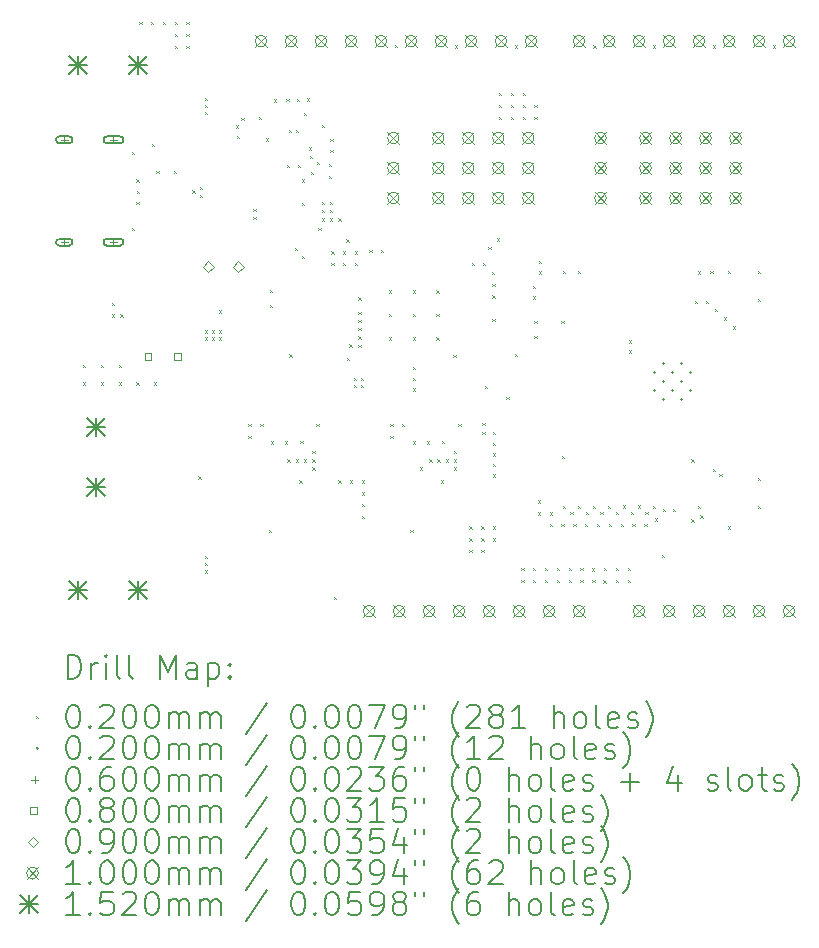
<source format=gbr>
%TF.GenerationSoftware,KiCad,Pcbnew,7.0.1*%
%TF.CreationDate,2023-08-18T21:24:32+01:00*%
%TF.ProjectId,101 PCB,31303120-5043-4422-9e6b-696361645f70,rev?*%
%TF.SameCoordinates,Original*%
%TF.FileFunction,Drillmap*%
%TF.FilePolarity,Positive*%
%FSLAX45Y45*%
G04 Gerber Fmt 4.5, Leading zero omitted, Abs format (unit mm)*
G04 Created by KiCad (PCBNEW 7.0.1) date 2023-08-18 21:24:32*
%MOMM*%
%LPD*%
G01*
G04 APERTURE LIST*
%ADD10C,0.200000*%
%ADD11C,0.020000*%
%ADD12C,0.060000*%
%ADD13C,0.080000*%
%ADD14C,0.090000*%
%ADD15C,0.100000*%
%ADD16C,0.152000*%
G04 APERTURE END LIST*
D10*
D11*
X11140000Y-9240000D02*
X11160000Y-9260000D01*
X11160000Y-9240000D02*
X11140000Y-9260000D01*
X11140000Y-9390000D02*
X11160000Y-9410000D01*
X11160000Y-9390000D02*
X11140000Y-9410000D01*
X11290000Y-9240000D02*
X11310000Y-9260000D01*
X11310000Y-9240000D02*
X11290000Y-9260000D01*
X11290000Y-9390000D02*
X11310000Y-9410000D01*
X11310000Y-9390000D02*
X11290000Y-9410000D01*
X11383321Y-8715000D02*
X11403321Y-8735000D01*
X11403321Y-8715000D02*
X11383321Y-8735000D01*
X11385233Y-8815000D02*
X11405233Y-8835000D01*
X11405233Y-8815000D02*
X11385233Y-8835000D01*
X11440000Y-9240000D02*
X11460000Y-9260000D01*
X11460000Y-9240000D02*
X11440000Y-9260000D01*
X11440000Y-9390000D02*
X11460000Y-9410000D01*
X11460000Y-9390000D02*
X11440000Y-9410000D01*
X11455354Y-8815000D02*
X11475354Y-8835000D01*
X11475354Y-8815000D02*
X11455354Y-8835000D01*
X11550000Y-7440000D02*
X11570000Y-7460000D01*
X11570000Y-7440000D02*
X11550000Y-7460000D01*
X11550000Y-8080000D02*
X11570000Y-8100000D01*
X11570000Y-8080000D02*
X11550000Y-8100000D01*
X11590000Y-7670000D02*
X11610000Y-7690000D01*
X11610000Y-7670000D02*
X11590000Y-7690000D01*
X11590000Y-7860000D02*
X11610000Y-7880000D01*
X11610000Y-7860000D02*
X11590000Y-7880000D01*
X11590000Y-9390000D02*
X11610000Y-9410000D01*
X11610000Y-9390000D02*
X11590000Y-9410000D01*
X11594950Y-7770000D02*
X11614950Y-7790000D01*
X11614950Y-7770000D02*
X11594950Y-7790000D01*
X11615000Y-6340000D02*
X11635000Y-6360000D01*
X11635000Y-6340000D02*
X11615000Y-6360000D01*
X11715000Y-6340000D02*
X11735000Y-6360000D01*
X11735000Y-6340000D02*
X11715000Y-6360000D01*
X11720000Y-7370000D02*
X11740000Y-7390000D01*
X11740000Y-7370000D02*
X11720000Y-7390000D01*
X11740000Y-9390000D02*
X11760000Y-9410000D01*
X11760000Y-9390000D02*
X11740000Y-9410000D01*
X11760000Y-7597550D02*
X11780000Y-7617550D01*
X11780000Y-7597550D02*
X11760000Y-7617550D01*
X11815000Y-6340000D02*
X11835000Y-6360000D01*
X11835000Y-6340000D02*
X11815000Y-6360000D01*
X11910000Y-7600000D02*
X11930000Y-7620000D01*
X11930000Y-7600000D02*
X11910000Y-7620000D01*
X11915000Y-6340000D02*
X11935000Y-6360000D01*
X11935000Y-6340000D02*
X11915000Y-6360000D01*
X11915000Y-6440000D02*
X11935000Y-6460000D01*
X11935000Y-6440000D02*
X11915000Y-6460000D01*
X11915000Y-6540000D02*
X11935000Y-6560000D01*
X11935000Y-6540000D02*
X11915000Y-6560000D01*
X12015000Y-6340000D02*
X12035000Y-6360000D01*
X12035000Y-6340000D02*
X12015000Y-6360000D01*
X12015000Y-6440000D02*
X12035000Y-6460000D01*
X12035000Y-6440000D02*
X12015000Y-6460000D01*
X12015000Y-6540000D02*
X12035000Y-6560000D01*
X12035000Y-6540000D02*
X12015000Y-6560000D01*
X12064736Y-7764736D02*
X12084736Y-7784736D01*
X12084736Y-7764736D02*
X12064736Y-7784736D01*
X12115000Y-10186521D02*
X12135000Y-10206521D01*
X12135000Y-10186521D02*
X12115000Y-10206521D01*
X12125345Y-7735000D02*
X12145345Y-7755000D01*
X12145345Y-7735000D02*
X12125345Y-7755000D01*
X12125345Y-7800000D02*
X12145345Y-7820000D01*
X12145345Y-7800000D02*
X12125345Y-7820000D01*
X12170000Y-6980000D02*
X12190000Y-7000000D01*
X12190000Y-6980000D02*
X12170000Y-7000000D01*
X12170000Y-7040000D02*
X12190000Y-7060000D01*
X12190000Y-7040000D02*
X12170000Y-7060000D01*
X12170000Y-7100000D02*
X12190000Y-7120000D01*
X12190000Y-7100000D02*
X12170000Y-7120000D01*
X12170000Y-8950000D02*
X12190000Y-8970000D01*
X12190000Y-8950000D02*
X12170000Y-8970000D01*
X12170000Y-9010000D02*
X12190000Y-9030000D01*
X12190000Y-9010000D02*
X12170000Y-9030000D01*
X12170000Y-10860000D02*
X12190000Y-10880000D01*
X12190000Y-10860000D02*
X12170000Y-10880000D01*
X12170000Y-10920000D02*
X12190000Y-10940000D01*
X12190000Y-10920000D02*
X12170000Y-10940000D01*
X12170000Y-10980000D02*
X12190000Y-11000000D01*
X12190000Y-10980000D02*
X12170000Y-11000000D01*
X12230000Y-8950000D02*
X12250000Y-8970000D01*
X12250000Y-8950000D02*
X12230000Y-8970000D01*
X12230000Y-9010000D02*
X12250000Y-9030000D01*
X12250000Y-9010000D02*
X12230000Y-9030000D01*
X12290000Y-8780000D02*
X12310000Y-8800000D01*
X12310000Y-8780000D02*
X12290000Y-8800000D01*
X12290000Y-8950000D02*
X12310000Y-8970000D01*
X12310000Y-8950000D02*
X12290000Y-8970000D01*
X12290000Y-9010000D02*
X12310000Y-9030000D01*
X12310000Y-9010000D02*
X12290000Y-9030000D01*
X12435000Y-7215000D02*
X12455000Y-7235000D01*
X12455000Y-7215000D02*
X12435000Y-7235000D01*
X12440000Y-7300000D02*
X12460000Y-7320000D01*
X12460000Y-7300000D02*
X12440000Y-7320000D01*
X12480000Y-7150000D02*
X12500000Y-7170000D01*
X12500000Y-7150000D02*
X12480000Y-7170000D01*
X12540000Y-9740000D02*
X12560000Y-9760000D01*
X12560000Y-9740000D02*
X12540000Y-9760000D01*
X12540000Y-9840000D02*
X12560000Y-9860000D01*
X12560000Y-9840000D02*
X12540000Y-9860000D01*
X12580000Y-7920000D02*
X12600000Y-7940000D01*
X12600000Y-7920000D02*
X12580000Y-7940000D01*
X12580000Y-7990000D02*
X12600000Y-8010000D01*
X12600000Y-7990000D02*
X12580000Y-8010000D01*
X12630000Y-7140000D02*
X12650000Y-7160000D01*
X12650000Y-7140000D02*
X12630000Y-7160000D01*
X12640000Y-9740000D02*
X12660000Y-9760000D01*
X12660000Y-9740000D02*
X12640000Y-9760000D01*
X12686250Y-7325000D02*
X12706250Y-7345000D01*
X12706250Y-7325000D02*
X12686250Y-7345000D01*
X12710000Y-10640000D02*
X12730000Y-10660000D01*
X12730000Y-10640000D02*
X12710000Y-10660000D01*
X12721562Y-8607900D02*
X12741562Y-8627900D01*
X12741562Y-8607900D02*
X12721562Y-8627900D01*
X12723051Y-8734900D02*
X12743051Y-8754900D01*
X12743051Y-8734900D02*
X12723051Y-8754900D01*
X12730000Y-9890000D02*
X12750000Y-9910000D01*
X12750000Y-9890000D02*
X12730000Y-9910000D01*
X12755900Y-6994100D02*
X12775900Y-7014100D01*
X12775900Y-6994100D02*
X12755900Y-7014100D01*
X12850000Y-9890000D02*
X12870000Y-9910000D01*
X12870000Y-9890000D02*
X12850000Y-9910000D01*
X12860000Y-6990000D02*
X12880000Y-7010000D01*
X12880000Y-6990000D02*
X12860000Y-7010000D01*
X12862000Y-7549203D02*
X12882000Y-7569203D01*
X12882000Y-7549203D02*
X12862000Y-7569203D01*
X12870000Y-10040000D02*
X12890000Y-10060000D01*
X12890000Y-10040000D02*
X12870000Y-10060000D01*
X12880000Y-7251250D02*
X12900000Y-7271250D01*
X12900000Y-7251250D02*
X12880000Y-7271250D01*
X12886323Y-9153677D02*
X12906323Y-9173677D01*
X12906323Y-9153677D02*
X12886323Y-9173677D01*
X12930000Y-8250000D02*
X12950000Y-8270000D01*
X12950000Y-8250000D02*
X12930000Y-8270000D01*
X12940000Y-7251250D02*
X12960000Y-7271250D01*
X12960000Y-7251250D02*
X12940000Y-7271250D01*
X12940000Y-10040000D02*
X12960000Y-10060000D01*
X12960000Y-10040000D02*
X12940000Y-10060000D01*
X12948750Y-6990000D02*
X12968750Y-7010000D01*
X12968750Y-6990000D02*
X12948750Y-7010000D01*
X12957764Y-7549217D02*
X12977764Y-7569217D01*
X12977764Y-7549217D02*
X12957764Y-7569217D01*
X12970000Y-10220000D02*
X12990000Y-10240000D01*
X12990000Y-10220000D02*
X12970000Y-10240000D01*
X12978885Y-9887220D02*
X12998885Y-9907220D01*
X12998885Y-9887220D02*
X12978885Y-9907220D01*
X12990000Y-7670000D02*
X13010000Y-7690000D01*
X13010000Y-7670000D02*
X12990000Y-7690000D01*
X12990000Y-7870000D02*
X13010000Y-7890000D01*
X13010000Y-7870000D02*
X12990000Y-7890000D01*
X12990000Y-8320000D02*
X13010000Y-8340000D01*
X13010000Y-8320000D02*
X12990000Y-8340000D01*
X13010000Y-7110000D02*
X13030000Y-7130000D01*
X13030000Y-7110000D02*
X13010000Y-7130000D01*
X13010000Y-10040000D02*
X13030000Y-10060000D01*
X13030000Y-10040000D02*
X13010000Y-10060000D01*
X13032500Y-6985600D02*
X13052500Y-7005600D01*
X13052500Y-6985600D02*
X13032500Y-7005600D01*
X13050000Y-7400000D02*
X13070000Y-7420000D01*
X13070000Y-7400000D02*
X13050000Y-7420000D01*
X13060000Y-7470000D02*
X13080000Y-7490000D01*
X13080000Y-7470000D02*
X13060000Y-7490000D01*
X13070000Y-7610000D02*
X13090000Y-7630000D01*
X13090000Y-7610000D02*
X13070000Y-7630000D01*
X13080000Y-9970000D02*
X13100000Y-9990000D01*
X13100000Y-9970000D02*
X13080000Y-9990000D01*
X13080000Y-10040000D02*
X13100000Y-10060000D01*
X13100000Y-10040000D02*
X13080000Y-10060000D01*
X13080000Y-10110000D02*
X13100000Y-10130000D01*
X13100000Y-10110000D02*
X13080000Y-10130000D01*
X13115816Y-9742000D02*
X13135816Y-9762000D01*
X13135816Y-9742000D02*
X13115816Y-9762000D01*
X13120000Y-7520000D02*
X13140000Y-7540000D01*
X13140000Y-7520000D02*
X13120000Y-7540000D01*
X13131000Y-8080000D02*
X13151000Y-8100000D01*
X13151000Y-8080000D02*
X13131000Y-8100000D01*
X13160000Y-7211250D02*
X13180000Y-7231250D01*
X13180000Y-7211250D02*
X13160000Y-7231250D01*
X13160000Y-7860000D02*
X13180000Y-7880000D01*
X13180000Y-7860000D02*
X13160000Y-7880000D01*
X13160000Y-7930000D02*
X13180000Y-7950000D01*
X13180000Y-7930000D02*
X13160000Y-7950000D01*
X13160000Y-8000000D02*
X13180000Y-8020000D01*
X13180000Y-8000000D02*
X13160000Y-8020000D01*
X13220000Y-7540000D02*
X13240000Y-7560000D01*
X13240000Y-7540000D02*
X13220000Y-7560000D01*
X13220000Y-7640000D02*
X13240000Y-7660000D01*
X13240000Y-7640000D02*
X13220000Y-7660000D01*
X13230000Y-7860000D02*
X13250000Y-7880000D01*
X13250000Y-7860000D02*
X13230000Y-7880000D01*
X13230000Y-7930000D02*
X13250000Y-7950000D01*
X13250000Y-7930000D02*
X13230000Y-7950000D01*
X13230000Y-8000000D02*
X13250000Y-8020000D01*
X13250000Y-8000000D02*
X13230000Y-8020000D01*
X13232641Y-7423000D02*
X13252641Y-7443000D01*
X13252641Y-7423000D02*
X13232641Y-7443000D01*
X13233949Y-7327000D02*
X13253949Y-7347000D01*
X13253949Y-7327000D02*
X13233949Y-7347000D01*
X13240000Y-8280000D02*
X13260000Y-8300000D01*
X13260000Y-8280000D02*
X13240000Y-8300000D01*
X13240000Y-8380000D02*
X13260000Y-8400000D01*
X13260000Y-8380000D02*
X13240000Y-8400000D01*
X13265000Y-11207963D02*
X13285000Y-11227963D01*
X13285000Y-11207963D02*
X13265000Y-11227963D01*
X13300000Y-8000000D02*
X13320000Y-8020000D01*
X13320000Y-8000000D02*
X13300000Y-8020000D01*
X13300000Y-10220000D02*
X13320000Y-10240000D01*
X13320000Y-10220000D02*
X13300000Y-10240000D01*
X13340000Y-8280000D02*
X13360000Y-8300000D01*
X13360000Y-8280000D02*
X13340000Y-8300000D01*
X13340000Y-8380000D02*
X13360000Y-8400000D01*
X13360000Y-8380000D02*
X13340000Y-8400000D01*
X13369000Y-8178000D02*
X13389000Y-8198000D01*
X13389000Y-8178000D02*
X13369000Y-8198000D01*
X13370300Y-9182500D02*
X13390300Y-9202500D01*
X13390300Y-9182500D02*
X13370300Y-9202500D01*
X13395051Y-9068345D02*
X13415051Y-9088345D01*
X13415051Y-9068345D02*
X13395051Y-9088345D01*
X13400000Y-10220000D02*
X13420000Y-10240000D01*
X13420000Y-10220000D02*
X13400000Y-10240000D01*
X13430000Y-9350000D02*
X13450000Y-9370000D01*
X13450000Y-9350000D02*
X13430000Y-9370000D01*
X13430000Y-9410000D02*
X13450000Y-9430000D01*
X13450000Y-9410000D02*
X13430000Y-9430000D01*
X13440000Y-8280000D02*
X13460000Y-8300000D01*
X13460000Y-8280000D02*
X13440000Y-8300000D01*
X13440000Y-8380000D02*
X13460000Y-8400000D01*
X13460000Y-8380000D02*
X13440000Y-8400000D01*
X13470000Y-8670000D02*
X13490000Y-8690000D01*
X13490000Y-8670000D02*
X13470000Y-8690000D01*
X13470000Y-8790000D02*
X13490000Y-8810000D01*
X13490000Y-8790000D02*
X13470000Y-8810000D01*
X13470000Y-8860000D02*
X13490000Y-8880000D01*
X13490000Y-8860000D02*
X13470000Y-8880000D01*
X13470000Y-8930000D02*
X13490000Y-8950000D01*
X13490000Y-8930000D02*
X13470000Y-8950000D01*
X13470000Y-9000000D02*
X13490000Y-9020000D01*
X13490000Y-9000000D02*
X13470000Y-9020000D01*
X13470000Y-9070000D02*
X13490000Y-9090000D01*
X13490000Y-9070000D02*
X13470000Y-9090000D01*
X13490000Y-9350000D02*
X13510000Y-9370000D01*
X13510000Y-9350000D02*
X13490000Y-9370000D01*
X13490000Y-9410000D02*
X13510000Y-9430000D01*
X13510000Y-9410000D02*
X13490000Y-9430000D01*
X13500000Y-10220000D02*
X13520000Y-10240000D01*
X13520000Y-10220000D02*
X13500000Y-10240000D01*
X13500000Y-10320000D02*
X13520000Y-10340000D01*
X13520000Y-10320000D02*
X13500000Y-10340000D01*
X13500000Y-10420000D02*
X13520000Y-10440000D01*
X13520000Y-10420000D02*
X13500000Y-10440000D01*
X13500000Y-10520000D02*
X13520000Y-10540000D01*
X13520000Y-10520000D02*
X13500000Y-10540000D01*
X13562000Y-8265560D02*
X13582000Y-8285560D01*
X13582000Y-8265560D02*
X13562000Y-8285560D01*
X13658000Y-8266761D02*
X13678000Y-8286761D01*
X13678000Y-8266761D02*
X13658000Y-8286761D01*
X13730000Y-8610000D02*
X13750000Y-8630000D01*
X13750000Y-8610000D02*
X13730000Y-8630000D01*
X13730000Y-8810000D02*
X13750000Y-8830000D01*
X13750000Y-8810000D02*
X13730000Y-8830000D01*
X13730000Y-9010000D02*
X13750000Y-9030000D01*
X13750000Y-9010000D02*
X13730000Y-9030000D01*
X13740000Y-9740000D02*
X13760000Y-9760000D01*
X13760000Y-9740000D02*
X13740000Y-9760000D01*
X13740000Y-9840000D02*
X13760000Y-9860000D01*
X13760000Y-9840000D02*
X13740000Y-9860000D01*
X13780100Y-6529800D02*
X13800100Y-6549800D01*
X13800100Y-6529800D02*
X13780100Y-6549800D01*
X13840000Y-9740000D02*
X13860000Y-9760000D01*
X13860000Y-9740000D02*
X13840000Y-9760000D01*
X13910000Y-10640000D02*
X13930000Y-10660000D01*
X13930000Y-10640000D02*
X13910000Y-10660000D01*
X13930000Y-8610000D02*
X13950000Y-8630000D01*
X13950000Y-8610000D02*
X13930000Y-8630000D01*
X13930000Y-8810000D02*
X13950000Y-8830000D01*
X13950000Y-8810000D02*
X13930000Y-8830000D01*
X13930000Y-9010000D02*
X13950000Y-9030000D01*
X13950000Y-9010000D02*
X13930000Y-9030000D01*
X13930000Y-9260000D02*
X13950000Y-9280000D01*
X13950000Y-9260000D02*
X13930000Y-9280000D01*
X13930000Y-9350000D02*
X13950000Y-9370000D01*
X13950000Y-9350000D02*
X13930000Y-9370000D01*
X13930000Y-9440000D02*
X13950000Y-9460000D01*
X13950000Y-9440000D02*
X13930000Y-9460000D01*
X13930000Y-9890000D02*
X13950000Y-9910000D01*
X13950000Y-9890000D02*
X13930000Y-9910000D01*
X13990000Y-10110000D02*
X14010000Y-10130000D01*
X14010000Y-10110000D02*
X13990000Y-10130000D01*
X14050000Y-9890000D02*
X14070000Y-9910000D01*
X14070000Y-9890000D02*
X14050000Y-9910000D01*
X14070000Y-10040000D02*
X14090000Y-10060000D01*
X14090000Y-10040000D02*
X14070000Y-10060000D01*
X14130000Y-8610000D02*
X14150000Y-8630000D01*
X14150000Y-8610000D02*
X14130000Y-8630000D01*
X14130000Y-8810000D02*
X14150000Y-8830000D01*
X14150000Y-8810000D02*
X14130000Y-8830000D01*
X14130000Y-9010000D02*
X14150000Y-9030000D01*
X14150000Y-9010000D02*
X14130000Y-9030000D01*
X14140000Y-10040000D02*
X14160000Y-10060000D01*
X14160000Y-10040000D02*
X14140000Y-10060000D01*
X14170000Y-10220000D02*
X14190000Y-10240000D01*
X14190000Y-10220000D02*
X14170000Y-10240000D01*
X14178885Y-9887220D02*
X14198885Y-9907220D01*
X14198885Y-9887220D02*
X14178885Y-9907220D01*
X14210000Y-10040000D02*
X14230000Y-10060000D01*
X14230000Y-10040000D02*
X14210000Y-10060000D01*
X14275000Y-9155000D02*
X14295000Y-9175000D01*
X14295000Y-9155000D02*
X14275000Y-9175000D01*
X14280000Y-9970000D02*
X14300000Y-9990000D01*
X14300000Y-9970000D02*
X14280000Y-9990000D01*
X14280000Y-10040000D02*
X14300000Y-10060000D01*
X14300000Y-10040000D02*
X14280000Y-10060000D01*
X14280000Y-10110000D02*
X14300000Y-10130000D01*
X14300000Y-10110000D02*
X14280000Y-10130000D01*
X14285100Y-6534800D02*
X14305100Y-6554800D01*
X14305100Y-6534800D02*
X14285100Y-6554800D01*
X14315816Y-9742000D02*
X14335816Y-9762000D01*
X14335816Y-9742000D02*
X14315816Y-9762000D01*
X14410000Y-10610000D02*
X14430000Y-10630000D01*
X14430000Y-10610000D02*
X14410000Y-10630000D01*
X14410000Y-10710000D02*
X14430000Y-10730000D01*
X14430000Y-10710000D02*
X14410000Y-10730000D01*
X14410000Y-10810000D02*
X14430000Y-10830000D01*
X14430000Y-10810000D02*
X14410000Y-10830000D01*
X14430000Y-8380000D02*
X14450000Y-8400000D01*
X14450000Y-8380000D02*
X14430000Y-8400000D01*
X14510000Y-10610000D02*
X14530000Y-10630000D01*
X14530000Y-10610000D02*
X14510000Y-10630000D01*
X14510000Y-10710000D02*
X14530000Y-10730000D01*
X14530000Y-10710000D02*
X14510000Y-10730000D01*
X14510000Y-10810000D02*
X14530000Y-10830000D01*
X14530000Y-10810000D02*
X14510000Y-10830000D01*
X14520000Y-9730000D02*
X14540000Y-9750000D01*
X14540000Y-9730000D02*
X14520000Y-9750000D01*
X14520000Y-9810000D02*
X14540000Y-9830000D01*
X14540000Y-9810000D02*
X14520000Y-9830000D01*
X14525757Y-8380292D02*
X14545757Y-8400292D01*
X14545757Y-8380292D02*
X14525757Y-8400292D01*
X14540000Y-9420000D02*
X14560000Y-9440000D01*
X14560000Y-9420000D02*
X14540000Y-9440000D01*
X14570000Y-8240000D02*
X14590000Y-8260000D01*
X14590000Y-8240000D02*
X14570000Y-8260000D01*
X14602318Y-8453750D02*
X14622318Y-8473750D01*
X14622318Y-8453750D02*
X14602318Y-8473750D01*
X14604247Y-8556044D02*
X14624247Y-8576044D01*
X14624247Y-8556044D02*
X14604247Y-8576044D01*
X14604329Y-8851750D02*
X14624329Y-8871750D01*
X14624329Y-8851750D02*
X14604329Y-8871750D01*
X14604551Y-8651901D02*
X14624551Y-8671901D01*
X14624551Y-8651901D02*
X14604551Y-8671901D01*
X14610000Y-9810000D02*
X14630000Y-9830000D01*
X14630000Y-9810000D02*
X14610000Y-9830000D01*
X14610000Y-9900000D02*
X14630000Y-9920000D01*
X14630000Y-9900000D02*
X14610000Y-9920000D01*
X14610000Y-9990000D02*
X14630000Y-10010000D01*
X14630000Y-9990000D02*
X14610000Y-10010000D01*
X14610000Y-10080000D02*
X14630000Y-10100000D01*
X14630000Y-10080000D02*
X14610000Y-10100000D01*
X14610000Y-10170000D02*
X14630000Y-10190000D01*
X14630000Y-10170000D02*
X14610000Y-10190000D01*
X14610000Y-10610000D02*
X14630000Y-10630000D01*
X14630000Y-10610000D02*
X14610000Y-10630000D01*
X14610000Y-10710000D02*
X14630000Y-10730000D01*
X14630000Y-10710000D02*
X14610000Y-10730000D01*
X14640000Y-8170000D02*
X14660000Y-8190000D01*
X14660000Y-8170000D02*
X14640000Y-8190000D01*
X14660000Y-6940000D02*
X14680000Y-6960000D01*
X14680000Y-6940000D02*
X14660000Y-6960000D01*
X14660000Y-7040000D02*
X14680000Y-7060000D01*
X14680000Y-7040000D02*
X14660000Y-7060000D01*
X14660000Y-7140000D02*
X14680000Y-7160000D01*
X14680000Y-7140000D02*
X14660000Y-7160000D01*
X14722000Y-9515000D02*
X14742000Y-9535000D01*
X14742000Y-9515000D02*
X14722000Y-9535000D01*
X14760000Y-6940000D02*
X14780000Y-6960000D01*
X14780000Y-6940000D02*
X14760000Y-6960000D01*
X14760000Y-7040000D02*
X14780000Y-7060000D01*
X14780000Y-7040000D02*
X14760000Y-7060000D01*
X14760000Y-7140000D02*
X14780000Y-7160000D01*
X14780000Y-7140000D02*
X14760000Y-7160000D01*
X14795000Y-9150000D02*
X14815000Y-9170000D01*
X14815000Y-9150000D02*
X14795000Y-9170000D01*
X14795100Y-6534800D02*
X14815100Y-6554800D01*
X14815100Y-6534800D02*
X14795100Y-6554800D01*
X14850000Y-10960000D02*
X14870000Y-10980000D01*
X14870000Y-10960000D02*
X14850000Y-10980000D01*
X14850000Y-11060000D02*
X14870000Y-11080000D01*
X14870000Y-11060000D02*
X14850000Y-11080000D01*
X14860000Y-6940000D02*
X14880000Y-6960000D01*
X14880000Y-6940000D02*
X14860000Y-6960000D01*
X14860000Y-7040000D02*
X14880000Y-7060000D01*
X14880000Y-7040000D02*
X14860000Y-7060000D01*
X14860000Y-7140000D02*
X14880000Y-7160000D01*
X14880000Y-7140000D02*
X14860000Y-7160000D01*
X14950000Y-8570000D02*
X14970000Y-8590000D01*
X14970000Y-8570000D02*
X14950000Y-8590000D01*
X14950000Y-8660000D02*
X14970000Y-8680000D01*
X14970000Y-8660000D02*
X14950000Y-8680000D01*
X14950000Y-10960000D02*
X14970000Y-10980000D01*
X14970000Y-10960000D02*
X14950000Y-10980000D01*
X14950000Y-11060000D02*
X14970000Y-11080000D01*
X14970000Y-11060000D02*
X14950000Y-11080000D01*
X14959671Y-8995934D02*
X14979671Y-9015934D01*
X14979671Y-8995934D02*
X14959671Y-9015934D01*
X14960000Y-7040000D02*
X14980000Y-7060000D01*
X14980000Y-7040000D02*
X14960000Y-7060000D01*
X14960000Y-7140000D02*
X14980000Y-7160000D01*
X14980000Y-7140000D02*
X14960000Y-7160000D01*
X14961205Y-8869000D02*
X14981205Y-8889000D01*
X14981205Y-8869000D02*
X14961205Y-8889000D01*
X14990000Y-10390000D02*
X15010000Y-10410000D01*
X15010000Y-10390000D02*
X14990000Y-10410000D01*
X14990000Y-10490000D02*
X15010000Y-10510000D01*
X15010000Y-10490000D02*
X14990000Y-10510000D01*
X15000000Y-8360000D02*
X15020000Y-8380000D01*
X15020000Y-8360000D02*
X15000000Y-8380000D01*
X15000000Y-8450000D02*
X15020000Y-8470000D01*
X15020000Y-8450000D02*
X15000000Y-8470000D01*
X15050000Y-10960000D02*
X15070000Y-10980000D01*
X15070000Y-10960000D02*
X15050000Y-10980000D01*
X15050000Y-11060000D02*
X15070000Y-11080000D01*
X15070000Y-11060000D02*
X15050000Y-11080000D01*
X15090000Y-10490000D02*
X15110000Y-10510000D01*
X15110000Y-10490000D02*
X15090000Y-10510000D01*
X15090000Y-10590000D02*
X15110000Y-10610000D01*
X15110000Y-10590000D02*
X15090000Y-10610000D01*
X15150000Y-10960000D02*
X15170000Y-10980000D01*
X15170000Y-10960000D02*
X15150000Y-10980000D01*
X15150000Y-11060000D02*
X15170000Y-11080000D01*
X15170000Y-11060000D02*
X15150000Y-11080000D01*
X15190000Y-8869000D02*
X15210000Y-8889000D01*
X15210000Y-8869000D02*
X15190000Y-8889000D01*
X15190000Y-10590000D02*
X15210000Y-10610000D01*
X15210000Y-10590000D02*
X15190000Y-10610000D01*
X15194582Y-10012000D02*
X15214582Y-10032000D01*
X15214582Y-10012000D02*
X15194582Y-10032000D01*
X15202500Y-8447989D02*
X15222500Y-8467989D01*
X15222500Y-8447989D02*
X15202500Y-8467989D01*
X15202500Y-10432706D02*
X15222500Y-10452706D01*
X15222500Y-10432706D02*
X15202500Y-10452706D01*
X15250000Y-10960000D02*
X15270000Y-10980000D01*
X15270000Y-10960000D02*
X15250000Y-10980000D01*
X15250000Y-11060000D02*
X15270000Y-11080000D01*
X15270000Y-11060000D02*
X15250000Y-11080000D01*
X15265000Y-10485000D02*
X15285000Y-10505000D01*
X15285000Y-10485000D02*
X15265000Y-10505000D01*
X15290000Y-10590000D02*
X15310000Y-10610000D01*
X15310000Y-10590000D02*
X15290000Y-10610000D01*
X15329500Y-8447022D02*
X15349500Y-8467022D01*
X15349500Y-8447022D02*
X15329500Y-8467022D01*
X15329500Y-10433095D02*
X15349500Y-10453095D01*
X15349500Y-10433095D02*
X15329500Y-10453095D01*
X15350000Y-10960000D02*
X15370000Y-10980000D01*
X15370000Y-10960000D02*
X15350000Y-10980000D01*
X15350000Y-11060000D02*
X15370000Y-11080000D01*
X15370000Y-11060000D02*
X15350000Y-11080000D01*
X15390000Y-10590000D02*
X15410000Y-10610000D01*
X15410000Y-10590000D02*
X15390000Y-10610000D01*
X15395000Y-10485000D02*
X15415000Y-10505000D01*
X15415000Y-10485000D02*
X15395000Y-10505000D01*
X15445000Y-10965000D02*
X15465000Y-10985000D01*
X15465000Y-10965000D02*
X15445000Y-10985000D01*
X15450000Y-11060000D02*
X15470000Y-11080000D01*
X15470000Y-11060000D02*
X15450000Y-11080000D01*
X15456500Y-10432631D02*
X15476500Y-10452631D01*
X15476500Y-10432631D02*
X15456500Y-10452631D01*
X15459700Y-6535400D02*
X15479700Y-6555400D01*
X15479700Y-6535400D02*
X15459700Y-6555400D01*
X15490000Y-10590000D02*
X15510000Y-10610000D01*
X15510000Y-10590000D02*
X15490000Y-10610000D01*
X15520000Y-10485000D02*
X15540000Y-10505000D01*
X15540000Y-10485000D02*
X15520000Y-10505000D01*
X15545000Y-11065000D02*
X15565000Y-11085000D01*
X15565000Y-11065000D02*
X15545000Y-11085000D01*
X15550000Y-10960000D02*
X15570000Y-10980000D01*
X15570000Y-10960000D02*
X15550000Y-10980000D01*
X15583500Y-10432778D02*
X15603500Y-10452778D01*
X15603500Y-10432778D02*
X15583500Y-10452778D01*
X15590000Y-10590000D02*
X15610000Y-10610000D01*
X15610000Y-10590000D02*
X15590000Y-10610000D01*
X15650000Y-10485000D02*
X15670000Y-10505000D01*
X15670000Y-10485000D02*
X15650000Y-10505000D01*
X15650000Y-10960000D02*
X15670000Y-10980000D01*
X15670000Y-10960000D02*
X15650000Y-10980000D01*
X15650000Y-11060000D02*
X15670000Y-11080000D01*
X15670000Y-11060000D02*
X15650000Y-11080000D01*
X15690000Y-10590000D02*
X15710000Y-10610000D01*
X15710000Y-10590000D02*
X15690000Y-10610000D01*
X15710500Y-10432313D02*
X15730500Y-10452313D01*
X15730500Y-10432313D02*
X15710500Y-10452313D01*
X15750000Y-10960000D02*
X15770000Y-10980000D01*
X15770000Y-10960000D02*
X15750000Y-10980000D01*
X15750000Y-11060000D02*
X15770000Y-11080000D01*
X15770000Y-11060000D02*
X15750000Y-11080000D01*
X15760000Y-9033784D02*
X15780000Y-9053784D01*
X15780000Y-9033784D02*
X15760000Y-9053784D01*
X15760000Y-9118312D02*
X15780000Y-9138312D01*
X15780000Y-9118312D02*
X15760000Y-9138312D01*
X15775000Y-10485000D02*
X15795000Y-10505000D01*
X15795000Y-10485000D02*
X15775000Y-10505000D01*
X15790000Y-10590000D02*
X15810000Y-10610000D01*
X15810000Y-10590000D02*
X15790000Y-10610000D01*
X15837500Y-10432166D02*
X15857500Y-10452166D01*
X15857500Y-10432166D02*
X15837500Y-10452166D01*
X15890000Y-10590000D02*
X15910000Y-10610000D01*
X15910000Y-10590000D02*
X15890000Y-10610000D01*
X15900000Y-10485000D02*
X15920000Y-10505000D01*
X15920000Y-10485000D02*
X15900000Y-10505000D01*
X15964500Y-10432608D02*
X15984500Y-10452608D01*
X15984500Y-10432608D02*
X15964500Y-10452608D01*
X15965100Y-6534800D02*
X15985100Y-6554800D01*
X15985100Y-6534800D02*
X15965100Y-6554800D01*
X15980000Y-10540000D02*
X16000000Y-10560000D01*
X16000000Y-10540000D02*
X15980000Y-10560000D01*
X16038500Y-10850000D02*
X16058500Y-10870000D01*
X16058500Y-10850000D02*
X16038500Y-10870000D01*
X16050000Y-10460000D02*
X16070000Y-10480000D01*
X16070000Y-10460000D02*
X16050000Y-10480000D01*
X16130000Y-10460000D02*
X16150000Y-10480000D01*
X16150000Y-10460000D02*
X16130000Y-10480000D01*
X16290000Y-10040000D02*
X16310000Y-10060000D01*
X16310000Y-10040000D02*
X16290000Y-10060000D01*
X16290000Y-10550000D02*
X16310000Y-10570000D01*
X16310000Y-10550000D02*
X16290000Y-10570000D01*
X16320000Y-8700000D02*
X16340000Y-8720000D01*
X16340000Y-8700000D02*
X16320000Y-8720000D01*
X16345500Y-8448284D02*
X16365500Y-8468284D01*
X16365500Y-8448284D02*
X16345500Y-8468284D01*
X16345500Y-10433230D02*
X16365500Y-10453230D01*
X16365500Y-10433230D02*
X16345500Y-10453230D01*
X16365000Y-10515000D02*
X16385000Y-10535000D01*
X16385000Y-10515000D02*
X16365000Y-10535000D01*
X16410000Y-8700000D02*
X16430000Y-8720000D01*
X16430000Y-8700000D02*
X16410000Y-8720000D01*
X16449179Y-8447446D02*
X16469179Y-8467446D01*
X16469179Y-8447446D02*
X16449179Y-8467446D01*
X16470100Y-6534800D02*
X16490100Y-6554800D01*
X16490100Y-6534800D02*
X16470100Y-6554800D01*
X16472500Y-10121220D02*
X16492500Y-10141220D01*
X16492500Y-10121220D02*
X16472500Y-10141220D01*
X16490000Y-8765000D02*
X16510000Y-8785000D01*
X16510000Y-8765000D02*
X16490000Y-8785000D01*
X16527450Y-10165000D02*
X16547450Y-10185000D01*
X16547450Y-10165000D02*
X16527450Y-10185000D01*
X16565000Y-8840000D02*
X16585000Y-8860000D01*
X16585000Y-8840000D02*
X16565000Y-8860000D01*
X16599500Y-10610000D02*
X16619500Y-10630000D01*
X16619500Y-10610000D02*
X16599500Y-10630000D01*
X16599558Y-8447587D02*
X16619558Y-8467587D01*
X16619558Y-8447587D02*
X16599558Y-8467587D01*
X16640000Y-8915000D02*
X16660000Y-8935000D01*
X16660000Y-8915000D02*
X16640000Y-8935000D01*
X16853500Y-8446920D02*
X16873500Y-8466920D01*
X16873500Y-8446920D02*
X16853500Y-8466920D01*
X16853500Y-8682650D02*
X16873500Y-8702650D01*
X16873500Y-8682650D02*
X16853500Y-8702650D01*
X16853500Y-10196627D02*
X16873500Y-10216627D01*
X16873500Y-10196627D02*
X16853500Y-10216627D01*
X16853500Y-10432859D02*
X16873500Y-10452859D01*
X16873500Y-10432859D02*
X16853500Y-10452859D01*
X16980100Y-6534800D02*
X17000100Y-6554800D01*
X17000100Y-6534800D02*
X16980100Y-6554800D01*
X15987000Y-9305750D02*
G75*
G03*
X15987000Y-9305750I-10000J0D01*
G01*
X15987000Y-9458250D02*
G75*
G03*
X15987000Y-9458250I-10000J0D01*
G01*
X16063250Y-9229500D02*
G75*
G03*
X16063250Y-9229500I-10000J0D01*
G01*
X16063250Y-9382000D02*
G75*
G03*
X16063250Y-9382000I-10000J0D01*
G01*
X16063250Y-9534500D02*
G75*
G03*
X16063250Y-9534500I-10000J0D01*
G01*
X16139500Y-9305750D02*
G75*
G03*
X16139500Y-9305750I-10000J0D01*
G01*
X16139500Y-9458250D02*
G75*
G03*
X16139500Y-9458250I-10000J0D01*
G01*
X16215750Y-9229500D02*
G75*
G03*
X16215750Y-9229500I-10000J0D01*
G01*
X16215750Y-9382000D02*
G75*
G03*
X16215750Y-9382000I-10000J0D01*
G01*
X16215750Y-9534500D02*
G75*
G03*
X16215750Y-9534500I-10000J0D01*
G01*
X16292000Y-9305750D02*
G75*
G03*
X16292000Y-9305750I-10000J0D01*
G01*
X16292000Y-9458250D02*
G75*
G03*
X16292000Y-9458250I-10000J0D01*
G01*
D12*
X10980000Y-7307500D02*
X10980000Y-7367500D01*
X10950000Y-7337500D02*
X11010000Y-7337500D01*
D10*
X11020000Y-7307500D02*
X10940000Y-7307500D01*
X10940000Y-7307500D02*
G75*
G03*
X10940000Y-7367500I0J-30000D01*
G01*
X10940000Y-7367500D02*
X11020000Y-7367500D01*
X11020000Y-7367500D02*
G75*
G03*
X11020000Y-7307500I0J30000D01*
G01*
D12*
X10980000Y-8172500D02*
X10980000Y-8232500D01*
X10950000Y-8202500D02*
X11010000Y-8202500D01*
D10*
X11020000Y-8172500D02*
X10940000Y-8172500D01*
X10940000Y-8172500D02*
G75*
G03*
X10940000Y-8232500I0J-30000D01*
G01*
X10940000Y-8232500D02*
X11020000Y-8232500D01*
X11020000Y-8232500D02*
G75*
G03*
X11020000Y-8172500I0J30000D01*
G01*
D12*
X11397000Y-7307500D02*
X11397000Y-7367500D01*
X11367000Y-7337500D02*
X11427000Y-7337500D01*
D10*
X11452000Y-7307500D02*
X11342000Y-7307500D01*
X11342000Y-7307500D02*
G75*
G03*
X11342000Y-7367500I0J-30000D01*
G01*
X11342000Y-7367500D02*
X11452000Y-7367500D01*
X11452000Y-7367500D02*
G75*
G03*
X11452000Y-7307500I0J30000D01*
G01*
D12*
X11397000Y-8172500D02*
X11397000Y-8232500D01*
X11367000Y-8202500D02*
X11427000Y-8202500D01*
D10*
X11452000Y-8172500D02*
X11342000Y-8172500D01*
X11342000Y-8172500D02*
G75*
G03*
X11342000Y-8232500I0J-30000D01*
G01*
X11342000Y-8232500D02*
X11452000Y-8232500D01*
X11452000Y-8232500D02*
G75*
G03*
X11452000Y-8172500I0J30000D01*
G01*
D13*
X11718796Y-9198285D02*
X11718796Y-9141716D01*
X11662227Y-9141716D01*
X11662227Y-9198285D01*
X11718796Y-9198285D01*
X11968796Y-9198285D02*
X11968796Y-9141716D01*
X11912227Y-9141716D01*
X11912227Y-9198285D01*
X11968796Y-9198285D01*
D14*
X12200000Y-8455000D02*
X12245000Y-8410000D01*
X12200000Y-8365000D01*
X12155000Y-8410000D01*
X12200000Y-8455000D01*
X12454000Y-8455000D02*
X12499000Y-8410000D01*
X12454000Y-8365000D01*
X12409000Y-8410000D01*
X12454000Y-8455000D01*
D15*
X12596000Y-6450100D02*
X12696000Y-6550100D01*
X12696000Y-6450100D02*
X12596000Y-6550100D01*
X12696000Y-6500100D02*
G75*
G03*
X12696000Y-6500100I-50000J0D01*
G01*
X12850000Y-6450100D02*
X12950000Y-6550100D01*
X12950000Y-6450100D02*
X12850000Y-6550100D01*
X12950000Y-6500100D02*
G75*
G03*
X12950000Y-6500100I-50000J0D01*
G01*
X13104000Y-6450100D02*
X13204000Y-6550100D01*
X13204000Y-6450100D02*
X13104000Y-6550100D01*
X13204000Y-6500100D02*
G75*
G03*
X13204000Y-6500100I-50000J0D01*
G01*
X13358000Y-6450100D02*
X13458000Y-6550100D01*
X13458000Y-6450100D02*
X13358000Y-6550100D01*
X13458000Y-6500100D02*
G75*
G03*
X13458000Y-6500100I-50000J0D01*
G01*
X13509700Y-11276400D02*
X13609700Y-11376400D01*
X13609700Y-11276400D02*
X13509700Y-11376400D01*
X13609700Y-11326400D02*
G75*
G03*
X13609700Y-11326400I-50000J0D01*
G01*
X13612000Y-6450100D02*
X13712000Y-6550100D01*
X13712000Y-6450100D02*
X13612000Y-6550100D01*
X13712000Y-6500100D02*
G75*
G03*
X13712000Y-6500100I-50000J0D01*
G01*
X13716000Y-7271000D02*
X13816000Y-7371000D01*
X13816000Y-7271000D02*
X13716000Y-7371000D01*
X13816000Y-7321000D02*
G75*
G03*
X13816000Y-7321000I-50000J0D01*
G01*
X13716000Y-7525000D02*
X13816000Y-7625000D01*
X13816000Y-7525000D02*
X13716000Y-7625000D01*
X13816000Y-7575000D02*
G75*
G03*
X13816000Y-7575000I-50000J0D01*
G01*
X13716000Y-7779000D02*
X13816000Y-7879000D01*
X13816000Y-7779000D02*
X13716000Y-7879000D01*
X13816000Y-7829000D02*
G75*
G03*
X13816000Y-7829000I-50000J0D01*
G01*
X13763700Y-11276400D02*
X13863700Y-11376400D01*
X13863700Y-11276400D02*
X13763700Y-11376400D01*
X13863700Y-11326400D02*
G75*
G03*
X13863700Y-11326400I-50000J0D01*
G01*
X13866000Y-6450100D02*
X13966000Y-6550100D01*
X13966000Y-6450100D02*
X13866000Y-6550100D01*
X13966000Y-6500100D02*
G75*
G03*
X13966000Y-6500100I-50000J0D01*
G01*
X14017700Y-11276400D02*
X14117700Y-11376400D01*
X14117700Y-11276400D02*
X14017700Y-11376400D01*
X14117700Y-11326400D02*
G75*
G03*
X14117700Y-11326400I-50000J0D01*
G01*
X14097000Y-7271000D02*
X14197000Y-7371000D01*
X14197000Y-7271000D02*
X14097000Y-7371000D01*
X14197000Y-7321000D02*
G75*
G03*
X14197000Y-7321000I-50000J0D01*
G01*
X14097000Y-7525000D02*
X14197000Y-7625000D01*
X14197000Y-7525000D02*
X14097000Y-7625000D01*
X14197000Y-7575000D02*
G75*
G03*
X14197000Y-7575000I-50000J0D01*
G01*
X14097000Y-7779000D02*
X14197000Y-7879000D01*
X14197000Y-7779000D02*
X14097000Y-7879000D01*
X14197000Y-7829000D02*
G75*
G03*
X14197000Y-7829000I-50000J0D01*
G01*
X14120000Y-6450100D02*
X14220000Y-6550100D01*
X14220000Y-6450100D02*
X14120000Y-6550100D01*
X14220000Y-6500100D02*
G75*
G03*
X14220000Y-6500100I-50000J0D01*
G01*
X14271700Y-11276400D02*
X14371700Y-11376400D01*
X14371700Y-11276400D02*
X14271700Y-11376400D01*
X14371700Y-11326400D02*
G75*
G03*
X14371700Y-11326400I-50000J0D01*
G01*
X14351000Y-7271000D02*
X14451000Y-7371000D01*
X14451000Y-7271000D02*
X14351000Y-7371000D01*
X14451000Y-7321000D02*
G75*
G03*
X14451000Y-7321000I-50000J0D01*
G01*
X14351000Y-7525000D02*
X14451000Y-7625000D01*
X14451000Y-7525000D02*
X14351000Y-7625000D01*
X14451000Y-7575000D02*
G75*
G03*
X14451000Y-7575000I-50000J0D01*
G01*
X14351000Y-7779000D02*
X14451000Y-7879000D01*
X14451000Y-7779000D02*
X14351000Y-7879000D01*
X14451000Y-7829000D02*
G75*
G03*
X14451000Y-7829000I-50000J0D01*
G01*
X14374000Y-6450100D02*
X14474000Y-6550100D01*
X14474000Y-6450100D02*
X14374000Y-6550100D01*
X14474000Y-6500100D02*
G75*
G03*
X14474000Y-6500100I-50000J0D01*
G01*
X14525700Y-11276400D02*
X14625700Y-11376400D01*
X14625700Y-11276400D02*
X14525700Y-11376400D01*
X14625700Y-11326400D02*
G75*
G03*
X14625700Y-11326400I-50000J0D01*
G01*
X14605000Y-7271000D02*
X14705000Y-7371000D01*
X14705000Y-7271000D02*
X14605000Y-7371000D01*
X14705000Y-7321000D02*
G75*
G03*
X14705000Y-7321000I-50000J0D01*
G01*
X14605000Y-7525000D02*
X14705000Y-7625000D01*
X14705000Y-7525000D02*
X14605000Y-7625000D01*
X14705000Y-7575000D02*
G75*
G03*
X14705000Y-7575000I-50000J0D01*
G01*
X14605000Y-7779000D02*
X14705000Y-7879000D01*
X14705000Y-7779000D02*
X14605000Y-7879000D01*
X14705000Y-7829000D02*
G75*
G03*
X14705000Y-7829000I-50000J0D01*
G01*
X14628000Y-6450100D02*
X14728000Y-6550100D01*
X14728000Y-6450100D02*
X14628000Y-6550100D01*
X14728000Y-6500100D02*
G75*
G03*
X14728000Y-6500100I-50000J0D01*
G01*
X14779700Y-11276400D02*
X14879700Y-11376400D01*
X14879700Y-11276400D02*
X14779700Y-11376400D01*
X14879700Y-11326400D02*
G75*
G03*
X14879700Y-11326400I-50000J0D01*
G01*
X14859000Y-7271000D02*
X14959000Y-7371000D01*
X14959000Y-7271000D02*
X14859000Y-7371000D01*
X14959000Y-7321000D02*
G75*
G03*
X14959000Y-7321000I-50000J0D01*
G01*
X14859000Y-7525000D02*
X14959000Y-7625000D01*
X14959000Y-7525000D02*
X14859000Y-7625000D01*
X14959000Y-7575000D02*
G75*
G03*
X14959000Y-7575000I-50000J0D01*
G01*
X14859000Y-7779000D02*
X14959000Y-7879000D01*
X14959000Y-7779000D02*
X14859000Y-7879000D01*
X14959000Y-7829000D02*
G75*
G03*
X14959000Y-7829000I-50000J0D01*
G01*
X14882000Y-6450100D02*
X14982000Y-6550100D01*
X14982000Y-6450100D02*
X14882000Y-6550100D01*
X14982000Y-6500100D02*
G75*
G03*
X14982000Y-6500100I-50000J0D01*
G01*
X15033700Y-11276400D02*
X15133700Y-11376400D01*
X15133700Y-11276400D02*
X15033700Y-11376400D01*
X15133700Y-11326400D02*
G75*
G03*
X15133700Y-11326400I-50000J0D01*
G01*
X15287700Y-11276400D02*
X15387700Y-11376400D01*
X15387700Y-11276400D02*
X15287700Y-11376400D01*
X15387700Y-11326400D02*
G75*
G03*
X15387700Y-11326400I-50000J0D01*
G01*
X15288200Y-6450300D02*
X15388200Y-6550300D01*
X15388200Y-6450300D02*
X15288200Y-6550300D01*
X15388200Y-6500300D02*
G75*
G03*
X15388200Y-6500300I-50000J0D01*
G01*
X15470000Y-7271000D02*
X15570000Y-7371000D01*
X15570000Y-7271000D02*
X15470000Y-7371000D01*
X15570000Y-7321000D02*
G75*
G03*
X15570000Y-7321000I-50000J0D01*
G01*
X15470000Y-7525000D02*
X15570000Y-7625000D01*
X15570000Y-7525000D02*
X15470000Y-7625000D01*
X15570000Y-7575000D02*
G75*
G03*
X15570000Y-7575000I-50000J0D01*
G01*
X15470000Y-7779000D02*
X15570000Y-7879000D01*
X15570000Y-7779000D02*
X15470000Y-7879000D01*
X15570000Y-7829000D02*
G75*
G03*
X15570000Y-7829000I-50000J0D01*
G01*
X15542200Y-6450300D02*
X15642200Y-6550300D01*
X15642200Y-6450300D02*
X15542200Y-6550300D01*
X15642200Y-6500300D02*
G75*
G03*
X15642200Y-6500300I-50000J0D01*
G01*
X15795500Y-11276000D02*
X15895500Y-11376000D01*
X15895500Y-11276000D02*
X15795500Y-11376000D01*
X15895500Y-11326000D02*
G75*
G03*
X15895500Y-11326000I-50000J0D01*
G01*
X15796200Y-6450300D02*
X15896200Y-6550300D01*
X15896200Y-6450300D02*
X15796200Y-6550300D01*
X15896200Y-6500300D02*
G75*
G03*
X15896200Y-6500300I-50000J0D01*
G01*
X15851000Y-7271000D02*
X15951000Y-7371000D01*
X15951000Y-7271000D02*
X15851000Y-7371000D01*
X15951000Y-7321000D02*
G75*
G03*
X15951000Y-7321000I-50000J0D01*
G01*
X15851000Y-7525000D02*
X15951000Y-7625000D01*
X15951000Y-7525000D02*
X15851000Y-7625000D01*
X15951000Y-7575000D02*
G75*
G03*
X15951000Y-7575000I-50000J0D01*
G01*
X15851000Y-7779000D02*
X15951000Y-7879000D01*
X15951000Y-7779000D02*
X15851000Y-7879000D01*
X15951000Y-7829000D02*
G75*
G03*
X15951000Y-7829000I-50000J0D01*
G01*
X16049500Y-11276000D02*
X16149500Y-11376000D01*
X16149500Y-11276000D02*
X16049500Y-11376000D01*
X16149500Y-11326000D02*
G75*
G03*
X16149500Y-11326000I-50000J0D01*
G01*
X16050200Y-6450300D02*
X16150200Y-6550300D01*
X16150200Y-6450300D02*
X16050200Y-6550300D01*
X16150200Y-6500300D02*
G75*
G03*
X16150200Y-6500300I-50000J0D01*
G01*
X16105000Y-7271000D02*
X16205000Y-7371000D01*
X16205000Y-7271000D02*
X16105000Y-7371000D01*
X16205000Y-7321000D02*
G75*
G03*
X16205000Y-7321000I-50000J0D01*
G01*
X16105000Y-7525000D02*
X16205000Y-7625000D01*
X16205000Y-7525000D02*
X16105000Y-7625000D01*
X16205000Y-7575000D02*
G75*
G03*
X16205000Y-7575000I-50000J0D01*
G01*
X16105000Y-7779000D02*
X16205000Y-7879000D01*
X16205000Y-7779000D02*
X16105000Y-7879000D01*
X16205000Y-7829000D02*
G75*
G03*
X16205000Y-7829000I-50000J0D01*
G01*
X16303500Y-11276000D02*
X16403500Y-11376000D01*
X16403500Y-11276000D02*
X16303500Y-11376000D01*
X16403500Y-11326000D02*
G75*
G03*
X16403500Y-11326000I-50000J0D01*
G01*
X16304200Y-6450300D02*
X16404200Y-6550300D01*
X16404200Y-6450300D02*
X16304200Y-6550300D01*
X16404200Y-6500300D02*
G75*
G03*
X16404200Y-6500300I-50000J0D01*
G01*
X16359000Y-7271000D02*
X16459000Y-7371000D01*
X16459000Y-7271000D02*
X16359000Y-7371000D01*
X16459000Y-7321000D02*
G75*
G03*
X16459000Y-7321000I-50000J0D01*
G01*
X16359000Y-7525000D02*
X16459000Y-7625000D01*
X16459000Y-7525000D02*
X16359000Y-7625000D01*
X16459000Y-7575000D02*
G75*
G03*
X16459000Y-7575000I-50000J0D01*
G01*
X16359000Y-7779000D02*
X16459000Y-7879000D01*
X16459000Y-7779000D02*
X16359000Y-7879000D01*
X16459000Y-7829000D02*
G75*
G03*
X16459000Y-7829000I-50000J0D01*
G01*
X16557500Y-11276000D02*
X16657500Y-11376000D01*
X16657500Y-11276000D02*
X16557500Y-11376000D01*
X16657500Y-11326000D02*
G75*
G03*
X16657500Y-11326000I-50000J0D01*
G01*
X16558200Y-6450300D02*
X16658200Y-6550300D01*
X16658200Y-6450300D02*
X16558200Y-6550300D01*
X16658200Y-6500300D02*
G75*
G03*
X16658200Y-6500300I-50000J0D01*
G01*
X16613000Y-7271000D02*
X16713000Y-7371000D01*
X16713000Y-7271000D02*
X16613000Y-7371000D01*
X16713000Y-7321000D02*
G75*
G03*
X16713000Y-7321000I-50000J0D01*
G01*
X16613000Y-7525000D02*
X16713000Y-7625000D01*
X16713000Y-7525000D02*
X16613000Y-7625000D01*
X16713000Y-7575000D02*
G75*
G03*
X16713000Y-7575000I-50000J0D01*
G01*
X16613000Y-7779000D02*
X16713000Y-7879000D01*
X16713000Y-7779000D02*
X16613000Y-7879000D01*
X16713000Y-7829000D02*
G75*
G03*
X16713000Y-7829000I-50000J0D01*
G01*
X16811500Y-11276000D02*
X16911500Y-11376000D01*
X16911500Y-11276000D02*
X16811500Y-11376000D01*
X16911500Y-11326000D02*
G75*
G03*
X16911500Y-11326000I-50000J0D01*
G01*
X16812200Y-6450300D02*
X16912200Y-6550300D01*
X16912200Y-6450300D02*
X16812200Y-6550300D01*
X16912200Y-6500300D02*
G75*
G03*
X16912200Y-6500300I-50000J0D01*
G01*
X17065500Y-11276000D02*
X17165500Y-11376000D01*
X17165500Y-11276000D02*
X17065500Y-11376000D01*
X17165500Y-11326000D02*
G75*
G03*
X17165500Y-11326000I-50000J0D01*
G01*
X17066200Y-6450300D02*
X17166200Y-6550300D01*
X17166200Y-6450300D02*
X17066200Y-6550300D01*
X17166200Y-6500300D02*
G75*
G03*
X17166200Y-6500300I-50000J0D01*
G01*
D16*
X11020000Y-6624000D02*
X11172000Y-6776000D01*
X11172000Y-6624000D02*
X11020000Y-6776000D01*
X11096000Y-6624000D02*
X11096000Y-6776000D01*
X11020000Y-6700000D02*
X11172000Y-6700000D01*
X11020000Y-11074000D02*
X11172000Y-11226000D01*
X11172000Y-11074000D02*
X11020000Y-11226000D01*
X11096000Y-11074000D02*
X11096000Y-11226000D01*
X11020000Y-11150000D02*
X11172000Y-11150000D01*
X11174000Y-9695000D02*
X11326000Y-9847000D01*
X11326000Y-9695000D02*
X11174000Y-9847000D01*
X11250000Y-9695000D02*
X11250000Y-9847000D01*
X11174000Y-9771000D02*
X11326000Y-9771000D01*
X11174000Y-10203000D02*
X11326000Y-10355000D01*
X11326000Y-10203000D02*
X11174000Y-10355000D01*
X11250000Y-10203000D02*
X11250000Y-10355000D01*
X11174000Y-10279000D02*
X11326000Y-10279000D01*
X11528000Y-6624000D02*
X11680000Y-6776000D01*
X11680000Y-6624000D02*
X11528000Y-6776000D01*
X11604000Y-6624000D02*
X11604000Y-6776000D01*
X11528000Y-6700000D02*
X11680000Y-6700000D01*
X11528000Y-11074000D02*
X11680000Y-11226000D01*
X11680000Y-11074000D02*
X11528000Y-11226000D01*
X11604000Y-11074000D02*
X11604000Y-11226000D01*
X11528000Y-11150000D02*
X11680000Y-11150000D01*
D10*
X11008619Y-11897524D02*
X11008619Y-11697524D01*
X11008619Y-11697524D02*
X11056238Y-11697524D01*
X11056238Y-11697524D02*
X11084810Y-11707048D01*
X11084810Y-11707048D02*
X11103857Y-11726095D01*
X11103857Y-11726095D02*
X11113381Y-11745143D01*
X11113381Y-11745143D02*
X11122905Y-11783238D01*
X11122905Y-11783238D02*
X11122905Y-11811809D01*
X11122905Y-11811809D02*
X11113381Y-11849905D01*
X11113381Y-11849905D02*
X11103857Y-11868952D01*
X11103857Y-11868952D02*
X11084810Y-11888000D01*
X11084810Y-11888000D02*
X11056238Y-11897524D01*
X11056238Y-11897524D02*
X11008619Y-11897524D01*
X11208619Y-11897524D02*
X11208619Y-11764190D01*
X11208619Y-11802286D02*
X11218143Y-11783238D01*
X11218143Y-11783238D02*
X11227667Y-11773714D01*
X11227667Y-11773714D02*
X11246714Y-11764190D01*
X11246714Y-11764190D02*
X11265762Y-11764190D01*
X11332428Y-11897524D02*
X11332428Y-11764190D01*
X11332428Y-11697524D02*
X11322905Y-11707048D01*
X11322905Y-11707048D02*
X11332428Y-11716571D01*
X11332428Y-11716571D02*
X11341952Y-11707048D01*
X11341952Y-11707048D02*
X11332428Y-11697524D01*
X11332428Y-11697524D02*
X11332428Y-11716571D01*
X11456238Y-11897524D02*
X11437190Y-11888000D01*
X11437190Y-11888000D02*
X11427667Y-11868952D01*
X11427667Y-11868952D02*
X11427667Y-11697524D01*
X11561000Y-11897524D02*
X11541952Y-11888000D01*
X11541952Y-11888000D02*
X11532428Y-11868952D01*
X11532428Y-11868952D02*
X11532428Y-11697524D01*
X11789571Y-11897524D02*
X11789571Y-11697524D01*
X11789571Y-11697524D02*
X11856238Y-11840381D01*
X11856238Y-11840381D02*
X11922905Y-11697524D01*
X11922905Y-11697524D02*
X11922905Y-11897524D01*
X12103857Y-11897524D02*
X12103857Y-11792762D01*
X12103857Y-11792762D02*
X12094333Y-11773714D01*
X12094333Y-11773714D02*
X12075286Y-11764190D01*
X12075286Y-11764190D02*
X12037190Y-11764190D01*
X12037190Y-11764190D02*
X12018143Y-11773714D01*
X12103857Y-11888000D02*
X12084809Y-11897524D01*
X12084809Y-11897524D02*
X12037190Y-11897524D01*
X12037190Y-11897524D02*
X12018143Y-11888000D01*
X12018143Y-11888000D02*
X12008619Y-11868952D01*
X12008619Y-11868952D02*
X12008619Y-11849905D01*
X12008619Y-11849905D02*
X12018143Y-11830857D01*
X12018143Y-11830857D02*
X12037190Y-11821333D01*
X12037190Y-11821333D02*
X12084809Y-11821333D01*
X12084809Y-11821333D02*
X12103857Y-11811809D01*
X12199095Y-11764190D02*
X12199095Y-11964190D01*
X12199095Y-11773714D02*
X12218143Y-11764190D01*
X12218143Y-11764190D02*
X12256238Y-11764190D01*
X12256238Y-11764190D02*
X12275286Y-11773714D01*
X12275286Y-11773714D02*
X12284809Y-11783238D01*
X12284809Y-11783238D02*
X12294333Y-11802286D01*
X12294333Y-11802286D02*
X12294333Y-11859428D01*
X12294333Y-11859428D02*
X12284809Y-11878476D01*
X12284809Y-11878476D02*
X12275286Y-11888000D01*
X12275286Y-11888000D02*
X12256238Y-11897524D01*
X12256238Y-11897524D02*
X12218143Y-11897524D01*
X12218143Y-11897524D02*
X12199095Y-11888000D01*
X12380048Y-11878476D02*
X12389571Y-11888000D01*
X12389571Y-11888000D02*
X12380048Y-11897524D01*
X12380048Y-11897524D02*
X12370524Y-11888000D01*
X12370524Y-11888000D02*
X12380048Y-11878476D01*
X12380048Y-11878476D02*
X12380048Y-11897524D01*
X12380048Y-11773714D02*
X12389571Y-11783238D01*
X12389571Y-11783238D02*
X12380048Y-11792762D01*
X12380048Y-11792762D02*
X12370524Y-11783238D01*
X12370524Y-11783238D02*
X12380048Y-11773714D01*
X12380048Y-11773714D02*
X12380048Y-11792762D01*
D11*
X10741000Y-12215000D02*
X10761000Y-12235000D01*
X10761000Y-12215000D02*
X10741000Y-12235000D01*
D10*
X11046714Y-12117524D02*
X11065762Y-12117524D01*
X11065762Y-12117524D02*
X11084810Y-12127048D01*
X11084810Y-12127048D02*
X11094333Y-12136571D01*
X11094333Y-12136571D02*
X11103857Y-12155619D01*
X11103857Y-12155619D02*
X11113381Y-12193714D01*
X11113381Y-12193714D02*
X11113381Y-12241333D01*
X11113381Y-12241333D02*
X11103857Y-12279428D01*
X11103857Y-12279428D02*
X11094333Y-12298476D01*
X11094333Y-12298476D02*
X11084810Y-12308000D01*
X11084810Y-12308000D02*
X11065762Y-12317524D01*
X11065762Y-12317524D02*
X11046714Y-12317524D01*
X11046714Y-12317524D02*
X11027667Y-12308000D01*
X11027667Y-12308000D02*
X11018143Y-12298476D01*
X11018143Y-12298476D02*
X11008619Y-12279428D01*
X11008619Y-12279428D02*
X10999095Y-12241333D01*
X10999095Y-12241333D02*
X10999095Y-12193714D01*
X10999095Y-12193714D02*
X11008619Y-12155619D01*
X11008619Y-12155619D02*
X11018143Y-12136571D01*
X11018143Y-12136571D02*
X11027667Y-12127048D01*
X11027667Y-12127048D02*
X11046714Y-12117524D01*
X11199095Y-12298476D02*
X11208619Y-12308000D01*
X11208619Y-12308000D02*
X11199095Y-12317524D01*
X11199095Y-12317524D02*
X11189571Y-12308000D01*
X11189571Y-12308000D02*
X11199095Y-12298476D01*
X11199095Y-12298476D02*
X11199095Y-12317524D01*
X11284809Y-12136571D02*
X11294333Y-12127048D01*
X11294333Y-12127048D02*
X11313381Y-12117524D01*
X11313381Y-12117524D02*
X11361000Y-12117524D01*
X11361000Y-12117524D02*
X11380048Y-12127048D01*
X11380048Y-12127048D02*
X11389571Y-12136571D01*
X11389571Y-12136571D02*
X11399095Y-12155619D01*
X11399095Y-12155619D02*
X11399095Y-12174667D01*
X11399095Y-12174667D02*
X11389571Y-12203238D01*
X11389571Y-12203238D02*
X11275286Y-12317524D01*
X11275286Y-12317524D02*
X11399095Y-12317524D01*
X11522905Y-12117524D02*
X11541952Y-12117524D01*
X11541952Y-12117524D02*
X11561000Y-12127048D01*
X11561000Y-12127048D02*
X11570524Y-12136571D01*
X11570524Y-12136571D02*
X11580048Y-12155619D01*
X11580048Y-12155619D02*
X11589571Y-12193714D01*
X11589571Y-12193714D02*
X11589571Y-12241333D01*
X11589571Y-12241333D02*
X11580048Y-12279428D01*
X11580048Y-12279428D02*
X11570524Y-12298476D01*
X11570524Y-12298476D02*
X11561000Y-12308000D01*
X11561000Y-12308000D02*
X11541952Y-12317524D01*
X11541952Y-12317524D02*
X11522905Y-12317524D01*
X11522905Y-12317524D02*
X11503857Y-12308000D01*
X11503857Y-12308000D02*
X11494333Y-12298476D01*
X11494333Y-12298476D02*
X11484809Y-12279428D01*
X11484809Y-12279428D02*
X11475286Y-12241333D01*
X11475286Y-12241333D02*
X11475286Y-12193714D01*
X11475286Y-12193714D02*
X11484809Y-12155619D01*
X11484809Y-12155619D02*
X11494333Y-12136571D01*
X11494333Y-12136571D02*
X11503857Y-12127048D01*
X11503857Y-12127048D02*
X11522905Y-12117524D01*
X11713381Y-12117524D02*
X11732429Y-12117524D01*
X11732429Y-12117524D02*
X11751476Y-12127048D01*
X11751476Y-12127048D02*
X11761000Y-12136571D01*
X11761000Y-12136571D02*
X11770524Y-12155619D01*
X11770524Y-12155619D02*
X11780048Y-12193714D01*
X11780048Y-12193714D02*
X11780048Y-12241333D01*
X11780048Y-12241333D02*
X11770524Y-12279428D01*
X11770524Y-12279428D02*
X11761000Y-12298476D01*
X11761000Y-12298476D02*
X11751476Y-12308000D01*
X11751476Y-12308000D02*
X11732429Y-12317524D01*
X11732429Y-12317524D02*
X11713381Y-12317524D01*
X11713381Y-12317524D02*
X11694333Y-12308000D01*
X11694333Y-12308000D02*
X11684809Y-12298476D01*
X11684809Y-12298476D02*
X11675286Y-12279428D01*
X11675286Y-12279428D02*
X11665762Y-12241333D01*
X11665762Y-12241333D02*
X11665762Y-12193714D01*
X11665762Y-12193714D02*
X11675286Y-12155619D01*
X11675286Y-12155619D02*
X11684809Y-12136571D01*
X11684809Y-12136571D02*
X11694333Y-12127048D01*
X11694333Y-12127048D02*
X11713381Y-12117524D01*
X11865762Y-12317524D02*
X11865762Y-12184190D01*
X11865762Y-12203238D02*
X11875286Y-12193714D01*
X11875286Y-12193714D02*
X11894333Y-12184190D01*
X11894333Y-12184190D02*
X11922905Y-12184190D01*
X11922905Y-12184190D02*
X11941952Y-12193714D01*
X11941952Y-12193714D02*
X11951476Y-12212762D01*
X11951476Y-12212762D02*
X11951476Y-12317524D01*
X11951476Y-12212762D02*
X11961000Y-12193714D01*
X11961000Y-12193714D02*
X11980048Y-12184190D01*
X11980048Y-12184190D02*
X12008619Y-12184190D01*
X12008619Y-12184190D02*
X12027667Y-12193714D01*
X12027667Y-12193714D02*
X12037190Y-12212762D01*
X12037190Y-12212762D02*
X12037190Y-12317524D01*
X12132429Y-12317524D02*
X12132429Y-12184190D01*
X12132429Y-12203238D02*
X12141952Y-12193714D01*
X12141952Y-12193714D02*
X12161000Y-12184190D01*
X12161000Y-12184190D02*
X12189571Y-12184190D01*
X12189571Y-12184190D02*
X12208619Y-12193714D01*
X12208619Y-12193714D02*
X12218143Y-12212762D01*
X12218143Y-12212762D02*
X12218143Y-12317524D01*
X12218143Y-12212762D02*
X12227667Y-12193714D01*
X12227667Y-12193714D02*
X12246714Y-12184190D01*
X12246714Y-12184190D02*
X12275286Y-12184190D01*
X12275286Y-12184190D02*
X12294333Y-12193714D01*
X12294333Y-12193714D02*
X12303857Y-12212762D01*
X12303857Y-12212762D02*
X12303857Y-12317524D01*
X12694333Y-12108000D02*
X12522905Y-12365143D01*
X12951476Y-12117524D02*
X12970524Y-12117524D01*
X12970524Y-12117524D02*
X12989572Y-12127048D01*
X12989572Y-12127048D02*
X12999095Y-12136571D01*
X12999095Y-12136571D02*
X13008619Y-12155619D01*
X13008619Y-12155619D02*
X13018143Y-12193714D01*
X13018143Y-12193714D02*
X13018143Y-12241333D01*
X13018143Y-12241333D02*
X13008619Y-12279428D01*
X13008619Y-12279428D02*
X12999095Y-12298476D01*
X12999095Y-12298476D02*
X12989572Y-12308000D01*
X12989572Y-12308000D02*
X12970524Y-12317524D01*
X12970524Y-12317524D02*
X12951476Y-12317524D01*
X12951476Y-12317524D02*
X12932429Y-12308000D01*
X12932429Y-12308000D02*
X12922905Y-12298476D01*
X12922905Y-12298476D02*
X12913381Y-12279428D01*
X12913381Y-12279428D02*
X12903857Y-12241333D01*
X12903857Y-12241333D02*
X12903857Y-12193714D01*
X12903857Y-12193714D02*
X12913381Y-12155619D01*
X12913381Y-12155619D02*
X12922905Y-12136571D01*
X12922905Y-12136571D02*
X12932429Y-12127048D01*
X12932429Y-12127048D02*
X12951476Y-12117524D01*
X13103857Y-12298476D02*
X13113381Y-12308000D01*
X13113381Y-12308000D02*
X13103857Y-12317524D01*
X13103857Y-12317524D02*
X13094333Y-12308000D01*
X13094333Y-12308000D02*
X13103857Y-12298476D01*
X13103857Y-12298476D02*
X13103857Y-12317524D01*
X13237191Y-12117524D02*
X13256238Y-12117524D01*
X13256238Y-12117524D02*
X13275286Y-12127048D01*
X13275286Y-12127048D02*
X13284810Y-12136571D01*
X13284810Y-12136571D02*
X13294333Y-12155619D01*
X13294333Y-12155619D02*
X13303857Y-12193714D01*
X13303857Y-12193714D02*
X13303857Y-12241333D01*
X13303857Y-12241333D02*
X13294333Y-12279428D01*
X13294333Y-12279428D02*
X13284810Y-12298476D01*
X13284810Y-12298476D02*
X13275286Y-12308000D01*
X13275286Y-12308000D02*
X13256238Y-12317524D01*
X13256238Y-12317524D02*
X13237191Y-12317524D01*
X13237191Y-12317524D02*
X13218143Y-12308000D01*
X13218143Y-12308000D02*
X13208619Y-12298476D01*
X13208619Y-12298476D02*
X13199095Y-12279428D01*
X13199095Y-12279428D02*
X13189572Y-12241333D01*
X13189572Y-12241333D02*
X13189572Y-12193714D01*
X13189572Y-12193714D02*
X13199095Y-12155619D01*
X13199095Y-12155619D02*
X13208619Y-12136571D01*
X13208619Y-12136571D02*
X13218143Y-12127048D01*
X13218143Y-12127048D02*
X13237191Y-12117524D01*
X13427667Y-12117524D02*
X13446714Y-12117524D01*
X13446714Y-12117524D02*
X13465762Y-12127048D01*
X13465762Y-12127048D02*
X13475286Y-12136571D01*
X13475286Y-12136571D02*
X13484810Y-12155619D01*
X13484810Y-12155619D02*
X13494333Y-12193714D01*
X13494333Y-12193714D02*
X13494333Y-12241333D01*
X13494333Y-12241333D02*
X13484810Y-12279428D01*
X13484810Y-12279428D02*
X13475286Y-12298476D01*
X13475286Y-12298476D02*
X13465762Y-12308000D01*
X13465762Y-12308000D02*
X13446714Y-12317524D01*
X13446714Y-12317524D02*
X13427667Y-12317524D01*
X13427667Y-12317524D02*
X13408619Y-12308000D01*
X13408619Y-12308000D02*
X13399095Y-12298476D01*
X13399095Y-12298476D02*
X13389572Y-12279428D01*
X13389572Y-12279428D02*
X13380048Y-12241333D01*
X13380048Y-12241333D02*
X13380048Y-12193714D01*
X13380048Y-12193714D02*
X13389572Y-12155619D01*
X13389572Y-12155619D02*
X13399095Y-12136571D01*
X13399095Y-12136571D02*
X13408619Y-12127048D01*
X13408619Y-12127048D02*
X13427667Y-12117524D01*
X13561000Y-12117524D02*
X13694333Y-12117524D01*
X13694333Y-12117524D02*
X13608619Y-12317524D01*
X13780048Y-12317524D02*
X13818143Y-12317524D01*
X13818143Y-12317524D02*
X13837191Y-12308000D01*
X13837191Y-12308000D02*
X13846714Y-12298476D01*
X13846714Y-12298476D02*
X13865762Y-12269905D01*
X13865762Y-12269905D02*
X13875286Y-12231809D01*
X13875286Y-12231809D02*
X13875286Y-12155619D01*
X13875286Y-12155619D02*
X13865762Y-12136571D01*
X13865762Y-12136571D02*
X13856238Y-12127048D01*
X13856238Y-12127048D02*
X13837191Y-12117524D01*
X13837191Y-12117524D02*
X13799095Y-12117524D01*
X13799095Y-12117524D02*
X13780048Y-12127048D01*
X13780048Y-12127048D02*
X13770524Y-12136571D01*
X13770524Y-12136571D02*
X13761000Y-12155619D01*
X13761000Y-12155619D02*
X13761000Y-12203238D01*
X13761000Y-12203238D02*
X13770524Y-12222286D01*
X13770524Y-12222286D02*
X13780048Y-12231809D01*
X13780048Y-12231809D02*
X13799095Y-12241333D01*
X13799095Y-12241333D02*
X13837191Y-12241333D01*
X13837191Y-12241333D02*
X13856238Y-12231809D01*
X13856238Y-12231809D02*
X13865762Y-12222286D01*
X13865762Y-12222286D02*
X13875286Y-12203238D01*
X13951476Y-12117524D02*
X13951476Y-12155619D01*
X14027667Y-12117524D02*
X14027667Y-12155619D01*
X14322905Y-12393714D02*
X14313381Y-12384190D01*
X14313381Y-12384190D02*
X14294334Y-12355619D01*
X14294334Y-12355619D02*
X14284810Y-12336571D01*
X14284810Y-12336571D02*
X14275286Y-12308000D01*
X14275286Y-12308000D02*
X14265762Y-12260381D01*
X14265762Y-12260381D02*
X14265762Y-12222286D01*
X14265762Y-12222286D02*
X14275286Y-12174667D01*
X14275286Y-12174667D02*
X14284810Y-12146095D01*
X14284810Y-12146095D02*
X14294334Y-12127048D01*
X14294334Y-12127048D02*
X14313381Y-12098476D01*
X14313381Y-12098476D02*
X14322905Y-12088952D01*
X14389572Y-12136571D02*
X14399095Y-12127048D01*
X14399095Y-12127048D02*
X14418143Y-12117524D01*
X14418143Y-12117524D02*
X14465762Y-12117524D01*
X14465762Y-12117524D02*
X14484810Y-12127048D01*
X14484810Y-12127048D02*
X14494334Y-12136571D01*
X14494334Y-12136571D02*
X14503857Y-12155619D01*
X14503857Y-12155619D02*
X14503857Y-12174667D01*
X14503857Y-12174667D02*
X14494334Y-12203238D01*
X14494334Y-12203238D02*
X14380048Y-12317524D01*
X14380048Y-12317524D02*
X14503857Y-12317524D01*
X14618143Y-12203238D02*
X14599095Y-12193714D01*
X14599095Y-12193714D02*
X14589572Y-12184190D01*
X14589572Y-12184190D02*
X14580048Y-12165143D01*
X14580048Y-12165143D02*
X14580048Y-12155619D01*
X14580048Y-12155619D02*
X14589572Y-12136571D01*
X14589572Y-12136571D02*
X14599095Y-12127048D01*
X14599095Y-12127048D02*
X14618143Y-12117524D01*
X14618143Y-12117524D02*
X14656238Y-12117524D01*
X14656238Y-12117524D02*
X14675286Y-12127048D01*
X14675286Y-12127048D02*
X14684810Y-12136571D01*
X14684810Y-12136571D02*
X14694334Y-12155619D01*
X14694334Y-12155619D02*
X14694334Y-12165143D01*
X14694334Y-12165143D02*
X14684810Y-12184190D01*
X14684810Y-12184190D02*
X14675286Y-12193714D01*
X14675286Y-12193714D02*
X14656238Y-12203238D01*
X14656238Y-12203238D02*
X14618143Y-12203238D01*
X14618143Y-12203238D02*
X14599095Y-12212762D01*
X14599095Y-12212762D02*
X14589572Y-12222286D01*
X14589572Y-12222286D02*
X14580048Y-12241333D01*
X14580048Y-12241333D02*
X14580048Y-12279428D01*
X14580048Y-12279428D02*
X14589572Y-12298476D01*
X14589572Y-12298476D02*
X14599095Y-12308000D01*
X14599095Y-12308000D02*
X14618143Y-12317524D01*
X14618143Y-12317524D02*
X14656238Y-12317524D01*
X14656238Y-12317524D02*
X14675286Y-12308000D01*
X14675286Y-12308000D02*
X14684810Y-12298476D01*
X14684810Y-12298476D02*
X14694334Y-12279428D01*
X14694334Y-12279428D02*
X14694334Y-12241333D01*
X14694334Y-12241333D02*
X14684810Y-12222286D01*
X14684810Y-12222286D02*
X14675286Y-12212762D01*
X14675286Y-12212762D02*
X14656238Y-12203238D01*
X14884810Y-12317524D02*
X14770524Y-12317524D01*
X14827667Y-12317524D02*
X14827667Y-12117524D01*
X14827667Y-12117524D02*
X14808619Y-12146095D01*
X14808619Y-12146095D02*
X14789572Y-12165143D01*
X14789572Y-12165143D02*
X14770524Y-12174667D01*
X15122905Y-12317524D02*
X15122905Y-12117524D01*
X15208619Y-12317524D02*
X15208619Y-12212762D01*
X15208619Y-12212762D02*
X15199096Y-12193714D01*
X15199096Y-12193714D02*
X15180048Y-12184190D01*
X15180048Y-12184190D02*
X15151476Y-12184190D01*
X15151476Y-12184190D02*
X15132429Y-12193714D01*
X15132429Y-12193714D02*
X15122905Y-12203238D01*
X15332429Y-12317524D02*
X15313381Y-12308000D01*
X15313381Y-12308000D02*
X15303857Y-12298476D01*
X15303857Y-12298476D02*
X15294334Y-12279428D01*
X15294334Y-12279428D02*
X15294334Y-12222286D01*
X15294334Y-12222286D02*
X15303857Y-12203238D01*
X15303857Y-12203238D02*
X15313381Y-12193714D01*
X15313381Y-12193714D02*
X15332429Y-12184190D01*
X15332429Y-12184190D02*
X15361000Y-12184190D01*
X15361000Y-12184190D02*
X15380048Y-12193714D01*
X15380048Y-12193714D02*
X15389572Y-12203238D01*
X15389572Y-12203238D02*
X15399096Y-12222286D01*
X15399096Y-12222286D02*
X15399096Y-12279428D01*
X15399096Y-12279428D02*
X15389572Y-12298476D01*
X15389572Y-12298476D02*
X15380048Y-12308000D01*
X15380048Y-12308000D02*
X15361000Y-12317524D01*
X15361000Y-12317524D02*
X15332429Y-12317524D01*
X15513381Y-12317524D02*
X15494334Y-12308000D01*
X15494334Y-12308000D02*
X15484810Y-12288952D01*
X15484810Y-12288952D02*
X15484810Y-12117524D01*
X15665762Y-12308000D02*
X15646715Y-12317524D01*
X15646715Y-12317524D02*
X15608619Y-12317524D01*
X15608619Y-12317524D02*
X15589572Y-12308000D01*
X15589572Y-12308000D02*
X15580048Y-12288952D01*
X15580048Y-12288952D02*
X15580048Y-12212762D01*
X15580048Y-12212762D02*
X15589572Y-12193714D01*
X15589572Y-12193714D02*
X15608619Y-12184190D01*
X15608619Y-12184190D02*
X15646715Y-12184190D01*
X15646715Y-12184190D02*
X15665762Y-12193714D01*
X15665762Y-12193714D02*
X15675286Y-12212762D01*
X15675286Y-12212762D02*
X15675286Y-12231809D01*
X15675286Y-12231809D02*
X15580048Y-12250857D01*
X15751477Y-12308000D02*
X15770524Y-12317524D01*
X15770524Y-12317524D02*
X15808619Y-12317524D01*
X15808619Y-12317524D02*
X15827667Y-12308000D01*
X15827667Y-12308000D02*
X15837191Y-12288952D01*
X15837191Y-12288952D02*
X15837191Y-12279428D01*
X15837191Y-12279428D02*
X15827667Y-12260381D01*
X15827667Y-12260381D02*
X15808619Y-12250857D01*
X15808619Y-12250857D02*
X15780048Y-12250857D01*
X15780048Y-12250857D02*
X15761000Y-12241333D01*
X15761000Y-12241333D02*
X15751477Y-12222286D01*
X15751477Y-12222286D02*
X15751477Y-12212762D01*
X15751477Y-12212762D02*
X15761000Y-12193714D01*
X15761000Y-12193714D02*
X15780048Y-12184190D01*
X15780048Y-12184190D02*
X15808619Y-12184190D01*
X15808619Y-12184190D02*
X15827667Y-12193714D01*
X15903858Y-12393714D02*
X15913381Y-12384190D01*
X15913381Y-12384190D02*
X15932429Y-12355619D01*
X15932429Y-12355619D02*
X15941953Y-12336571D01*
X15941953Y-12336571D02*
X15951477Y-12308000D01*
X15951477Y-12308000D02*
X15961000Y-12260381D01*
X15961000Y-12260381D02*
X15961000Y-12222286D01*
X15961000Y-12222286D02*
X15951477Y-12174667D01*
X15951477Y-12174667D02*
X15941953Y-12146095D01*
X15941953Y-12146095D02*
X15932429Y-12127048D01*
X15932429Y-12127048D02*
X15913381Y-12098476D01*
X15913381Y-12098476D02*
X15903858Y-12088952D01*
D11*
X10761000Y-12489000D02*
G75*
G03*
X10761000Y-12489000I-10000J0D01*
G01*
D10*
X11046714Y-12381524D02*
X11065762Y-12381524D01*
X11065762Y-12381524D02*
X11084810Y-12391048D01*
X11084810Y-12391048D02*
X11094333Y-12400571D01*
X11094333Y-12400571D02*
X11103857Y-12419619D01*
X11103857Y-12419619D02*
X11113381Y-12457714D01*
X11113381Y-12457714D02*
X11113381Y-12505333D01*
X11113381Y-12505333D02*
X11103857Y-12543428D01*
X11103857Y-12543428D02*
X11094333Y-12562476D01*
X11094333Y-12562476D02*
X11084810Y-12572000D01*
X11084810Y-12572000D02*
X11065762Y-12581524D01*
X11065762Y-12581524D02*
X11046714Y-12581524D01*
X11046714Y-12581524D02*
X11027667Y-12572000D01*
X11027667Y-12572000D02*
X11018143Y-12562476D01*
X11018143Y-12562476D02*
X11008619Y-12543428D01*
X11008619Y-12543428D02*
X10999095Y-12505333D01*
X10999095Y-12505333D02*
X10999095Y-12457714D01*
X10999095Y-12457714D02*
X11008619Y-12419619D01*
X11008619Y-12419619D02*
X11018143Y-12400571D01*
X11018143Y-12400571D02*
X11027667Y-12391048D01*
X11027667Y-12391048D02*
X11046714Y-12381524D01*
X11199095Y-12562476D02*
X11208619Y-12572000D01*
X11208619Y-12572000D02*
X11199095Y-12581524D01*
X11199095Y-12581524D02*
X11189571Y-12572000D01*
X11189571Y-12572000D02*
X11199095Y-12562476D01*
X11199095Y-12562476D02*
X11199095Y-12581524D01*
X11284809Y-12400571D02*
X11294333Y-12391048D01*
X11294333Y-12391048D02*
X11313381Y-12381524D01*
X11313381Y-12381524D02*
X11361000Y-12381524D01*
X11361000Y-12381524D02*
X11380048Y-12391048D01*
X11380048Y-12391048D02*
X11389571Y-12400571D01*
X11389571Y-12400571D02*
X11399095Y-12419619D01*
X11399095Y-12419619D02*
X11399095Y-12438667D01*
X11399095Y-12438667D02*
X11389571Y-12467238D01*
X11389571Y-12467238D02*
X11275286Y-12581524D01*
X11275286Y-12581524D02*
X11399095Y-12581524D01*
X11522905Y-12381524D02*
X11541952Y-12381524D01*
X11541952Y-12381524D02*
X11561000Y-12391048D01*
X11561000Y-12391048D02*
X11570524Y-12400571D01*
X11570524Y-12400571D02*
X11580048Y-12419619D01*
X11580048Y-12419619D02*
X11589571Y-12457714D01*
X11589571Y-12457714D02*
X11589571Y-12505333D01*
X11589571Y-12505333D02*
X11580048Y-12543428D01*
X11580048Y-12543428D02*
X11570524Y-12562476D01*
X11570524Y-12562476D02*
X11561000Y-12572000D01*
X11561000Y-12572000D02*
X11541952Y-12581524D01*
X11541952Y-12581524D02*
X11522905Y-12581524D01*
X11522905Y-12581524D02*
X11503857Y-12572000D01*
X11503857Y-12572000D02*
X11494333Y-12562476D01*
X11494333Y-12562476D02*
X11484809Y-12543428D01*
X11484809Y-12543428D02*
X11475286Y-12505333D01*
X11475286Y-12505333D02*
X11475286Y-12457714D01*
X11475286Y-12457714D02*
X11484809Y-12419619D01*
X11484809Y-12419619D02*
X11494333Y-12400571D01*
X11494333Y-12400571D02*
X11503857Y-12391048D01*
X11503857Y-12391048D02*
X11522905Y-12381524D01*
X11713381Y-12381524D02*
X11732429Y-12381524D01*
X11732429Y-12381524D02*
X11751476Y-12391048D01*
X11751476Y-12391048D02*
X11761000Y-12400571D01*
X11761000Y-12400571D02*
X11770524Y-12419619D01*
X11770524Y-12419619D02*
X11780048Y-12457714D01*
X11780048Y-12457714D02*
X11780048Y-12505333D01*
X11780048Y-12505333D02*
X11770524Y-12543428D01*
X11770524Y-12543428D02*
X11761000Y-12562476D01*
X11761000Y-12562476D02*
X11751476Y-12572000D01*
X11751476Y-12572000D02*
X11732429Y-12581524D01*
X11732429Y-12581524D02*
X11713381Y-12581524D01*
X11713381Y-12581524D02*
X11694333Y-12572000D01*
X11694333Y-12572000D02*
X11684809Y-12562476D01*
X11684809Y-12562476D02*
X11675286Y-12543428D01*
X11675286Y-12543428D02*
X11665762Y-12505333D01*
X11665762Y-12505333D02*
X11665762Y-12457714D01*
X11665762Y-12457714D02*
X11675286Y-12419619D01*
X11675286Y-12419619D02*
X11684809Y-12400571D01*
X11684809Y-12400571D02*
X11694333Y-12391048D01*
X11694333Y-12391048D02*
X11713381Y-12381524D01*
X11865762Y-12581524D02*
X11865762Y-12448190D01*
X11865762Y-12467238D02*
X11875286Y-12457714D01*
X11875286Y-12457714D02*
X11894333Y-12448190D01*
X11894333Y-12448190D02*
X11922905Y-12448190D01*
X11922905Y-12448190D02*
X11941952Y-12457714D01*
X11941952Y-12457714D02*
X11951476Y-12476762D01*
X11951476Y-12476762D02*
X11951476Y-12581524D01*
X11951476Y-12476762D02*
X11961000Y-12457714D01*
X11961000Y-12457714D02*
X11980048Y-12448190D01*
X11980048Y-12448190D02*
X12008619Y-12448190D01*
X12008619Y-12448190D02*
X12027667Y-12457714D01*
X12027667Y-12457714D02*
X12037190Y-12476762D01*
X12037190Y-12476762D02*
X12037190Y-12581524D01*
X12132429Y-12581524D02*
X12132429Y-12448190D01*
X12132429Y-12467238D02*
X12141952Y-12457714D01*
X12141952Y-12457714D02*
X12161000Y-12448190D01*
X12161000Y-12448190D02*
X12189571Y-12448190D01*
X12189571Y-12448190D02*
X12208619Y-12457714D01*
X12208619Y-12457714D02*
X12218143Y-12476762D01*
X12218143Y-12476762D02*
X12218143Y-12581524D01*
X12218143Y-12476762D02*
X12227667Y-12457714D01*
X12227667Y-12457714D02*
X12246714Y-12448190D01*
X12246714Y-12448190D02*
X12275286Y-12448190D01*
X12275286Y-12448190D02*
X12294333Y-12457714D01*
X12294333Y-12457714D02*
X12303857Y-12476762D01*
X12303857Y-12476762D02*
X12303857Y-12581524D01*
X12694333Y-12372000D02*
X12522905Y-12629143D01*
X12951476Y-12381524D02*
X12970524Y-12381524D01*
X12970524Y-12381524D02*
X12989572Y-12391048D01*
X12989572Y-12391048D02*
X12999095Y-12400571D01*
X12999095Y-12400571D02*
X13008619Y-12419619D01*
X13008619Y-12419619D02*
X13018143Y-12457714D01*
X13018143Y-12457714D02*
X13018143Y-12505333D01*
X13018143Y-12505333D02*
X13008619Y-12543428D01*
X13008619Y-12543428D02*
X12999095Y-12562476D01*
X12999095Y-12562476D02*
X12989572Y-12572000D01*
X12989572Y-12572000D02*
X12970524Y-12581524D01*
X12970524Y-12581524D02*
X12951476Y-12581524D01*
X12951476Y-12581524D02*
X12932429Y-12572000D01*
X12932429Y-12572000D02*
X12922905Y-12562476D01*
X12922905Y-12562476D02*
X12913381Y-12543428D01*
X12913381Y-12543428D02*
X12903857Y-12505333D01*
X12903857Y-12505333D02*
X12903857Y-12457714D01*
X12903857Y-12457714D02*
X12913381Y-12419619D01*
X12913381Y-12419619D02*
X12922905Y-12400571D01*
X12922905Y-12400571D02*
X12932429Y-12391048D01*
X12932429Y-12391048D02*
X12951476Y-12381524D01*
X13103857Y-12562476D02*
X13113381Y-12572000D01*
X13113381Y-12572000D02*
X13103857Y-12581524D01*
X13103857Y-12581524D02*
X13094333Y-12572000D01*
X13094333Y-12572000D02*
X13103857Y-12562476D01*
X13103857Y-12562476D02*
X13103857Y-12581524D01*
X13237191Y-12381524D02*
X13256238Y-12381524D01*
X13256238Y-12381524D02*
X13275286Y-12391048D01*
X13275286Y-12391048D02*
X13284810Y-12400571D01*
X13284810Y-12400571D02*
X13294333Y-12419619D01*
X13294333Y-12419619D02*
X13303857Y-12457714D01*
X13303857Y-12457714D02*
X13303857Y-12505333D01*
X13303857Y-12505333D02*
X13294333Y-12543428D01*
X13294333Y-12543428D02*
X13284810Y-12562476D01*
X13284810Y-12562476D02*
X13275286Y-12572000D01*
X13275286Y-12572000D02*
X13256238Y-12581524D01*
X13256238Y-12581524D02*
X13237191Y-12581524D01*
X13237191Y-12581524D02*
X13218143Y-12572000D01*
X13218143Y-12572000D02*
X13208619Y-12562476D01*
X13208619Y-12562476D02*
X13199095Y-12543428D01*
X13199095Y-12543428D02*
X13189572Y-12505333D01*
X13189572Y-12505333D02*
X13189572Y-12457714D01*
X13189572Y-12457714D02*
X13199095Y-12419619D01*
X13199095Y-12419619D02*
X13208619Y-12400571D01*
X13208619Y-12400571D02*
X13218143Y-12391048D01*
X13218143Y-12391048D02*
X13237191Y-12381524D01*
X13427667Y-12381524D02*
X13446714Y-12381524D01*
X13446714Y-12381524D02*
X13465762Y-12391048D01*
X13465762Y-12391048D02*
X13475286Y-12400571D01*
X13475286Y-12400571D02*
X13484810Y-12419619D01*
X13484810Y-12419619D02*
X13494333Y-12457714D01*
X13494333Y-12457714D02*
X13494333Y-12505333D01*
X13494333Y-12505333D02*
X13484810Y-12543428D01*
X13484810Y-12543428D02*
X13475286Y-12562476D01*
X13475286Y-12562476D02*
X13465762Y-12572000D01*
X13465762Y-12572000D02*
X13446714Y-12581524D01*
X13446714Y-12581524D02*
X13427667Y-12581524D01*
X13427667Y-12581524D02*
X13408619Y-12572000D01*
X13408619Y-12572000D02*
X13399095Y-12562476D01*
X13399095Y-12562476D02*
X13389572Y-12543428D01*
X13389572Y-12543428D02*
X13380048Y-12505333D01*
X13380048Y-12505333D02*
X13380048Y-12457714D01*
X13380048Y-12457714D02*
X13389572Y-12419619D01*
X13389572Y-12419619D02*
X13399095Y-12400571D01*
X13399095Y-12400571D02*
X13408619Y-12391048D01*
X13408619Y-12391048D02*
X13427667Y-12381524D01*
X13561000Y-12381524D02*
X13694333Y-12381524D01*
X13694333Y-12381524D02*
X13608619Y-12581524D01*
X13780048Y-12581524D02*
X13818143Y-12581524D01*
X13818143Y-12581524D02*
X13837191Y-12572000D01*
X13837191Y-12572000D02*
X13846714Y-12562476D01*
X13846714Y-12562476D02*
X13865762Y-12533905D01*
X13865762Y-12533905D02*
X13875286Y-12495809D01*
X13875286Y-12495809D02*
X13875286Y-12419619D01*
X13875286Y-12419619D02*
X13865762Y-12400571D01*
X13865762Y-12400571D02*
X13856238Y-12391048D01*
X13856238Y-12391048D02*
X13837191Y-12381524D01*
X13837191Y-12381524D02*
X13799095Y-12381524D01*
X13799095Y-12381524D02*
X13780048Y-12391048D01*
X13780048Y-12391048D02*
X13770524Y-12400571D01*
X13770524Y-12400571D02*
X13761000Y-12419619D01*
X13761000Y-12419619D02*
X13761000Y-12467238D01*
X13761000Y-12467238D02*
X13770524Y-12486286D01*
X13770524Y-12486286D02*
X13780048Y-12495809D01*
X13780048Y-12495809D02*
X13799095Y-12505333D01*
X13799095Y-12505333D02*
X13837191Y-12505333D01*
X13837191Y-12505333D02*
X13856238Y-12495809D01*
X13856238Y-12495809D02*
X13865762Y-12486286D01*
X13865762Y-12486286D02*
X13875286Y-12467238D01*
X13951476Y-12381524D02*
X13951476Y-12419619D01*
X14027667Y-12381524D02*
X14027667Y-12419619D01*
X14322905Y-12657714D02*
X14313381Y-12648190D01*
X14313381Y-12648190D02*
X14294334Y-12619619D01*
X14294334Y-12619619D02*
X14284810Y-12600571D01*
X14284810Y-12600571D02*
X14275286Y-12572000D01*
X14275286Y-12572000D02*
X14265762Y-12524381D01*
X14265762Y-12524381D02*
X14265762Y-12486286D01*
X14265762Y-12486286D02*
X14275286Y-12438667D01*
X14275286Y-12438667D02*
X14284810Y-12410095D01*
X14284810Y-12410095D02*
X14294334Y-12391048D01*
X14294334Y-12391048D02*
X14313381Y-12362476D01*
X14313381Y-12362476D02*
X14322905Y-12352952D01*
X14503857Y-12581524D02*
X14389572Y-12581524D01*
X14446714Y-12581524D02*
X14446714Y-12381524D01*
X14446714Y-12381524D02*
X14427667Y-12410095D01*
X14427667Y-12410095D02*
X14408619Y-12429143D01*
X14408619Y-12429143D02*
X14389572Y-12438667D01*
X14580048Y-12400571D02*
X14589572Y-12391048D01*
X14589572Y-12391048D02*
X14608619Y-12381524D01*
X14608619Y-12381524D02*
X14656238Y-12381524D01*
X14656238Y-12381524D02*
X14675286Y-12391048D01*
X14675286Y-12391048D02*
X14684810Y-12400571D01*
X14684810Y-12400571D02*
X14694334Y-12419619D01*
X14694334Y-12419619D02*
X14694334Y-12438667D01*
X14694334Y-12438667D02*
X14684810Y-12467238D01*
X14684810Y-12467238D02*
X14570524Y-12581524D01*
X14570524Y-12581524D02*
X14694334Y-12581524D01*
X14932429Y-12581524D02*
X14932429Y-12381524D01*
X15018143Y-12581524D02*
X15018143Y-12476762D01*
X15018143Y-12476762D02*
X15008619Y-12457714D01*
X15008619Y-12457714D02*
X14989572Y-12448190D01*
X14989572Y-12448190D02*
X14961000Y-12448190D01*
X14961000Y-12448190D02*
X14941953Y-12457714D01*
X14941953Y-12457714D02*
X14932429Y-12467238D01*
X15141953Y-12581524D02*
X15122905Y-12572000D01*
X15122905Y-12572000D02*
X15113381Y-12562476D01*
X15113381Y-12562476D02*
X15103857Y-12543428D01*
X15103857Y-12543428D02*
X15103857Y-12486286D01*
X15103857Y-12486286D02*
X15113381Y-12467238D01*
X15113381Y-12467238D02*
X15122905Y-12457714D01*
X15122905Y-12457714D02*
X15141953Y-12448190D01*
X15141953Y-12448190D02*
X15170524Y-12448190D01*
X15170524Y-12448190D02*
X15189572Y-12457714D01*
X15189572Y-12457714D02*
X15199096Y-12467238D01*
X15199096Y-12467238D02*
X15208619Y-12486286D01*
X15208619Y-12486286D02*
X15208619Y-12543428D01*
X15208619Y-12543428D02*
X15199096Y-12562476D01*
X15199096Y-12562476D02*
X15189572Y-12572000D01*
X15189572Y-12572000D02*
X15170524Y-12581524D01*
X15170524Y-12581524D02*
X15141953Y-12581524D01*
X15322905Y-12581524D02*
X15303857Y-12572000D01*
X15303857Y-12572000D02*
X15294334Y-12552952D01*
X15294334Y-12552952D02*
X15294334Y-12381524D01*
X15475286Y-12572000D02*
X15456238Y-12581524D01*
X15456238Y-12581524D02*
X15418143Y-12581524D01*
X15418143Y-12581524D02*
X15399096Y-12572000D01*
X15399096Y-12572000D02*
X15389572Y-12552952D01*
X15389572Y-12552952D02*
X15389572Y-12476762D01*
X15389572Y-12476762D02*
X15399096Y-12457714D01*
X15399096Y-12457714D02*
X15418143Y-12448190D01*
X15418143Y-12448190D02*
X15456238Y-12448190D01*
X15456238Y-12448190D02*
X15475286Y-12457714D01*
X15475286Y-12457714D02*
X15484810Y-12476762D01*
X15484810Y-12476762D02*
X15484810Y-12495809D01*
X15484810Y-12495809D02*
X15389572Y-12514857D01*
X15561000Y-12572000D02*
X15580048Y-12581524D01*
X15580048Y-12581524D02*
X15618143Y-12581524D01*
X15618143Y-12581524D02*
X15637191Y-12572000D01*
X15637191Y-12572000D02*
X15646715Y-12552952D01*
X15646715Y-12552952D02*
X15646715Y-12543428D01*
X15646715Y-12543428D02*
X15637191Y-12524381D01*
X15637191Y-12524381D02*
X15618143Y-12514857D01*
X15618143Y-12514857D02*
X15589572Y-12514857D01*
X15589572Y-12514857D02*
X15570524Y-12505333D01*
X15570524Y-12505333D02*
X15561000Y-12486286D01*
X15561000Y-12486286D02*
X15561000Y-12476762D01*
X15561000Y-12476762D02*
X15570524Y-12457714D01*
X15570524Y-12457714D02*
X15589572Y-12448190D01*
X15589572Y-12448190D02*
X15618143Y-12448190D01*
X15618143Y-12448190D02*
X15637191Y-12457714D01*
X15713381Y-12657714D02*
X15722905Y-12648190D01*
X15722905Y-12648190D02*
X15741953Y-12619619D01*
X15741953Y-12619619D02*
X15751477Y-12600571D01*
X15751477Y-12600571D02*
X15761000Y-12572000D01*
X15761000Y-12572000D02*
X15770524Y-12524381D01*
X15770524Y-12524381D02*
X15770524Y-12486286D01*
X15770524Y-12486286D02*
X15761000Y-12438667D01*
X15761000Y-12438667D02*
X15751477Y-12410095D01*
X15751477Y-12410095D02*
X15741953Y-12391048D01*
X15741953Y-12391048D02*
X15722905Y-12362476D01*
X15722905Y-12362476D02*
X15713381Y-12352952D01*
D12*
X10731000Y-12723000D02*
X10731000Y-12783000D01*
X10701000Y-12753000D02*
X10761000Y-12753000D01*
D10*
X11046714Y-12645524D02*
X11065762Y-12645524D01*
X11065762Y-12645524D02*
X11084810Y-12655048D01*
X11084810Y-12655048D02*
X11094333Y-12664571D01*
X11094333Y-12664571D02*
X11103857Y-12683619D01*
X11103857Y-12683619D02*
X11113381Y-12721714D01*
X11113381Y-12721714D02*
X11113381Y-12769333D01*
X11113381Y-12769333D02*
X11103857Y-12807428D01*
X11103857Y-12807428D02*
X11094333Y-12826476D01*
X11094333Y-12826476D02*
X11084810Y-12836000D01*
X11084810Y-12836000D02*
X11065762Y-12845524D01*
X11065762Y-12845524D02*
X11046714Y-12845524D01*
X11046714Y-12845524D02*
X11027667Y-12836000D01*
X11027667Y-12836000D02*
X11018143Y-12826476D01*
X11018143Y-12826476D02*
X11008619Y-12807428D01*
X11008619Y-12807428D02*
X10999095Y-12769333D01*
X10999095Y-12769333D02*
X10999095Y-12721714D01*
X10999095Y-12721714D02*
X11008619Y-12683619D01*
X11008619Y-12683619D02*
X11018143Y-12664571D01*
X11018143Y-12664571D02*
X11027667Y-12655048D01*
X11027667Y-12655048D02*
X11046714Y-12645524D01*
X11199095Y-12826476D02*
X11208619Y-12836000D01*
X11208619Y-12836000D02*
X11199095Y-12845524D01*
X11199095Y-12845524D02*
X11189571Y-12836000D01*
X11189571Y-12836000D02*
X11199095Y-12826476D01*
X11199095Y-12826476D02*
X11199095Y-12845524D01*
X11380048Y-12645524D02*
X11341952Y-12645524D01*
X11341952Y-12645524D02*
X11322905Y-12655048D01*
X11322905Y-12655048D02*
X11313381Y-12664571D01*
X11313381Y-12664571D02*
X11294333Y-12693143D01*
X11294333Y-12693143D02*
X11284809Y-12731238D01*
X11284809Y-12731238D02*
X11284809Y-12807428D01*
X11284809Y-12807428D02*
X11294333Y-12826476D01*
X11294333Y-12826476D02*
X11303857Y-12836000D01*
X11303857Y-12836000D02*
X11322905Y-12845524D01*
X11322905Y-12845524D02*
X11361000Y-12845524D01*
X11361000Y-12845524D02*
X11380048Y-12836000D01*
X11380048Y-12836000D02*
X11389571Y-12826476D01*
X11389571Y-12826476D02*
X11399095Y-12807428D01*
X11399095Y-12807428D02*
X11399095Y-12759809D01*
X11399095Y-12759809D02*
X11389571Y-12740762D01*
X11389571Y-12740762D02*
X11380048Y-12731238D01*
X11380048Y-12731238D02*
X11361000Y-12721714D01*
X11361000Y-12721714D02*
X11322905Y-12721714D01*
X11322905Y-12721714D02*
X11303857Y-12731238D01*
X11303857Y-12731238D02*
X11294333Y-12740762D01*
X11294333Y-12740762D02*
X11284809Y-12759809D01*
X11522905Y-12645524D02*
X11541952Y-12645524D01*
X11541952Y-12645524D02*
X11561000Y-12655048D01*
X11561000Y-12655048D02*
X11570524Y-12664571D01*
X11570524Y-12664571D02*
X11580048Y-12683619D01*
X11580048Y-12683619D02*
X11589571Y-12721714D01*
X11589571Y-12721714D02*
X11589571Y-12769333D01*
X11589571Y-12769333D02*
X11580048Y-12807428D01*
X11580048Y-12807428D02*
X11570524Y-12826476D01*
X11570524Y-12826476D02*
X11561000Y-12836000D01*
X11561000Y-12836000D02*
X11541952Y-12845524D01*
X11541952Y-12845524D02*
X11522905Y-12845524D01*
X11522905Y-12845524D02*
X11503857Y-12836000D01*
X11503857Y-12836000D02*
X11494333Y-12826476D01*
X11494333Y-12826476D02*
X11484809Y-12807428D01*
X11484809Y-12807428D02*
X11475286Y-12769333D01*
X11475286Y-12769333D02*
X11475286Y-12721714D01*
X11475286Y-12721714D02*
X11484809Y-12683619D01*
X11484809Y-12683619D02*
X11494333Y-12664571D01*
X11494333Y-12664571D02*
X11503857Y-12655048D01*
X11503857Y-12655048D02*
X11522905Y-12645524D01*
X11713381Y-12645524D02*
X11732429Y-12645524D01*
X11732429Y-12645524D02*
X11751476Y-12655048D01*
X11751476Y-12655048D02*
X11761000Y-12664571D01*
X11761000Y-12664571D02*
X11770524Y-12683619D01*
X11770524Y-12683619D02*
X11780048Y-12721714D01*
X11780048Y-12721714D02*
X11780048Y-12769333D01*
X11780048Y-12769333D02*
X11770524Y-12807428D01*
X11770524Y-12807428D02*
X11761000Y-12826476D01*
X11761000Y-12826476D02*
X11751476Y-12836000D01*
X11751476Y-12836000D02*
X11732429Y-12845524D01*
X11732429Y-12845524D02*
X11713381Y-12845524D01*
X11713381Y-12845524D02*
X11694333Y-12836000D01*
X11694333Y-12836000D02*
X11684809Y-12826476D01*
X11684809Y-12826476D02*
X11675286Y-12807428D01*
X11675286Y-12807428D02*
X11665762Y-12769333D01*
X11665762Y-12769333D02*
X11665762Y-12721714D01*
X11665762Y-12721714D02*
X11675286Y-12683619D01*
X11675286Y-12683619D02*
X11684809Y-12664571D01*
X11684809Y-12664571D02*
X11694333Y-12655048D01*
X11694333Y-12655048D02*
X11713381Y-12645524D01*
X11865762Y-12845524D02*
X11865762Y-12712190D01*
X11865762Y-12731238D02*
X11875286Y-12721714D01*
X11875286Y-12721714D02*
X11894333Y-12712190D01*
X11894333Y-12712190D02*
X11922905Y-12712190D01*
X11922905Y-12712190D02*
X11941952Y-12721714D01*
X11941952Y-12721714D02*
X11951476Y-12740762D01*
X11951476Y-12740762D02*
X11951476Y-12845524D01*
X11951476Y-12740762D02*
X11961000Y-12721714D01*
X11961000Y-12721714D02*
X11980048Y-12712190D01*
X11980048Y-12712190D02*
X12008619Y-12712190D01*
X12008619Y-12712190D02*
X12027667Y-12721714D01*
X12027667Y-12721714D02*
X12037190Y-12740762D01*
X12037190Y-12740762D02*
X12037190Y-12845524D01*
X12132429Y-12845524D02*
X12132429Y-12712190D01*
X12132429Y-12731238D02*
X12141952Y-12721714D01*
X12141952Y-12721714D02*
X12161000Y-12712190D01*
X12161000Y-12712190D02*
X12189571Y-12712190D01*
X12189571Y-12712190D02*
X12208619Y-12721714D01*
X12208619Y-12721714D02*
X12218143Y-12740762D01*
X12218143Y-12740762D02*
X12218143Y-12845524D01*
X12218143Y-12740762D02*
X12227667Y-12721714D01*
X12227667Y-12721714D02*
X12246714Y-12712190D01*
X12246714Y-12712190D02*
X12275286Y-12712190D01*
X12275286Y-12712190D02*
X12294333Y-12721714D01*
X12294333Y-12721714D02*
X12303857Y-12740762D01*
X12303857Y-12740762D02*
X12303857Y-12845524D01*
X12694333Y-12636000D02*
X12522905Y-12893143D01*
X12951476Y-12645524D02*
X12970524Y-12645524D01*
X12970524Y-12645524D02*
X12989572Y-12655048D01*
X12989572Y-12655048D02*
X12999095Y-12664571D01*
X12999095Y-12664571D02*
X13008619Y-12683619D01*
X13008619Y-12683619D02*
X13018143Y-12721714D01*
X13018143Y-12721714D02*
X13018143Y-12769333D01*
X13018143Y-12769333D02*
X13008619Y-12807428D01*
X13008619Y-12807428D02*
X12999095Y-12826476D01*
X12999095Y-12826476D02*
X12989572Y-12836000D01*
X12989572Y-12836000D02*
X12970524Y-12845524D01*
X12970524Y-12845524D02*
X12951476Y-12845524D01*
X12951476Y-12845524D02*
X12932429Y-12836000D01*
X12932429Y-12836000D02*
X12922905Y-12826476D01*
X12922905Y-12826476D02*
X12913381Y-12807428D01*
X12913381Y-12807428D02*
X12903857Y-12769333D01*
X12903857Y-12769333D02*
X12903857Y-12721714D01*
X12903857Y-12721714D02*
X12913381Y-12683619D01*
X12913381Y-12683619D02*
X12922905Y-12664571D01*
X12922905Y-12664571D02*
X12932429Y-12655048D01*
X12932429Y-12655048D02*
X12951476Y-12645524D01*
X13103857Y-12826476D02*
X13113381Y-12836000D01*
X13113381Y-12836000D02*
X13103857Y-12845524D01*
X13103857Y-12845524D02*
X13094333Y-12836000D01*
X13094333Y-12836000D02*
X13103857Y-12826476D01*
X13103857Y-12826476D02*
X13103857Y-12845524D01*
X13237191Y-12645524D02*
X13256238Y-12645524D01*
X13256238Y-12645524D02*
X13275286Y-12655048D01*
X13275286Y-12655048D02*
X13284810Y-12664571D01*
X13284810Y-12664571D02*
X13294333Y-12683619D01*
X13294333Y-12683619D02*
X13303857Y-12721714D01*
X13303857Y-12721714D02*
X13303857Y-12769333D01*
X13303857Y-12769333D02*
X13294333Y-12807428D01*
X13294333Y-12807428D02*
X13284810Y-12826476D01*
X13284810Y-12826476D02*
X13275286Y-12836000D01*
X13275286Y-12836000D02*
X13256238Y-12845524D01*
X13256238Y-12845524D02*
X13237191Y-12845524D01*
X13237191Y-12845524D02*
X13218143Y-12836000D01*
X13218143Y-12836000D02*
X13208619Y-12826476D01*
X13208619Y-12826476D02*
X13199095Y-12807428D01*
X13199095Y-12807428D02*
X13189572Y-12769333D01*
X13189572Y-12769333D02*
X13189572Y-12721714D01*
X13189572Y-12721714D02*
X13199095Y-12683619D01*
X13199095Y-12683619D02*
X13208619Y-12664571D01*
X13208619Y-12664571D02*
X13218143Y-12655048D01*
X13218143Y-12655048D02*
X13237191Y-12645524D01*
X13380048Y-12664571D02*
X13389572Y-12655048D01*
X13389572Y-12655048D02*
X13408619Y-12645524D01*
X13408619Y-12645524D02*
X13456238Y-12645524D01*
X13456238Y-12645524D02*
X13475286Y-12655048D01*
X13475286Y-12655048D02*
X13484810Y-12664571D01*
X13484810Y-12664571D02*
X13494333Y-12683619D01*
X13494333Y-12683619D02*
X13494333Y-12702667D01*
X13494333Y-12702667D02*
X13484810Y-12731238D01*
X13484810Y-12731238D02*
X13370524Y-12845524D01*
X13370524Y-12845524D02*
X13494333Y-12845524D01*
X13561000Y-12645524D02*
X13684810Y-12645524D01*
X13684810Y-12645524D02*
X13618143Y-12721714D01*
X13618143Y-12721714D02*
X13646714Y-12721714D01*
X13646714Y-12721714D02*
X13665762Y-12731238D01*
X13665762Y-12731238D02*
X13675286Y-12740762D01*
X13675286Y-12740762D02*
X13684810Y-12759809D01*
X13684810Y-12759809D02*
X13684810Y-12807428D01*
X13684810Y-12807428D02*
X13675286Y-12826476D01*
X13675286Y-12826476D02*
X13665762Y-12836000D01*
X13665762Y-12836000D02*
X13646714Y-12845524D01*
X13646714Y-12845524D02*
X13589572Y-12845524D01*
X13589572Y-12845524D02*
X13570524Y-12836000D01*
X13570524Y-12836000D02*
X13561000Y-12826476D01*
X13856238Y-12645524D02*
X13818143Y-12645524D01*
X13818143Y-12645524D02*
X13799095Y-12655048D01*
X13799095Y-12655048D02*
X13789572Y-12664571D01*
X13789572Y-12664571D02*
X13770524Y-12693143D01*
X13770524Y-12693143D02*
X13761000Y-12731238D01*
X13761000Y-12731238D02*
X13761000Y-12807428D01*
X13761000Y-12807428D02*
X13770524Y-12826476D01*
X13770524Y-12826476D02*
X13780048Y-12836000D01*
X13780048Y-12836000D02*
X13799095Y-12845524D01*
X13799095Y-12845524D02*
X13837191Y-12845524D01*
X13837191Y-12845524D02*
X13856238Y-12836000D01*
X13856238Y-12836000D02*
X13865762Y-12826476D01*
X13865762Y-12826476D02*
X13875286Y-12807428D01*
X13875286Y-12807428D02*
X13875286Y-12759809D01*
X13875286Y-12759809D02*
X13865762Y-12740762D01*
X13865762Y-12740762D02*
X13856238Y-12731238D01*
X13856238Y-12731238D02*
X13837191Y-12721714D01*
X13837191Y-12721714D02*
X13799095Y-12721714D01*
X13799095Y-12721714D02*
X13780048Y-12731238D01*
X13780048Y-12731238D02*
X13770524Y-12740762D01*
X13770524Y-12740762D02*
X13761000Y-12759809D01*
X13951476Y-12645524D02*
X13951476Y-12683619D01*
X14027667Y-12645524D02*
X14027667Y-12683619D01*
X14322905Y-12921714D02*
X14313381Y-12912190D01*
X14313381Y-12912190D02*
X14294334Y-12883619D01*
X14294334Y-12883619D02*
X14284810Y-12864571D01*
X14284810Y-12864571D02*
X14275286Y-12836000D01*
X14275286Y-12836000D02*
X14265762Y-12788381D01*
X14265762Y-12788381D02*
X14265762Y-12750286D01*
X14265762Y-12750286D02*
X14275286Y-12702667D01*
X14275286Y-12702667D02*
X14284810Y-12674095D01*
X14284810Y-12674095D02*
X14294334Y-12655048D01*
X14294334Y-12655048D02*
X14313381Y-12626476D01*
X14313381Y-12626476D02*
X14322905Y-12616952D01*
X14437191Y-12645524D02*
X14456238Y-12645524D01*
X14456238Y-12645524D02*
X14475286Y-12655048D01*
X14475286Y-12655048D02*
X14484810Y-12664571D01*
X14484810Y-12664571D02*
X14494334Y-12683619D01*
X14494334Y-12683619D02*
X14503857Y-12721714D01*
X14503857Y-12721714D02*
X14503857Y-12769333D01*
X14503857Y-12769333D02*
X14494334Y-12807428D01*
X14494334Y-12807428D02*
X14484810Y-12826476D01*
X14484810Y-12826476D02*
X14475286Y-12836000D01*
X14475286Y-12836000D02*
X14456238Y-12845524D01*
X14456238Y-12845524D02*
X14437191Y-12845524D01*
X14437191Y-12845524D02*
X14418143Y-12836000D01*
X14418143Y-12836000D02*
X14408619Y-12826476D01*
X14408619Y-12826476D02*
X14399095Y-12807428D01*
X14399095Y-12807428D02*
X14389572Y-12769333D01*
X14389572Y-12769333D02*
X14389572Y-12721714D01*
X14389572Y-12721714D02*
X14399095Y-12683619D01*
X14399095Y-12683619D02*
X14408619Y-12664571D01*
X14408619Y-12664571D02*
X14418143Y-12655048D01*
X14418143Y-12655048D02*
X14437191Y-12645524D01*
X14741953Y-12845524D02*
X14741953Y-12645524D01*
X14827667Y-12845524D02*
X14827667Y-12740762D01*
X14827667Y-12740762D02*
X14818143Y-12721714D01*
X14818143Y-12721714D02*
X14799096Y-12712190D01*
X14799096Y-12712190D02*
X14770524Y-12712190D01*
X14770524Y-12712190D02*
X14751476Y-12721714D01*
X14751476Y-12721714D02*
X14741953Y-12731238D01*
X14951476Y-12845524D02*
X14932429Y-12836000D01*
X14932429Y-12836000D02*
X14922905Y-12826476D01*
X14922905Y-12826476D02*
X14913381Y-12807428D01*
X14913381Y-12807428D02*
X14913381Y-12750286D01*
X14913381Y-12750286D02*
X14922905Y-12731238D01*
X14922905Y-12731238D02*
X14932429Y-12721714D01*
X14932429Y-12721714D02*
X14951476Y-12712190D01*
X14951476Y-12712190D02*
X14980048Y-12712190D01*
X14980048Y-12712190D02*
X14999096Y-12721714D01*
X14999096Y-12721714D02*
X15008619Y-12731238D01*
X15008619Y-12731238D02*
X15018143Y-12750286D01*
X15018143Y-12750286D02*
X15018143Y-12807428D01*
X15018143Y-12807428D02*
X15008619Y-12826476D01*
X15008619Y-12826476D02*
X14999096Y-12836000D01*
X14999096Y-12836000D02*
X14980048Y-12845524D01*
X14980048Y-12845524D02*
X14951476Y-12845524D01*
X15132429Y-12845524D02*
X15113381Y-12836000D01*
X15113381Y-12836000D02*
X15103857Y-12816952D01*
X15103857Y-12816952D02*
X15103857Y-12645524D01*
X15284810Y-12836000D02*
X15265762Y-12845524D01*
X15265762Y-12845524D02*
X15227667Y-12845524D01*
X15227667Y-12845524D02*
X15208619Y-12836000D01*
X15208619Y-12836000D02*
X15199096Y-12816952D01*
X15199096Y-12816952D02*
X15199096Y-12740762D01*
X15199096Y-12740762D02*
X15208619Y-12721714D01*
X15208619Y-12721714D02*
X15227667Y-12712190D01*
X15227667Y-12712190D02*
X15265762Y-12712190D01*
X15265762Y-12712190D02*
X15284810Y-12721714D01*
X15284810Y-12721714D02*
X15294334Y-12740762D01*
X15294334Y-12740762D02*
X15294334Y-12759809D01*
X15294334Y-12759809D02*
X15199096Y-12778857D01*
X15370524Y-12836000D02*
X15389572Y-12845524D01*
X15389572Y-12845524D02*
X15427667Y-12845524D01*
X15427667Y-12845524D02*
X15446715Y-12836000D01*
X15446715Y-12836000D02*
X15456238Y-12816952D01*
X15456238Y-12816952D02*
X15456238Y-12807428D01*
X15456238Y-12807428D02*
X15446715Y-12788381D01*
X15446715Y-12788381D02*
X15427667Y-12778857D01*
X15427667Y-12778857D02*
X15399096Y-12778857D01*
X15399096Y-12778857D02*
X15380048Y-12769333D01*
X15380048Y-12769333D02*
X15370524Y-12750286D01*
X15370524Y-12750286D02*
X15370524Y-12740762D01*
X15370524Y-12740762D02*
X15380048Y-12721714D01*
X15380048Y-12721714D02*
X15399096Y-12712190D01*
X15399096Y-12712190D02*
X15427667Y-12712190D01*
X15427667Y-12712190D02*
X15446715Y-12721714D01*
X15694334Y-12769333D02*
X15846715Y-12769333D01*
X15770524Y-12845524D02*
X15770524Y-12693143D01*
X16180048Y-12712190D02*
X16180048Y-12845524D01*
X16132429Y-12636000D02*
X16084810Y-12778857D01*
X16084810Y-12778857D02*
X16208619Y-12778857D01*
X16427667Y-12836000D02*
X16446715Y-12845524D01*
X16446715Y-12845524D02*
X16484810Y-12845524D01*
X16484810Y-12845524D02*
X16503858Y-12836000D01*
X16503858Y-12836000D02*
X16513381Y-12816952D01*
X16513381Y-12816952D02*
X16513381Y-12807428D01*
X16513381Y-12807428D02*
X16503858Y-12788381D01*
X16503858Y-12788381D02*
X16484810Y-12778857D01*
X16484810Y-12778857D02*
X16456239Y-12778857D01*
X16456239Y-12778857D02*
X16437191Y-12769333D01*
X16437191Y-12769333D02*
X16427667Y-12750286D01*
X16427667Y-12750286D02*
X16427667Y-12740762D01*
X16427667Y-12740762D02*
X16437191Y-12721714D01*
X16437191Y-12721714D02*
X16456239Y-12712190D01*
X16456239Y-12712190D02*
X16484810Y-12712190D01*
X16484810Y-12712190D02*
X16503858Y-12721714D01*
X16627667Y-12845524D02*
X16608620Y-12836000D01*
X16608620Y-12836000D02*
X16599096Y-12816952D01*
X16599096Y-12816952D02*
X16599096Y-12645524D01*
X16732429Y-12845524D02*
X16713381Y-12836000D01*
X16713381Y-12836000D02*
X16703858Y-12826476D01*
X16703858Y-12826476D02*
X16694334Y-12807428D01*
X16694334Y-12807428D02*
X16694334Y-12750286D01*
X16694334Y-12750286D02*
X16703858Y-12731238D01*
X16703858Y-12731238D02*
X16713381Y-12721714D01*
X16713381Y-12721714D02*
X16732429Y-12712190D01*
X16732429Y-12712190D02*
X16761001Y-12712190D01*
X16761001Y-12712190D02*
X16780048Y-12721714D01*
X16780048Y-12721714D02*
X16789572Y-12731238D01*
X16789572Y-12731238D02*
X16799096Y-12750286D01*
X16799096Y-12750286D02*
X16799096Y-12807428D01*
X16799096Y-12807428D02*
X16789572Y-12826476D01*
X16789572Y-12826476D02*
X16780048Y-12836000D01*
X16780048Y-12836000D02*
X16761001Y-12845524D01*
X16761001Y-12845524D02*
X16732429Y-12845524D01*
X16856239Y-12712190D02*
X16932429Y-12712190D01*
X16884810Y-12645524D02*
X16884810Y-12816952D01*
X16884810Y-12816952D02*
X16894334Y-12836000D01*
X16894334Y-12836000D02*
X16913382Y-12845524D01*
X16913382Y-12845524D02*
X16932429Y-12845524D01*
X16989572Y-12836000D02*
X17008620Y-12845524D01*
X17008620Y-12845524D02*
X17046715Y-12845524D01*
X17046715Y-12845524D02*
X17065763Y-12836000D01*
X17065763Y-12836000D02*
X17075286Y-12816952D01*
X17075286Y-12816952D02*
X17075286Y-12807428D01*
X17075286Y-12807428D02*
X17065763Y-12788381D01*
X17065763Y-12788381D02*
X17046715Y-12778857D01*
X17046715Y-12778857D02*
X17018143Y-12778857D01*
X17018143Y-12778857D02*
X16999096Y-12769333D01*
X16999096Y-12769333D02*
X16989572Y-12750286D01*
X16989572Y-12750286D02*
X16989572Y-12740762D01*
X16989572Y-12740762D02*
X16999096Y-12721714D01*
X16999096Y-12721714D02*
X17018143Y-12712190D01*
X17018143Y-12712190D02*
X17046715Y-12712190D01*
X17046715Y-12712190D02*
X17065763Y-12721714D01*
X17141953Y-12921714D02*
X17151477Y-12912190D01*
X17151477Y-12912190D02*
X17170524Y-12883619D01*
X17170524Y-12883619D02*
X17180048Y-12864571D01*
X17180048Y-12864571D02*
X17189572Y-12836000D01*
X17189572Y-12836000D02*
X17199096Y-12788381D01*
X17199096Y-12788381D02*
X17199096Y-12750286D01*
X17199096Y-12750286D02*
X17189572Y-12702667D01*
X17189572Y-12702667D02*
X17180048Y-12674095D01*
X17180048Y-12674095D02*
X17170524Y-12655048D01*
X17170524Y-12655048D02*
X17151477Y-12626476D01*
X17151477Y-12626476D02*
X17141953Y-12616952D01*
D13*
X10749285Y-13045284D02*
X10749285Y-12988715D01*
X10692716Y-12988715D01*
X10692716Y-13045284D01*
X10749285Y-13045284D01*
D10*
X11046714Y-12909524D02*
X11065762Y-12909524D01*
X11065762Y-12909524D02*
X11084810Y-12919048D01*
X11084810Y-12919048D02*
X11094333Y-12928571D01*
X11094333Y-12928571D02*
X11103857Y-12947619D01*
X11103857Y-12947619D02*
X11113381Y-12985714D01*
X11113381Y-12985714D02*
X11113381Y-13033333D01*
X11113381Y-13033333D02*
X11103857Y-13071428D01*
X11103857Y-13071428D02*
X11094333Y-13090476D01*
X11094333Y-13090476D02*
X11084810Y-13100000D01*
X11084810Y-13100000D02*
X11065762Y-13109524D01*
X11065762Y-13109524D02*
X11046714Y-13109524D01*
X11046714Y-13109524D02*
X11027667Y-13100000D01*
X11027667Y-13100000D02*
X11018143Y-13090476D01*
X11018143Y-13090476D02*
X11008619Y-13071428D01*
X11008619Y-13071428D02*
X10999095Y-13033333D01*
X10999095Y-13033333D02*
X10999095Y-12985714D01*
X10999095Y-12985714D02*
X11008619Y-12947619D01*
X11008619Y-12947619D02*
X11018143Y-12928571D01*
X11018143Y-12928571D02*
X11027667Y-12919048D01*
X11027667Y-12919048D02*
X11046714Y-12909524D01*
X11199095Y-13090476D02*
X11208619Y-13100000D01*
X11208619Y-13100000D02*
X11199095Y-13109524D01*
X11199095Y-13109524D02*
X11189571Y-13100000D01*
X11189571Y-13100000D02*
X11199095Y-13090476D01*
X11199095Y-13090476D02*
X11199095Y-13109524D01*
X11322905Y-12995238D02*
X11303857Y-12985714D01*
X11303857Y-12985714D02*
X11294333Y-12976190D01*
X11294333Y-12976190D02*
X11284809Y-12957143D01*
X11284809Y-12957143D02*
X11284809Y-12947619D01*
X11284809Y-12947619D02*
X11294333Y-12928571D01*
X11294333Y-12928571D02*
X11303857Y-12919048D01*
X11303857Y-12919048D02*
X11322905Y-12909524D01*
X11322905Y-12909524D02*
X11361000Y-12909524D01*
X11361000Y-12909524D02*
X11380048Y-12919048D01*
X11380048Y-12919048D02*
X11389571Y-12928571D01*
X11389571Y-12928571D02*
X11399095Y-12947619D01*
X11399095Y-12947619D02*
X11399095Y-12957143D01*
X11399095Y-12957143D02*
X11389571Y-12976190D01*
X11389571Y-12976190D02*
X11380048Y-12985714D01*
X11380048Y-12985714D02*
X11361000Y-12995238D01*
X11361000Y-12995238D02*
X11322905Y-12995238D01*
X11322905Y-12995238D02*
X11303857Y-13004762D01*
X11303857Y-13004762D02*
X11294333Y-13014286D01*
X11294333Y-13014286D02*
X11284809Y-13033333D01*
X11284809Y-13033333D02*
X11284809Y-13071428D01*
X11284809Y-13071428D02*
X11294333Y-13090476D01*
X11294333Y-13090476D02*
X11303857Y-13100000D01*
X11303857Y-13100000D02*
X11322905Y-13109524D01*
X11322905Y-13109524D02*
X11361000Y-13109524D01*
X11361000Y-13109524D02*
X11380048Y-13100000D01*
X11380048Y-13100000D02*
X11389571Y-13090476D01*
X11389571Y-13090476D02*
X11399095Y-13071428D01*
X11399095Y-13071428D02*
X11399095Y-13033333D01*
X11399095Y-13033333D02*
X11389571Y-13014286D01*
X11389571Y-13014286D02*
X11380048Y-13004762D01*
X11380048Y-13004762D02*
X11361000Y-12995238D01*
X11522905Y-12909524D02*
X11541952Y-12909524D01*
X11541952Y-12909524D02*
X11561000Y-12919048D01*
X11561000Y-12919048D02*
X11570524Y-12928571D01*
X11570524Y-12928571D02*
X11580048Y-12947619D01*
X11580048Y-12947619D02*
X11589571Y-12985714D01*
X11589571Y-12985714D02*
X11589571Y-13033333D01*
X11589571Y-13033333D02*
X11580048Y-13071428D01*
X11580048Y-13071428D02*
X11570524Y-13090476D01*
X11570524Y-13090476D02*
X11561000Y-13100000D01*
X11561000Y-13100000D02*
X11541952Y-13109524D01*
X11541952Y-13109524D02*
X11522905Y-13109524D01*
X11522905Y-13109524D02*
X11503857Y-13100000D01*
X11503857Y-13100000D02*
X11494333Y-13090476D01*
X11494333Y-13090476D02*
X11484809Y-13071428D01*
X11484809Y-13071428D02*
X11475286Y-13033333D01*
X11475286Y-13033333D02*
X11475286Y-12985714D01*
X11475286Y-12985714D02*
X11484809Y-12947619D01*
X11484809Y-12947619D02*
X11494333Y-12928571D01*
X11494333Y-12928571D02*
X11503857Y-12919048D01*
X11503857Y-12919048D02*
X11522905Y-12909524D01*
X11713381Y-12909524D02*
X11732429Y-12909524D01*
X11732429Y-12909524D02*
X11751476Y-12919048D01*
X11751476Y-12919048D02*
X11761000Y-12928571D01*
X11761000Y-12928571D02*
X11770524Y-12947619D01*
X11770524Y-12947619D02*
X11780048Y-12985714D01*
X11780048Y-12985714D02*
X11780048Y-13033333D01*
X11780048Y-13033333D02*
X11770524Y-13071428D01*
X11770524Y-13071428D02*
X11761000Y-13090476D01*
X11761000Y-13090476D02*
X11751476Y-13100000D01*
X11751476Y-13100000D02*
X11732429Y-13109524D01*
X11732429Y-13109524D02*
X11713381Y-13109524D01*
X11713381Y-13109524D02*
X11694333Y-13100000D01*
X11694333Y-13100000D02*
X11684809Y-13090476D01*
X11684809Y-13090476D02*
X11675286Y-13071428D01*
X11675286Y-13071428D02*
X11665762Y-13033333D01*
X11665762Y-13033333D02*
X11665762Y-12985714D01*
X11665762Y-12985714D02*
X11675286Y-12947619D01*
X11675286Y-12947619D02*
X11684809Y-12928571D01*
X11684809Y-12928571D02*
X11694333Y-12919048D01*
X11694333Y-12919048D02*
X11713381Y-12909524D01*
X11865762Y-13109524D02*
X11865762Y-12976190D01*
X11865762Y-12995238D02*
X11875286Y-12985714D01*
X11875286Y-12985714D02*
X11894333Y-12976190D01*
X11894333Y-12976190D02*
X11922905Y-12976190D01*
X11922905Y-12976190D02*
X11941952Y-12985714D01*
X11941952Y-12985714D02*
X11951476Y-13004762D01*
X11951476Y-13004762D02*
X11951476Y-13109524D01*
X11951476Y-13004762D02*
X11961000Y-12985714D01*
X11961000Y-12985714D02*
X11980048Y-12976190D01*
X11980048Y-12976190D02*
X12008619Y-12976190D01*
X12008619Y-12976190D02*
X12027667Y-12985714D01*
X12027667Y-12985714D02*
X12037190Y-13004762D01*
X12037190Y-13004762D02*
X12037190Y-13109524D01*
X12132429Y-13109524D02*
X12132429Y-12976190D01*
X12132429Y-12995238D02*
X12141952Y-12985714D01*
X12141952Y-12985714D02*
X12161000Y-12976190D01*
X12161000Y-12976190D02*
X12189571Y-12976190D01*
X12189571Y-12976190D02*
X12208619Y-12985714D01*
X12208619Y-12985714D02*
X12218143Y-13004762D01*
X12218143Y-13004762D02*
X12218143Y-13109524D01*
X12218143Y-13004762D02*
X12227667Y-12985714D01*
X12227667Y-12985714D02*
X12246714Y-12976190D01*
X12246714Y-12976190D02*
X12275286Y-12976190D01*
X12275286Y-12976190D02*
X12294333Y-12985714D01*
X12294333Y-12985714D02*
X12303857Y-13004762D01*
X12303857Y-13004762D02*
X12303857Y-13109524D01*
X12694333Y-12900000D02*
X12522905Y-13157143D01*
X12951476Y-12909524D02*
X12970524Y-12909524D01*
X12970524Y-12909524D02*
X12989572Y-12919048D01*
X12989572Y-12919048D02*
X12999095Y-12928571D01*
X12999095Y-12928571D02*
X13008619Y-12947619D01*
X13008619Y-12947619D02*
X13018143Y-12985714D01*
X13018143Y-12985714D02*
X13018143Y-13033333D01*
X13018143Y-13033333D02*
X13008619Y-13071428D01*
X13008619Y-13071428D02*
X12999095Y-13090476D01*
X12999095Y-13090476D02*
X12989572Y-13100000D01*
X12989572Y-13100000D02*
X12970524Y-13109524D01*
X12970524Y-13109524D02*
X12951476Y-13109524D01*
X12951476Y-13109524D02*
X12932429Y-13100000D01*
X12932429Y-13100000D02*
X12922905Y-13090476D01*
X12922905Y-13090476D02*
X12913381Y-13071428D01*
X12913381Y-13071428D02*
X12903857Y-13033333D01*
X12903857Y-13033333D02*
X12903857Y-12985714D01*
X12903857Y-12985714D02*
X12913381Y-12947619D01*
X12913381Y-12947619D02*
X12922905Y-12928571D01*
X12922905Y-12928571D02*
X12932429Y-12919048D01*
X12932429Y-12919048D02*
X12951476Y-12909524D01*
X13103857Y-13090476D02*
X13113381Y-13100000D01*
X13113381Y-13100000D02*
X13103857Y-13109524D01*
X13103857Y-13109524D02*
X13094333Y-13100000D01*
X13094333Y-13100000D02*
X13103857Y-13090476D01*
X13103857Y-13090476D02*
X13103857Y-13109524D01*
X13237191Y-12909524D02*
X13256238Y-12909524D01*
X13256238Y-12909524D02*
X13275286Y-12919048D01*
X13275286Y-12919048D02*
X13284810Y-12928571D01*
X13284810Y-12928571D02*
X13294333Y-12947619D01*
X13294333Y-12947619D02*
X13303857Y-12985714D01*
X13303857Y-12985714D02*
X13303857Y-13033333D01*
X13303857Y-13033333D02*
X13294333Y-13071428D01*
X13294333Y-13071428D02*
X13284810Y-13090476D01*
X13284810Y-13090476D02*
X13275286Y-13100000D01*
X13275286Y-13100000D02*
X13256238Y-13109524D01*
X13256238Y-13109524D02*
X13237191Y-13109524D01*
X13237191Y-13109524D02*
X13218143Y-13100000D01*
X13218143Y-13100000D02*
X13208619Y-13090476D01*
X13208619Y-13090476D02*
X13199095Y-13071428D01*
X13199095Y-13071428D02*
X13189572Y-13033333D01*
X13189572Y-13033333D02*
X13189572Y-12985714D01*
X13189572Y-12985714D02*
X13199095Y-12947619D01*
X13199095Y-12947619D02*
X13208619Y-12928571D01*
X13208619Y-12928571D02*
X13218143Y-12919048D01*
X13218143Y-12919048D02*
X13237191Y-12909524D01*
X13370524Y-12909524D02*
X13494333Y-12909524D01*
X13494333Y-12909524D02*
X13427667Y-12985714D01*
X13427667Y-12985714D02*
X13456238Y-12985714D01*
X13456238Y-12985714D02*
X13475286Y-12995238D01*
X13475286Y-12995238D02*
X13484810Y-13004762D01*
X13484810Y-13004762D02*
X13494333Y-13023809D01*
X13494333Y-13023809D02*
X13494333Y-13071428D01*
X13494333Y-13071428D02*
X13484810Y-13090476D01*
X13484810Y-13090476D02*
X13475286Y-13100000D01*
X13475286Y-13100000D02*
X13456238Y-13109524D01*
X13456238Y-13109524D02*
X13399095Y-13109524D01*
X13399095Y-13109524D02*
X13380048Y-13100000D01*
X13380048Y-13100000D02*
X13370524Y-13090476D01*
X13684810Y-13109524D02*
X13570524Y-13109524D01*
X13627667Y-13109524D02*
X13627667Y-12909524D01*
X13627667Y-12909524D02*
X13608619Y-12938095D01*
X13608619Y-12938095D02*
X13589572Y-12957143D01*
X13589572Y-12957143D02*
X13570524Y-12966667D01*
X13865762Y-12909524D02*
X13770524Y-12909524D01*
X13770524Y-12909524D02*
X13761000Y-13004762D01*
X13761000Y-13004762D02*
X13770524Y-12995238D01*
X13770524Y-12995238D02*
X13789572Y-12985714D01*
X13789572Y-12985714D02*
X13837191Y-12985714D01*
X13837191Y-12985714D02*
X13856238Y-12995238D01*
X13856238Y-12995238D02*
X13865762Y-13004762D01*
X13865762Y-13004762D02*
X13875286Y-13023809D01*
X13875286Y-13023809D02*
X13875286Y-13071428D01*
X13875286Y-13071428D02*
X13865762Y-13090476D01*
X13865762Y-13090476D02*
X13856238Y-13100000D01*
X13856238Y-13100000D02*
X13837191Y-13109524D01*
X13837191Y-13109524D02*
X13789572Y-13109524D01*
X13789572Y-13109524D02*
X13770524Y-13100000D01*
X13770524Y-13100000D02*
X13761000Y-13090476D01*
X13951476Y-12909524D02*
X13951476Y-12947619D01*
X14027667Y-12909524D02*
X14027667Y-12947619D01*
X14322905Y-13185714D02*
X14313381Y-13176190D01*
X14313381Y-13176190D02*
X14294334Y-13147619D01*
X14294334Y-13147619D02*
X14284810Y-13128571D01*
X14284810Y-13128571D02*
X14275286Y-13100000D01*
X14275286Y-13100000D02*
X14265762Y-13052381D01*
X14265762Y-13052381D02*
X14265762Y-13014286D01*
X14265762Y-13014286D02*
X14275286Y-12966667D01*
X14275286Y-12966667D02*
X14284810Y-12938095D01*
X14284810Y-12938095D02*
X14294334Y-12919048D01*
X14294334Y-12919048D02*
X14313381Y-12890476D01*
X14313381Y-12890476D02*
X14322905Y-12880952D01*
X14389572Y-12928571D02*
X14399095Y-12919048D01*
X14399095Y-12919048D02*
X14418143Y-12909524D01*
X14418143Y-12909524D02*
X14465762Y-12909524D01*
X14465762Y-12909524D02*
X14484810Y-12919048D01*
X14484810Y-12919048D02*
X14494334Y-12928571D01*
X14494334Y-12928571D02*
X14503857Y-12947619D01*
X14503857Y-12947619D02*
X14503857Y-12966667D01*
X14503857Y-12966667D02*
X14494334Y-12995238D01*
X14494334Y-12995238D02*
X14380048Y-13109524D01*
X14380048Y-13109524D02*
X14503857Y-13109524D01*
X14741953Y-13109524D02*
X14741953Y-12909524D01*
X14827667Y-13109524D02*
X14827667Y-13004762D01*
X14827667Y-13004762D02*
X14818143Y-12985714D01*
X14818143Y-12985714D02*
X14799096Y-12976190D01*
X14799096Y-12976190D02*
X14770524Y-12976190D01*
X14770524Y-12976190D02*
X14751476Y-12985714D01*
X14751476Y-12985714D02*
X14741953Y-12995238D01*
X14951476Y-13109524D02*
X14932429Y-13100000D01*
X14932429Y-13100000D02*
X14922905Y-13090476D01*
X14922905Y-13090476D02*
X14913381Y-13071428D01*
X14913381Y-13071428D02*
X14913381Y-13014286D01*
X14913381Y-13014286D02*
X14922905Y-12995238D01*
X14922905Y-12995238D02*
X14932429Y-12985714D01*
X14932429Y-12985714D02*
X14951476Y-12976190D01*
X14951476Y-12976190D02*
X14980048Y-12976190D01*
X14980048Y-12976190D02*
X14999096Y-12985714D01*
X14999096Y-12985714D02*
X15008619Y-12995238D01*
X15008619Y-12995238D02*
X15018143Y-13014286D01*
X15018143Y-13014286D02*
X15018143Y-13071428D01*
X15018143Y-13071428D02*
X15008619Y-13090476D01*
X15008619Y-13090476D02*
X14999096Y-13100000D01*
X14999096Y-13100000D02*
X14980048Y-13109524D01*
X14980048Y-13109524D02*
X14951476Y-13109524D01*
X15132429Y-13109524D02*
X15113381Y-13100000D01*
X15113381Y-13100000D02*
X15103857Y-13080952D01*
X15103857Y-13080952D02*
X15103857Y-12909524D01*
X15284810Y-13100000D02*
X15265762Y-13109524D01*
X15265762Y-13109524D02*
X15227667Y-13109524D01*
X15227667Y-13109524D02*
X15208619Y-13100000D01*
X15208619Y-13100000D02*
X15199096Y-13080952D01*
X15199096Y-13080952D02*
X15199096Y-13004762D01*
X15199096Y-13004762D02*
X15208619Y-12985714D01*
X15208619Y-12985714D02*
X15227667Y-12976190D01*
X15227667Y-12976190D02*
X15265762Y-12976190D01*
X15265762Y-12976190D02*
X15284810Y-12985714D01*
X15284810Y-12985714D02*
X15294334Y-13004762D01*
X15294334Y-13004762D02*
X15294334Y-13023809D01*
X15294334Y-13023809D02*
X15199096Y-13042857D01*
X15370524Y-13100000D02*
X15389572Y-13109524D01*
X15389572Y-13109524D02*
X15427667Y-13109524D01*
X15427667Y-13109524D02*
X15446715Y-13100000D01*
X15446715Y-13100000D02*
X15456238Y-13080952D01*
X15456238Y-13080952D02*
X15456238Y-13071428D01*
X15456238Y-13071428D02*
X15446715Y-13052381D01*
X15446715Y-13052381D02*
X15427667Y-13042857D01*
X15427667Y-13042857D02*
X15399096Y-13042857D01*
X15399096Y-13042857D02*
X15380048Y-13033333D01*
X15380048Y-13033333D02*
X15370524Y-13014286D01*
X15370524Y-13014286D02*
X15370524Y-13004762D01*
X15370524Y-13004762D02*
X15380048Y-12985714D01*
X15380048Y-12985714D02*
X15399096Y-12976190D01*
X15399096Y-12976190D02*
X15427667Y-12976190D01*
X15427667Y-12976190D02*
X15446715Y-12985714D01*
X15522905Y-13185714D02*
X15532429Y-13176190D01*
X15532429Y-13176190D02*
X15551477Y-13147619D01*
X15551477Y-13147619D02*
X15561000Y-13128571D01*
X15561000Y-13128571D02*
X15570524Y-13100000D01*
X15570524Y-13100000D02*
X15580048Y-13052381D01*
X15580048Y-13052381D02*
X15580048Y-13014286D01*
X15580048Y-13014286D02*
X15570524Y-12966667D01*
X15570524Y-12966667D02*
X15561000Y-12938095D01*
X15561000Y-12938095D02*
X15551477Y-12919048D01*
X15551477Y-12919048D02*
X15532429Y-12890476D01*
X15532429Y-12890476D02*
X15522905Y-12880952D01*
D14*
X10716000Y-13326000D02*
X10761000Y-13281000D01*
X10716000Y-13236000D01*
X10671000Y-13281000D01*
X10716000Y-13326000D01*
D10*
X11046714Y-13173524D02*
X11065762Y-13173524D01*
X11065762Y-13173524D02*
X11084810Y-13183048D01*
X11084810Y-13183048D02*
X11094333Y-13192571D01*
X11094333Y-13192571D02*
X11103857Y-13211619D01*
X11103857Y-13211619D02*
X11113381Y-13249714D01*
X11113381Y-13249714D02*
X11113381Y-13297333D01*
X11113381Y-13297333D02*
X11103857Y-13335428D01*
X11103857Y-13335428D02*
X11094333Y-13354476D01*
X11094333Y-13354476D02*
X11084810Y-13364000D01*
X11084810Y-13364000D02*
X11065762Y-13373524D01*
X11065762Y-13373524D02*
X11046714Y-13373524D01*
X11046714Y-13373524D02*
X11027667Y-13364000D01*
X11027667Y-13364000D02*
X11018143Y-13354476D01*
X11018143Y-13354476D02*
X11008619Y-13335428D01*
X11008619Y-13335428D02*
X10999095Y-13297333D01*
X10999095Y-13297333D02*
X10999095Y-13249714D01*
X10999095Y-13249714D02*
X11008619Y-13211619D01*
X11008619Y-13211619D02*
X11018143Y-13192571D01*
X11018143Y-13192571D02*
X11027667Y-13183048D01*
X11027667Y-13183048D02*
X11046714Y-13173524D01*
X11199095Y-13354476D02*
X11208619Y-13364000D01*
X11208619Y-13364000D02*
X11199095Y-13373524D01*
X11199095Y-13373524D02*
X11189571Y-13364000D01*
X11189571Y-13364000D02*
X11199095Y-13354476D01*
X11199095Y-13354476D02*
X11199095Y-13373524D01*
X11303857Y-13373524D02*
X11341952Y-13373524D01*
X11341952Y-13373524D02*
X11361000Y-13364000D01*
X11361000Y-13364000D02*
X11370524Y-13354476D01*
X11370524Y-13354476D02*
X11389571Y-13325905D01*
X11389571Y-13325905D02*
X11399095Y-13287809D01*
X11399095Y-13287809D02*
X11399095Y-13211619D01*
X11399095Y-13211619D02*
X11389571Y-13192571D01*
X11389571Y-13192571D02*
X11380048Y-13183048D01*
X11380048Y-13183048D02*
X11361000Y-13173524D01*
X11361000Y-13173524D02*
X11322905Y-13173524D01*
X11322905Y-13173524D02*
X11303857Y-13183048D01*
X11303857Y-13183048D02*
X11294333Y-13192571D01*
X11294333Y-13192571D02*
X11284809Y-13211619D01*
X11284809Y-13211619D02*
X11284809Y-13259238D01*
X11284809Y-13259238D02*
X11294333Y-13278286D01*
X11294333Y-13278286D02*
X11303857Y-13287809D01*
X11303857Y-13287809D02*
X11322905Y-13297333D01*
X11322905Y-13297333D02*
X11361000Y-13297333D01*
X11361000Y-13297333D02*
X11380048Y-13287809D01*
X11380048Y-13287809D02*
X11389571Y-13278286D01*
X11389571Y-13278286D02*
X11399095Y-13259238D01*
X11522905Y-13173524D02*
X11541952Y-13173524D01*
X11541952Y-13173524D02*
X11561000Y-13183048D01*
X11561000Y-13183048D02*
X11570524Y-13192571D01*
X11570524Y-13192571D02*
X11580048Y-13211619D01*
X11580048Y-13211619D02*
X11589571Y-13249714D01*
X11589571Y-13249714D02*
X11589571Y-13297333D01*
X11589571Y-13297333D02*
X11580048Y-13335428D01*
X11580048Y-13335428D02*
X11570524Y-13354476D01*
X11570524Y-13354476D02*
X11561000Y-13364000D01*
X11561000Y-13364000D02*
X11541952Y-13373524D01*
X11541952Y-13373524D02*
X11522905Y-13373524D01*
X11522905Y-13373524D02*
X11503857Y-13364000D01*
X11503857Y-13364000D02*
X11494333Y-13354476D01*
X11494333Y-13354476D02*
X11484809Y-13335428D01*
X11484809Y-13335428D02*
X11475286Y-13297333D01*
X11475286Y-13297333D02*
X11475286Y-13249714D01*
X11475286Y-13249714D02*
X11484809Y-13211619D01*
X11484809Y-13211619D02*
X11494333Y-13192571D01*
X11494333Y-13192571D02*
X11503857Y-13183048D01*
X11503857Y-13183048D02*
X11522905Y-13173524D01*
X11713381Y-13173524D02*
X11732429Y-13173524D01*
X11732429Y-13173524D02*
X11751476Y-13183048D01*
X11751476Y-13183048D02*
X11761000Y-13192571D01*
X11761000Y-13192571D02*
X11770524Y-13211619D01*
X11770524Y-13211619D02*
X11780048Y-13249714D01*
X11780048Y-13249714D02*
X11780048Y-13297333D01*
X11780048Y-13297333D02*
X11770524Y-13335428D01*
X11770524Y-13335428D02*
X11761000Y-13354476D01*
X11761000Y-13354476D02*
X11751476Y-13364000D01*
X11751476Y-13364000D02*
X11732429Y-13373524D01*
X11732429Y-13373524D02*
X11713381Y-13373524D01*
X11713381Y-13373524D02*
X11694333Y-13364000D01*
X11694333Y-13364000D02*
X11684809Y-13354476D01*
X11684809Y-13354476D02*
X11675286Y-13335428D01*
X11675286Y-13335428D02*
X11665762Y-13297333D01*
X11665762Y-13297333D02*
X11665762Y-13249714D01*
X11665762Y-13249714D02*
X11675286Y-13211619D01*
X11675286Y-13211619D02*
X11684809Y-13192571D01*
X11684809Y-13192571D02*
X11694333Y-13183048D01*
X11694333Y-13183048D02*
X11713381Y-13173524D01*
X11865762Y-13373524D02*
X11865762Y-13240190D01*
X11865762Y-13259238D02*
X11875286Y-13249714D01*
X11875286Y-13249714D02*
X11894333Y-13240190D01*
X11894333Y-13240190D02*
X11922905Y-13240190D01*
X11922905Y-13240190D02*
X11941952Y-13249714D01*
X11941952Y-13249714D02*
X11951476Y-13268762D01*
X11951476Y-13268762D02*
X11951476Y-13373524D01*
X11951476Y-13268762D02*
X11961000Y-13249714D01*
X11961000Y-13249714D02*
X11980048Y-13240190D01*
X11980048Y-13240190D02*
X12008619Y-13240190D01*
X12008619Y-13240190D02*
X12027667Y-13249714D01*
X12027667Y-13249714D02*
X12037190Y-13268762D01*
X12037190Y-13268762D02*
X12037190Y-13373524D01*
X12132429Y-13373524D02*
X12132429Y-13240190D01*
X12132429Y-13259238D02*
X12141952Y-13249714D01*
X12141952Y-13249714D02*
X12161000Y-13240190D01*
X12161000Y-13240190D02*
X12189571Y-13240190D01*
X12189571Y-13240190D02*
X12208619Y-13249714D01*
X12208619Y-13249714D02*
X12218143Y-13268762D01*
X12218143Y-13268762D02*
X12218143Y-13373524D01*
X12218143Y-13268762D02*
X12227667Y-13249714D01*
X12227667Y-13249714D02*
X12246714Y-13240190D01*
X12246714Y-13240190D02*
X12275286Y-13240190D01*
X12275286Y-13240190D02*
X12294333Y-13249714D01*
X12294333Y-13249714D02*
X12303857Y-13268762D01*
X12303857Y-13268762D02*
X12303857Y-13373524D01*
X12694333Y-13164000D02*
X12522905Y-13421143D01*
X12951476Y-13173524D02*
X12970524Y-13173524D01*
X12970524Y-13173524D02*
X12989572Y-13183048D01*
X12989572Y-13183048D02*
X12999095Y-13192571D01*
X12999095Y-13192571D02*
X13008619Y-13211619D01*
X13008619Y-13211619D02*
X13018143Y-13249714D01*
X13018143Y-13249714D02*
X13018143Y-13297333D01*
X13018143Y-13297333D02*
X13008619Y-13335428D01*
X13008619Y-13335428D02*
X12999095Y-13354476D01*
X12999095Y-13354476D02*
X12989572Y-13364000D01*
X12989572Y-13364000D02*
X12970524Y-13373524D01*
X12970524Y-13373524D02*
X12951476Y-13373524D01*
X12951476Y-13373524D02*
X12932429Y-13364000D01*
X12932429Y-13364000D02*
X12922905Y-13354476D01*
X12922905Y-13354476D02*
X12913381Y-13335428D01*
X12913381Y-13335428D02*
X12903857Y-13297333D01*
X12903857Y-13297333D02*
X12903857Y-13249714D01*
X12903857Y-13249714D02*
X12913381Y-13211619D01*
X12913381Y-13211619D02*
X12922905Y-13192571D01*
X12922905Y-13192571D02*
X12932429Y-13183048D01*
X12932429Y-13183048D02*
X12951476Y-13173524D01*
X13103857Y-13354476D02*
X13113381Y-13364000D01*
X13113381Y-13364000D02*
X13103857Y-13373524D01*
X13103857Y-13373524D02*
X13094333Y-13364000D01*
X13094333Y-13364000D02*
X13103857Y-13354476D01*
X13103857Y-13354476D02*
X13103857Y-13373524D01*
X13237191Y-13173524D02*
X13256238Y-13173524D01*
X13256238Y-13173524D02*
X13275286Y-13183048D01*
X13275286Y-13183048D02*
X13284810Y-13192571D01*
X13284810Y-13192571D02*
X13294333Y-13211619D01*
X13294333Y-13211619D02*
X13303857Y-13249714D01*
X13303857Y-13249714D02*
X13303857Y-13297333D01*
X13303857Y-13297333D02*
X13294333Y-13335428D01*
X13294333Y-13335428D02*
X13284810Y-13354476D01*
X13284810Y-13354476D02*
X13275286Y-13364000D01*
X13275286Y-13364000D02*
X13256238Y-13373524D01*
X13256238Y-13373524D02*
X13237191Y-13373524D01*
X13237191Y-13373524D02*
X13218143Y-13364000D01*
X13218143Y-13364000D02*
X13208619Y-13354476D01*
X13208619Y-13354476D02*
X13199095Y-13335428D01*
X13199095Y-13335428D02*
X13189572Y-13297333D01*
X13189572Y-13297333D02*
X13189572Y-13249714D01*
X13189572Y-13249714D02*
X13199095Y-13211619D01*
X13199095Y-13211619D02*
X13208619Y-13192571D01*
X13208619Y-13192571D02*
X13218143Y-13183048D01*
X13218143Y-13183048D02*
X13237191Y-13173524D01*
X13370524Y-13173524D02*
X13494333Y-13173524D01*
X13494333Y-13173524D02*
X13427667Y-13249714D01*
X13427667Y-13249714D02*
X13456238Y-13249714D01*
X13456238Y-13249714D02*
X13475286Y-13259238D01*
X13475286Y-13259238D02*
X13484810Y-13268762D01*
X13484810Y-13268762D02*
X13494333Y-13287809D01*
X13494333Y-13287809D02*
X13494333Y-13335428D01*
X13494333Y-13335428D02*
X13484810Y-13354476D01*
X13484810Y-13354476D02*
X13475286Y-13364000D01*
X13475286Y-13364000D02*
X13456238Y-13373524D01*
X13456238Y-13373524D02*
X13399095Y-13373524D01*
X13399095Y-13373524D02*
X13380048Y-13364000D01*
X13380048Y-13364000D02*
X13370524Y-13354476D01*
X13675286Y-13173524D02*
X13580048Y-13173524D01*
X13580048Y-13173524D02*
X13570524Y-13268762D01*
X13570524Y-13268762D02*
X13580048Y-13259238D01*
X13580048Y-13259238D02*
X13599095Y-13249714D01*
X13599095Y-13249714D02*
X13646714Y-13249714D01*
X13646714Y-13249714D02*
X13665762Y-13259238D01*
X13665762Y-13259238D02*
X13675286Y-13268762D01*
X13675286Y-13268762D02*
X13684810Y-13287809D01*
X13684810Y-13287809D02*
X13684810Y-13335428D01*
X13684810Y-13335428D02*
X13675286Y-13354476D01*
X13675286Y-13354476D02*
X13665762Y-13364000D01*
X13665762Y-13364000D02*
X13646714Y-13373524D01*
X13646714Y-13373524D02*
X13599095Y-13373524D01*
X13599095Y-13373524D02*
X13580048Y-13364000D01*
X13580048Y-13364000D02*
X13570524Y-13354476D01*
X13856238Y-13240190D02*
X13856238Y-13373524D01*
X13808619Y-13164000D02*
X13761000Y-13306857D01*
X13761000Y-13306857D02*
X13884810Y-13306857D01*
X13951476Y-13173524D02*
X13951476Y-13211619D01*
X14027667Y-13173524D02*
X14027667Y-13211619D01*
X14322905Y-13449714D02*
X14313381Y-13440190D01*
X14313381Y-13440190D02*
X14294334Y-13411619D01*
X14294334Y-13411619D02*
X14284810Y-13392571D01*
X14284810Y-13392571D02*
X14275286Y-13364000D01*
X14275286Y-13364000D02*
X14265762Y-13316381D01*
X14265762Y-13316381D02*
X14265762Y-13278286D01*
X14265762Y-13278286D02*
X14275286Y-13230667D01*
X14275286Y-13230667D02*
X14284810Y-13202095D01*
X14284810Y-13202095D02*
X14294334Y-13183048D01*
X14294334Y-13183048D02*
X14313381Y-13154476D01*
X14313381Y-13154476D02*
X14322905Y-13144952D01*
X14389572Y-13192571D02*
X14399095Y-13183048D01*
X14399095Y-13183048D02*
X14418143Y-13173524D01*
X14418143Y-13173524D02*
X14465762Y-13173524D01*
X14465762Y-13173524D02*
X14484810Y-13183048D01*
X14484810Y-13183048D02*
X14494334Y-13192571D01*
X14494334Y-13192571D02*
X14503857Y-13211619D01*
X14503857Y-13211619D02*
X14503857Y-13230667D01*
X14503857Y-13230667D02*
X14494334Y-13259238D01*
X14494334Y-13259238D02*
X14380048Y-13373524D01*
X14380048Y-13373524D02*
X14503857Y-13373524D01*
X14741953Y-13373524D02*
X14741953Y-13173524D01*
X14827667Y-13373524D02*
X14827667Y-13268762D01*
X14827667Y-13268762D02*
X14818143Y-13249714D01*
X14818143Y-13249714D02*
X14799096Y-13240190D01*
X14799096Y-13240190D02*
X14770524Y-13240190D01*
X14770524Y-13240190D02*
X14751476Y-13249714D01*
X14751476Y-13249714D02*
X14741953Y-13259238D01*
X14951476Y-13373524D02*
X14932429Y-13364000D01*
X14932429Y-13364000D02*
X14922905Y-13354476D01*
X14922905Y-13354476D02*
X14913381Y-13335428D01*
X14913381Y-13335428D02*
X14913381Y-13278286D01*
X14913381Y-13278286D02*
X14922905Y-13259238D01*
X14922905Y-13259238D02*
X14932429Y-13249714D01*
X14932429Y-13249714D02*
X14951476Y-13240190D01*
X14951476Y-13240190D02*
X14980048Y-13240190D01*
X14980048Y-13240190D02*
X14999096Y-13249714D01*
X14999096Y-13249714D02*
X15008619Y-13259238D01*
X15008619Y-13259238D02*
X15018143Y-13278286D01*
X15018143Y-13278286D02*
X15018143Y-13335428D01*
X15018143Y-13335428D02*
X15008619Y-13354476D01*
X15008619Y-13354476D02*
X14999096Y-13364000D01*
X14999096Y-13364000D02*
X14980048Y-13373524D01*
X14980048Y-13373524D02*
X14951476Y-13373524D01*
X15132429Y-13373524D02*
X15113381Y-13364000D01*
X15113381Y-13364000D02*
X15103857Y-13344952D01*
X15103857Y-13344952D02*
X15103857Y-13173524D01*
X15284810Y-13364000D02*
X15265762Y-13373524D01*
X15265762Y-13373524D02*
X15227667Y-13373524D01*
X15227667Y-13373524D02*
X15208619Y-13364000D01*
X15208619Y-13364000D02*
X15199096Y-13344952D01*
X15199096Y-13344952D02*
X15199096Y-13268762D01*
X15199096Y-13268762D02*
X15208619Y-13249714D01*
X15208619Y-13249714D02*
X15227667Y-13240190D01*
X15227667Y-13240190D02*
X15265762Y-13240190D01*
X15265762Y-13240190D02*
X15284810Y-13249714D01*
X15284810Y-13249714D02*
X15294334Y-13268762D01*
X15294334Y-13268762D02*
X15294334Y-13287809D01*
X15294334Y-13287809D02*
X15199096Y-13306857D01*
X15370524Y-13364000D02*
X15389572Y-13373524D01*
X15389572Y-13373524D02*
X15427667Y-13373524D01*
X15427667Y-13373524D02*
X15446715Y-13364000D01*
X15446715Y-13364000D02*
X15456238Y-13344952D01*
X15456238Y-13344952D02*
X15456238Y-13335428D01*
X15456238Y-13335428D02*
X15446715Y-13316381D01*
X15446715Y-13316381D02*
X15427667Y-13306857D01*
X15427667Y-13306857D02*
X15399096Y-13306857D01*
X15399096Y-13306857D02*
X15380048Y-13297333D01*
X15380048Y-13297333D02*
X15370524Y-13278286D01*
X15370524Y-13278286D02*
X15370524Y-13268762D01*
X15370524Y-13268762D02*
X15380048Y-13249714D01*
X15380048Y-13249714D02*
X15399096Y-13240190D01*
X15399096Y-13240190D02*
X15427667Y-13240190D01*
X15427667Y-13240190D02*
X15446715Y-13249714D01*
X15522905Y-13449714D02*
X15532429Y-13440190D01*
X15532429Y-13440190D02*
X15551477Y-13411619D01*
X15551477Y-13411619D02*
X15561000Y-13392571D01*
X15561000Y-13392571D02*
X15570524Y-13364000D01*
X15570524Y-13364000D02*
X15580048Y-13316381D01*
X15580048Y-13316381D02*
X15580048Y-13278286D01*
X15580048Y-13278286D02*
X15570524Y-13230667D01*
X15570524Y-13230667D02*
X15561000Y-13202095D01*
X15561000Y-13202095D02*
X15551477Y-13183048D01*
X15551477Y-13183048D02*
X15532429Y-13154476D01*
X15532429Y-13154476D02*
X15522905Y-13144952D01*
D15*
X10661000Y-13495000D02*
X10761000Y-13595000D01*
X10761000Y-13495000D02*
X10661000Y-13595000D01*
X10761000Y-13545000D02*
G75*
G03*
X10761000Y-13545000I-50000J0D01*
G01*
D10*
X11113381Y-13637524D02*
X10999095Y-13637524D01*
X11056238Y-13637524D02*
X11056238Y-13437524D01*
X11056238Y-13437524D02*
X11037190Y-13466095D01*
X11037190Y-13466095D02*
X11018143Y-13485143D01*
X11018143Y-13485143D02*
X10999095Y-13494667D01*
X11199095Y-13618476D02*
X11208619Y-13628000D01*
X11208619Y-13628000D02*
X11199095Y-13637524D01*
X11199095Y-13637524D02*
X11189571Y-13628000D01*
X11189571Y-13628000D02*
X11199095Y-13618476D01*
X11199095Y-13618476D02*
X11199095Y-13637524D01*
X11332428Y-13437524D02*
X11351476Y-13437524D01*
X11351476Y-13437524D02*
X11370524Y-13447048D01*
X11370524Y-13447048D02*
X11380048Y-13456571D01*
X11380048Y-13456571D02*
X11389571Y-13475619D01*
X11389571Y-13475619D02*
X11399095Y-13513714D01*
X11399095Y-13513714D02*
X11399095Y-13561333D01*
X11399095Y-13561333D02*
X11389571Y-13599428D01*
X11389571Y-13599428D02*
X11380048Y-13618476D01*
X11380048Y-13618476D02*
X11370524Y-13628000D01*
X11370524Y-13628000D02*
X11351476Y-13637524D01*
X11351476Y-13637524D02*
X11332428Y-13637524D01*
X11332428Y-13637524D02*
X11313381Y-13628000D01*
X11313381Y-13628000D02*
X11303857Y-13618476D01*
X11303857Y-13618476D02*
X11294333Y-13599428D01*
X11294333Y-13599428D02*
X11284809Y-13561333D01*
X11284809Y-13561333D02*
X11284809Y-13513714D01*
X11284809Y-13513714D02*
X11294333Y-13475619D01*
X11294333Y-13475619D02*
X11303857Y-13456571D01*
X11303857Y-13456571D02*
X11313381Y-13447048D01*
X11313381Y-13447048D02*
X11332428Y-13437524D01*
X11522905Y-13437524D02*
X11541952Y-13437524D01*
X11541952Y-13437524D02*
X11561000Y-13447048D01*
X11561000Y-13447048D02*
X11570524Y-13456571D01*
X11570524Y-13456571D02*
X11580048Y-13475619D01*
X11580048Y-13475619D02*
X11589571Y-13513714D01*
X11589571Y-13513714D02*
X11589571Y-13561333D01*
X11589571Y-13561333D02*
X11580048Y-13599428D01*
X11580048Y-13599428D02*
X11570524Y-13618476D01*
X11570524Y-13618476D02*
X11561000Y-13628000D01*
X11561000Y-13628000D02*
X11541952Y-13637524D01*
X11541952Y-13637524D02*
X11522905Y-13637524D01*
X11522905Y-13637524D02*
X11503857Y-13628000D01*
X11503857Y-13628000D02*
X11494333Y-13618476D01*
X11494333Y-13618476D02*
X11484809Y-13599428D01*
X11484809Y-13599428D02*
X11475286Y-13561333D01*
X11475286Y-13561333D02*
X11475286Y-13513714D01*
X11475286Y-13513714D02*
X11484809Y-13475619D01*
X11484809Y-13475619D02*
X11494333Y-13456571D01*
X11494333Y-13456571D02*
X11503857Y-13447048D01*
X11503857Y-13447048D02*
X11522905Y-13437524D01*
X11713381Y-13437524D02*
X11732429Y-13437524D01*
X11732429Y-13437524D02*
X11751476Y-13447048D01*
X11751476Y-13447048D02*
X11761000Y-13456571D01*
X11761000Y-13456571D02*
X11770524Y-13475619D01*
X11770524Y-13475619D02*
X11780048Y-13513714D01*
X11780048Y-13513714D02*
X11780048Y-13561333D01*
X11780048Y-13561333D02*
X11770524Y-13599428D01*
X11770524Y-13599428D02*
X11761000Y-13618476D01*
X11761000Y-13618476D02*
X11751476Y-13628000D01*
X11751476Y-13628000D02*
X11732429Y-13637524D01*
X11732429Y-13637524D02*
X11713381Y-13637524D01*
X11713381Y-13637524D02*
X11694333Y-13628000D01*
X11694333Y-13628000D02*
X11684809Y-13618476D01*
X11684809Y-13618476D02*
X11675286Y-13599428D01*
X11675286Y-13599428D02*
X11665762Y-13561333D01*
X11665762Y-13561333D02*
X11665762Y-13513714D01*
X11665762Y-13513714D02*
X11675286Y-13475619D01*
X11675286Y-13475619D02*
X11684809Y-13456571D01*
X11684809Y-13456571D02*
X11694333Y-13447048D01*
X11694333Y-13447048D02*
X11713381Y-13437524D01*
X11865762Y-13637524D02*
X11865762Y-13504190D01*
X11865762Y-13523238D02*
X11875286Y-13513714D01*
X11875286Y-13513714D02*
X11894333Y-13504190D01*
X11894333Y-13504190D02*
X11922905Y-13504190D01*
X11922905Y-13504190D02*
X11941952Y-13513714D01*
X11941952Y-13513714D02*
X11951476Y-13532762D01*
X11951476Y-13532762D02*
X11951476Y-13637524D01*
X11951476Y-13532762D02*
X11961000Y-13513714D01*
X11961000Y-13513714D02*
X11980048Y-13504190D01*
X11980048Y-13504190D02*
X12008619Y-13504190D01*
X12008619Y-13504190D02*
X12027667Y-13513714D01*
X12027667Y-13513714D02*
X12037190Y-13532762D01*
X12037190Y-13532762D02*
X12037190Y-13637524D01*
X12132429Y-13637524D02*
X12132429Y-13504190D01*
X12132429Y-13523238D02*
X12141952Y-13513714D01*
X12141952Y-13513714D02*
X12161000Y-13504190D01*
X12161000Y-13504190D02*
X12189571Y-13504190D01*
X12189571Y-13504190D02*
X12208619Y-13513714D01*
X12208619Y-13513714D02*
X12218143Y-13532762D01*
X12218143Y-13532762D02*
X12218143Y-13637524D01*
X12218143Y-13532762D02*
X12227667Y-13513714D01*
X12227667Y-13513714D02*
X12246714Y-13504190D01*
X12246714Y-13504190D02*
X12275286Y-13504190D01*
X12275286Y-13504190D02*
X12294333Y-13513714D01*
X12294333Y-13513714D02*
X12303857Y-13532762D01*
X12303857Y-13532762D02*
X12303857Y-13637524D01*
X12694333Y-13428000D02*
X12522905Y-13685143D01*
X12951476Y-13437524D02*
X12970524Y-13437524D01*
X12970524Y-13437524D02*
X12989572Y-13447048D01*
X12989572Y-13447048D02*
X12999095Y-13456571D01*
X12999095Y-13456571D02*
X13008619Y-13475619D01*
X13008619Y-13475619D02*
X13018143Y-13513714D01*
X13018143Y-13513714D02*
X13018143Y-13561333D01*
X13018143Y-13561333D02*
X13008619Y-13599428D01*
X13008619Y-13599428D02*
X12999095Y-13618476D01*
X12999095Y-13618476D02*
X12989572Y-13628000D01*
X12989572Y-13628000D02*
X12970524Y-13637524D01*
X12970524Y-13637524D02*
X12951476Y-13637524D01*
X12951476Y-13637524D02*
X12932429Y-13628000D01*
X12932429Y-13628000D02*
X12922905Y-13618476D01*
X12922905Y-13618476D02*
X12913381Y-13599428D01*
X12913381Y-13599428D02*
X12903857Y-13561333D01*
X12903857Y-13561333D02*
X12903857Y-13513714D01*
X12903857Y-13513714D02*
X12913381Y-13475619D01*
X12913381Y-13475619D02*
X12922905Y-13456571D01*
X12922905Y-13456571D02*
X12932429Y-13447048D01*
X12932429Y-13447048D02*
X12951476Y-13437524D01*
X13103857Y-13618476D02*
X13113381Y-13628000D01*
X13113381Y-13628000D02*
X13103857Y-13637524D01*
X13103857Y-13637524D02*
X13094333Y-13628000D01*
X13094333Y-13628000D02*
X13103857Y-13618476D01*
X13103857Y-13618476D02*
X13103857Y-13637524D01*
X13237191Y-13437524D02*
X13256238Y-13437524D01*
X13256238Y-13437524D02*
X13275286Y-13447048D01*
X13275286Y-13447048D02*
X13284810Y-13456571D01*
X13284810Y-13456571D02*
X13294333Y-13475619D01*
X13294333Y-13475619D02*
X13303857Y-13513714D01*
X13303857Y-13513714D02*
X13303857Y-13561333D01*
X13303857Y-13561333D02*
X13294333Y-13599428D01*
X13294333Y-13599428D02*
X13284810Y-13618476D01*
X13284810Y-13618476D02*
X13275286Y-13628000D01*
X13275286Y-13628000D02*
X13256238Y-13637524D01*
X13256238Y-13637524D02*
X13237191Y-13637524D01*
X13237191Y-13637524D02*
X13218143Y-13628000D01*
X13218143Y-13628000D02*
X13208619Y-13618476D01*
X13208619Y-13618476D02*
X13199095Y-13599428D01*
X13199095Y-13599428D02*
X13189572Y-13561333D01*
X13189572Y-13561333D02*
X13189572Y-13513714D01*
X13189572Y-13513714D02*
X13199095Y-13475619D01*
X13199095Y-13475619D02*
X13208619Y-13456571D01*
X13208619Y-13456571D02*
X13218143Y-13447048D01*
X13218143Y-13447048D02*
X13237191Y-13437524D01*
X13370524Y-13437524D02*
X13494333Y-13437524D01*
X13494333Y-13437524D02*
X13427667Y-13513714D01*
X13427667Y-13513714D02*
X13456238Y-13513714D01*
X13456238Y-13513714D02*
X13475286Y-13523238D01*
X13475286Y-13523238D02*
X13484810Y-13532762D01*
X13484810Y-13532762D02*
X13494333Y-13551809D01*
X13494333Y-13551809D02*
X13494333Y-13599428D01*
X13494333Y-13599428D02*
X13484810Y-13618476D01*
X13484810Y-13618476D02*
X13475286Y-13628000D01*
X13475286Y-13628000D02*
X13456238Y-13637524D01*
X13456238Y-13637524D02*
X13399095Y-13637524D01*
X13399095Y-13637524D02*
X13380048Y-13628000D01*
X13380048Y-13628000D02*
X13370524Y-13618476D01*
X13589572Y-13637524D02*
X13627667Y-13637524D01*
X13627667Y-13637524D02*
X13646714Y-13628000D01*
X13646714Y-13628000D02*
X13656238Y-13618476D01*
X13656238Y-13618476D02*
X13675286Y-13589905D01*
X13675286Y-13589905D02*
X13684810Y-13551809D01*
X13684810Y-13551809D02*
X13684810Y-13475619D01*
X13684810Y-13475619D02*
X13675286Y-13456571D01*
X13675286Y-13456571D02*
X13665762Y-13447048D01*
X13665762Y-13447048D02*
X13646714Y-13437524D01*
X13646714Y-13437524D02*
X13608619Y-13437524D01*
X13608619Y-13437524D02*
X13589572Y-13447048D01*
X13589572Y-13447048D02*
X13580048Y-13456571D01*
X13580048Y-13456571D02*
X13570524Y-13475619D01*
X13570524Y-13475619D02*
X13570524Y-13523238D01*
X13570524Y-13523238D02*
X13580048Y-13542286D01*
X13580048Y-13542286D02*
X13589572Y-13551809D01*
X13589572Y-13551809D02*
X13608619Y-13561333D01*
X13608619Y-13561333D02*
X13646714Y-13561333D01*
X13646714Y-13561333D02*
X13665762Y-13551809D01*
X13665762Y-13551809D02*
X13675286Y-13542286D01*
X13675286Y-13542286D02*
X13684810Y-13523238D01*
X13856238Y-13504190D02*
X13856238Y-13637524D01*
X13808619Y-13428000D02*
X13761000Y-13570857D01*
X13761000Y-13570857D02*
X13884810Y-13570857D01*
X13951476Y-13437524D02*
X13951476Y-13475619D01*
X14027667Y-13437524D02*
X14027667Y-13475619D01*
X14322905Y-13713714D02*
X14313381Y-13704190D01*
X14313381Y-13704190D02*
X14294334Y-13675619D01*
X14294334Y-13675619D02*
X14284810Y-13656571D01*
X14284810Y-13656571D02*
X14275286Y-13628000D01*
X14275286Y-13628000D02*
X14265762Y-13580381D01*
X14265762Y-13580381D02*
X14265762Y-13542286D01*
X14265762Y-13542286D02*
X14275286Y-13494667D01*
X14275286Y-13494667D02*
X14284810Y-13466095D01*
X14284810Y-13466095D02*
X14294334Y-13447048D01*
X14294334Y-13447048D02*
X14313381Y-13418476D01*
X14313381Y-13418476D02*
X14322905Y-13408952D01*
X14484810Y-13437524D02*
X14446714Y-13437524D01*
X14446714Y-13437524D02*
X14427667Y-13447048D01*
X14427667Y-13447048D02*
X14418143Y-13456571D01*
X14418143Y-13456571D02*
X14399095Y-13485143D01*
X14399095Y-13485143D02*
X14389572Y-13523238D01*
X14389572Y-13523238D02*
X14389572Y-13599428D01*
X14389572Y-13599428D02*
X14399095Y-13618476D01*
X14399095Y-13618476D02*
X14408619Y-13628000D01*
X14408619Y-13628000D02*
X14427667Y-13637524D01*
X14427667Y-13637524D02*
X14465762Y-13637524D01*
X14465762Y-13637524D02*
X14484810Y-13628000D01*
X14484810Y-13628000D02*
X14494334Y-13618476D01*
X14494334Y-13618476D02*
X14503857Y-13599428D01*
X14503857Y-13599428D02*
X14503857Y-13551809D01*
X14503857Y-13551809D02*
X14494334Y-13532762D01*
X14494334Y-13532762D02*
X14484810Y-13523238D01*
X14484810Y-13523238D02*
X14465762Y-13513714D01*
X14465762Y-13513714D02*
X14427667Y-13513714D01*
X14427667Y-13513714D02*
X14408619Y-13523238D01*
X14408619Y-13523238D02*
X14399095Y-13532762D01*
X14399095Y-13532762D02*
X14389572Y-13551809D01*
X14580048Y-13456571D02*
X14589572Y-13447048D01*
X14589572Y-13447048D02*
X14608619Y-13437524D01*
X14608619Y-13437524D02*
X14656238Y-13437524D01*
X14656238Y-13437524D02*
X14675286Y-13447048D01*
X14675286Y-13447048D02*
X14684810Y-13456571D01*
X14684810Y-13456571D02*
X14694334Y-13475619D01*
X14694334Y-13475619D02*
X14694334Y-13494667D01*
X14694334Y-13494667D02*
X14684810Y-13523238D01*
X14684810Y-13523238D02*
X14570524Y-13637524D01*
X14570524Y-13637524D02*
X14694334Y-13637524D01*
X14932429Y-13637524D02*
X14932429Y-13437524D01*
X15018143Y-13637524D02*
X15018143Y-13532762D01*
X15018143Y-13532762D02*
X15008619Y-13513714D01*
X15008619Y-13513714D02*
X14989572Y-13504190D01*
X14989572Y-13504190D02*
X14961000Y-13504190D01*
X14961000Y-13504190D02*
X14941953Y-13513714D01*
X14941953Y-13513714D02*
X14932429Y-13523238D01*
X15141953Y-13637524D02*
X15122905Y-13628000D01*
X15122905Y-13628000D02*
X15113381Y-13618476D01*
X15113381Y-13618476D02*
X15103857Y-13599428D01*
X15103857Y-13599428D02*
X15103857Y-13542286D01*
X15103857Y-13542286D02*
X15113381Y-13523238D01*
X15113381Y-13523238D02*
X15122905Y-13513714D01*
X15122905Y-13513714D02*
X15141953Y-13504190D01*
X15141953Y-13504190D02*
X15170524Y-13504190D01*
X15170524Y-13504190D02*
X15189572Y-13513714D01*
X15189572Y-13513714D02*
X15199096Y-13523238D01*
X15199096Y-13523238D02*
X15208619Y-13542286D01*
X15208619Y-13542286D02*
X15208619Y-13599428D01*
X15208619Y-13599428D02*
X15199096Y-13618476D01*
X15199096Y-13618476D02*
X15189572Y-13628000D01*
X15189572Y-13628000D02*
X15170524Y-13637524D01*
X15170524Y-13637524D02*
X15141953Y-13637524D01*
X15322905Y-13637524D02*
X15303857Y-13628000D01*
X15303857Y-13628000D02*
X15294334Y-13608952D01*
X15294334Y-13608952D02*
X15294334Y-13437524D01*
X15475286Y-13628000D02*
X15456238Y-13637524D01*
X15456238Y-13637524D02*
X15418143Y-13637524D01*
X15418143Y-13637524D02*
X15399096Y-13628000D01*
X15399096Y-13628000D02*
X15389572Y-13608952D01*
X15389572Y-13608952D02*
X15389572Y-13532762D01*
X15389572Y-13532762D02*
X15399096Y-13513714D01*
X15399096Y-13513714D02*
X15418143Y-13504190D01*
X15418143Y-13504190D02*
X15456238Y-13504190D01*
X15456238Y-13504190D02*
X15475286Y-13513714D01*
X15475286Y-13513714D02*
X15484810Y-13532762D01*
X15484810Y-13532762D02*
X15484810Y-13551809D01*
X15484810Y-13551809D02*
X15389572Y-13570857D01*
X15561000Y-13628000D02*
X15580048Y-13637524D01*
X15580048Y-13637524D02*
X15618143Y-13637524D01*
X15618143Y-13637524D02*
X15637191Y-13628000D01*
X15637191Y-13628000D02*
X15646715Y-13608952D01*
X15646715Y-13608952D02*
X15646715Y-13599428D01*
X15646715Y-13599428D02*
X15637191Y-13580381D01*
X15637191Y-13580381D02*
X15618143Y-13570857D01*
X15618143Y-13570857D02*
X15589572Y-13570857D01*
X15589572Y-13570857D02*
X15570524Y-13561333D01*
X15570524Y-13561333D02*
X15561000Y-13542286D01*
X15561000Y-13542286D02*
X15561000Y-13532762D01*
X15561000Y-13532762D02*
X15570524Y-13513714D01*
X15570524Y-13513714D02*
X15589572Y-13504190D01*
X15589572Y-13504190D02*
X15618143Y-13504190D01*
X15618143Y-13504190D02*
X15637191Y-13513714D01*
X15713381Y-13713714D02*
X15722905Y-13704190D01*
X15722905Y-13704190D02*
X15741953Y-13675619D01*
X15741953Y-13675619D02*
X15751477Y-13656571D01*
X15751477Y-13656571D02*
X15761000Y-13628000D01*
X15761000Y-13628000D02*
X15770524Y-13580381D01*
X15770524Y-13580381D02*
X15770524Y-13542286D01*
X15770524Y-13542286D02*
X15761000Y-13494667D01*
X15761000Y-13494667D02*
X15751477Y-13466095D01*
X15751477Y-13466095D02*
X15741953Y-13447048D01*
X15741953Y-13447048D02*
X15722905Y-13418476D01*
X15722905Y-13418476D02*
X15713381Y-13408952D01*
D16*
X10609000Y-13733000D02*
X10761000Y-13885000D01*
X10761000Y-13733000D02*
X10609000Y-13885000D01*
X10685000Y-13733000D02*
X10685000Y-13885000D01*
X10609000Y-13809000D02*
X10761000Y-13809000D01*
D10*
X11113381Y-13901524D02*
X10999095Y-13901524D01*
X11056238Y-13901524D02*
X11056238Y-13701524D01*
X11056238Y-13701524D02*
X11037190Y-13730095D01*
X11037190Y-13730095D02*
X11018143Y-13749143D01*
X11018143Y-13749143D02*
X10999095Y-13758667D01*
X11199095Y-13882476D02*
X11208619Y-13892000D01*
X11208619Y-13892000D02*
X11199095Y-13901524D01*
X11199095Y-13901524D02*
X11189571Y-13892000D01*
X11189571Y-13892000D02*
X11199095Y-13882476D01*
X11199095Y-13882476D02*
X11199095Y-13901524D01*
X11389571Y-13701524D02*
X11294333Y-13701524D01*
X11294333Y-13701524D02*
X11284809Y-13796762D01*
X11284809Y-13796762D02*
X11294333Y-13787238D01*
X11294333Y-13787238D02*
X11313381Y-13777714D01*
X11313381Y-13777714D02*
X11361000Y-13777714D01*
X11361000Y-13777714D02*
X11380048Y-13787238D01*
X11380048Y-13787238D02*
X11389571Y-13796762D01*
X11389571Y-13796762D02*
X11399095Y-13815809D01*
X11399095Y-13815809D02*
X11399095Y-13863428D01*
X11399095Y-13863428D02*
X11389571Y-13882476D01*
X11389571Y-13882476D02*
X11380048Y-13892000D01*
X11380048Y-13892000D02*
X11361000Y-13901524D01*
X11361000Y-13901524D02*
X11313381Y-13901524D01*
X11313381Y-13901524D02*
X11294333Y-13892000D01*
X11294333Y-13892000D02*
X11284809Y-13882476D01*
X11475286Y-13720571D02*
X11484809Y-13711048D01*
X11484809Y-13711048D02*
X11503857Y-13701524D01*
X11503857Y-13701524D02*
X11551476Y-13701524D01*
X11551476Y-13701524D02*
X11570524Y-13711048D01*
X11570524Y-13711048D02*
X11580048Y-13720571D01*
X11580048Y-13720571D02*
X11589571Y-13739619D01*
X11589571Y-13739619D02*
X11589571Y-13758667D01*
X11589571Y-13758667D02*
X11580048Y-13787238D01*
X11580048Y-13787238D02*
X11465762Y-13901524D01*
X11465762Y-13901524D02*
X11589571Y-13901524D01*
X11713381Y-13701524D02*
X11732429Y-13701524D01*
X11732429Y-13701524D02*
X11751476Y-13711048D01*
X11751476Y-13711048D02*
X11761000Y-13720571D01*
X11761000Y-13720571D02*
X11770524Y-13739619D01*
X11770524Y-13739619D02*
X11780048Y-13777714D01*
X11780048Y-13777714D02*
X11780048Y-13825333D01*
X11780048Y-13825333D02*
X11770524Y-13863428D01*
X11770524Y-13863428D02*
X11761000Y-13882476D01*
X11761000Y-13882476D02*
X11751476Y-13892000D01*
X11751476Y-13892000D02*
X11732429Y-13901524D01*
X11732429Y-13901524D02*
X11713381Y-13901524D01*
X11713381Y-13901524D02*
X11694333Y-13892000D01*
X11694333Y-13892000D02*
X11684809Y-13882476D01*
X11684809Y-13882476D02*
X11675286Y-13863428D01*
X11675286Y-13863428D02*
X11665762Y-13825333D01*
X11665762Y-13825333D02*
X11665762Y-13777714D01*
X11665762Y-13777714D02*
X11675286Y-13739619D01*
X11675286Y-13739619D02*
X11684809Y-13720571D01*
X11684809Y-13720571D02*
X11694333Y-13711048D01*
X11694333Y-13711048D02*
X11713381Y-13701524D01*
X11865762Y-13901524D02*
X11865762Y-13768190D01*
X11865762Y-13787238D02*
X11875286Y-13777714D01*
X11875286Y-13777714D02*
X11894333Y-13768190D01*
X11894333Y-13768190D02*
X11922905Y-13768190D01*
X11922905Y-13768190D02*
X11941952Y-13777714D01*
X11941952Y-13777714D02*
X11951476Y-13796762D01*
X11951476Y-13796762D02*
X11951476Y-13901524D01*
X11951476Y-13796762D02*
X11961000Y-13777714D01*
X11961000Y-13777714D02*
X11980048Y-13768190D01*
X11980048Y-13768190D02*
X12008619Y-13768190D01*
X12008619Y-13768190D02*
X12027667Y-13777714D01*
X12027667Y-13777714D02*
X12037190Y-13796762D01*
X12037190Y-13796762D02*
X12037190Y-13901524D01*
X12132429Y-13901524D02*
X12132429Y-13768190D01*
X12132429Y-13787238D02*
X12141952Y-13777714D01*
X12141952Y-13777714D02*
X12161000Y-13768190D01*
X12161000Y-13768190D02*
X12189571Y-13768190D01*
X12189571Y-13768190D02*
X12208619Y-13777714D01*
X12208619Y-13777714D02*
X12218143Y-13796762D01*
X12218143Y-13796762D02*
X12218143Y-13901524D01*
X12218143Y-13796762D02*
X12227667Y-13777714D01*
X12227667Y-13777714D02*
X12246714Y-13768190D01*
X12246714Y-13768190D02*
X12275286Y-13768190D01*
X12275286Y-13768190D02*
X12294333Y-13777714D01*
X12294333Y-13777714D02*
X12303857Y-13796762D01*
X12303857Y-13796762D02*
X12303857Y-13901524D01*
X12694333Y-13692000D02*
X12522905Y-13949143D01*
X12951476Y-13701524D02*
X12970524Y-13701524D01*
X12970524Y-13701524D02*
X12989572Y-13711048D01*
X12989572Y-13711048D02*
X12999095Y-13720571D01*
X12999095Y-13720571D02*
X13008619Y-13739619D01*
X13008619Y-13739619D02*
X13018143Y-13777714D01*
X13018143Y-13777714D02*
X13018143Y-13825333D01*
X13018143Y-13825333D02*
X13008619Y-13863428D01*
X13008619Y-13863428D02*
X12999095Y-13882476D01*
X12999095Y-13882476D02*
X12989572Y-13892000D01*
X12989572Y-13892000D02*
X12970524Y-13901524D01*
X12970524Y-13901524D02*
X12951476Y-13901524D01*
X12951476Y-13901524D02*
X12932429Y-13892000D01*
X12932429Y-13892000D02*
X12922905Y-13882476D01*
X12922905Y-13882476D02*
X12913381Y-13863428D01*
X12913381Y-13863428D02*
X12903857Y-13825333D01*
X12903857Y-13825333D02*
X12903857Y-13777714D01*
X12903857Y-13777714D02*
X12913381Y-13739619D01*
X12913381Y-13739619D02*
X12922905Y-13720571D01*
X12922905Y-13720571D02*
X12932429Y-13711048D01*
X12932429Y-13711048D02*
X12951476Y-13701524D01*
X13103857Y-13882476D02*
X13113381Y-13892000D01*
X13113381Y-13892000D02*
X13103857Y-13901524D01*
X13103857Y-13901524D02*
X13094333Y-13892000D01*
X13094333Y-13892000D02*
X13103857Y-13882476D01*
X13103857Y-13882476D02*
X13103857Y-13901524D01*
X13237191Y-13701524D02*
X13256238Y-13701524D01*
X13256238Y-13701524D02*
X13275286Y-13711048D01*
X13275286Y-13711048D02*
X13284810Y-13720571D01*
X13284810Y-13720571D02*
X13294333Y-13739619D01*
X13294333Y-13739619D02*
X13303857Y-13777714D01*
X13303857Y-13777714D02*
X13303857Y-13825333D01*
X13303857Y-13825333D02*
X13294333Y-13863428D01*
X13294333Y-13863428D02*
X13284810Y-13882476D01*
X13284810Y-13882476D02*
X13275286Y-13892000D01*
X13275286Y-13892000D02*
X13256238Y-13901524D01*
X13256238Y-13901524D02*
X13237191Y-13901524D01*
X13237191Y-13901524D02*
X13218143Y-13892000D01*
X13218143Y-13892000D02*
X13208619Y-13882476D01*
X13208619Y-13882476D02*
X13199095Y-13863428D01*
X13199095Y-13863428D02*
X13189572Y-13825333D01*
X13189572Y-13825333D02*
X13189572Y-13777714D01*
X13189572Y-13777714D02*
X13199095Y-13739619D01*
X13199095Y-13739619D02*
X13208619Y-13720571D01*
X13208619Y-13720571D02*
X13218143Y-13711048D01*
X13218143Y-13711048D02*
X13237191Y-13701524D01*
X13484810Y-13701524D02*
X13389572Y-13701524D01*
X13389572Y-13701524D02*
X13380048Y-13796762D01*
X13380048Y-13796762D02*
X13389572Y-13787238D01*
X13389572Y-13787238D02*
X13408619Y-13777714D01*
X13408619Y-13777714D02*
X13456238Y-13777714D01*
X13456238Y-13777714D02*
X13475286Y-13787238D01*
X13475286Y-13787238D02*
X13484810Y-13796762D01*
X13484810Y-13796762D02*
X13494333Y-13815809D01*
X13494333Y-13815809D02*
X13494333Y-13863428D01*
X13494333Y-13863428D02*
X13484810Y-13882476D01*
X13484810Y-13882476D02*
X13475286Y-13892000D01*
X13475286Y-13892000D02*
X13456238Y-13901524D01*
X13456238Y-13901524D02*
X13408619Y-13901524D01*
X13408619Y-13901524D02*
X13389572Y-13892000D01*
X13389572Y-13892000D02*
X13380048Y-13882476D01*
X13589572Y-13901524D02*
X13627667Y-13901524D01*
X13627667Y-13901524D02*
X13646714Y-13892000D01*
X13646714Y-13892000D02*
X13656238Y-13882476D01*
X13656238Y-13882476D02*
X13675286Y-13853905D01*
X13675286Y-13853905D02*
X13684810Y-13815809D01*
X13684810Y-13815809D02*
X13684810Y-13739619D01*
X13684810Y-13739619D02*
X13675286Y-13720571D01*
X13675286Y-13720571D02*
X13665762Y-13711048D01*
X13665762Y-13711048D02*
X13646714Y-13701524D01*
X13646714Y-13701524D02*
X13608619Y-13701524D01*
X13608619Y-13701524D02*
X13589572Y-13711048D01*
X13589572Y-13711048D02*
X13580048Y-13720571D01*
X13580048Y-13720571D02*
X13570524Y-13739619D01*
X13570524Y-13739619D02*
X13570524Y-13787238D01*
X13570524Y-13787238D02*
X13580048Y-13806286D01*
X13580048Y-13806286D02*
X13589572Y-13815809D01*
X13589572Y-13815809D02*
X13608619Y-13825333D01*
X13608619Y-13825333D02*
X13646714Y-13825333D01*
X13646714Y-13825333D02*
X13665762Y-13815809D01*
X13665762Y-13815809D02*
X13675286Y-13806286D01*
X13675286Y-13806286D02*
X13684810Y-13787238D01*
X13799095Y-13787238D02*
X13780048Y-13777714D01*
X13780048Y-13777714D02*
X13770524Y-13768190D01*
X13770524Y-13768190D02*
X13761000Y-13749143D01*
X13761000Y-13749143D02*
X13761000Y-13739619D01*
X13761000Y-13739619D02*
X13770524Y-13720571D01*
X13770524Y-13720571D02*
X13780048Y-13711048D01*
X13780048Y-13711048D02*
X13799095Y-13701524D01*
X13799095Y-13701524D02*
X13837191Y-13701524D01*
X13837191Y-13701524D02*
X13856238Y-13711048D01*
X13856238Y-13711048D02*
X13865762Y-13720571D01*
X13865762Y-13720571D02*
X13875286Y-13739619D01*
X13875286Y-13739619D02*
X13875286Y-13749143D01*
X13875286Y-13749143D02*
X13865762Y-13768190D01*
X13865762Y-13768190D02*
X13856238Y-13777714D01*
X13856238Y-13777714D02*
X13837191Y-13787238D01*
X13837191Y-13787238D02*
X13799095Y-13787238D01*
X13799095Y-13787238D02*
X13780048Y-13796762D01*
X13780048Y-13796762D02*
X13770524Y-13806286D01*
X13770524Y-13806286D02*
X13761000Y-13825333D01*
X13761000Y-13825333D02*
X13761000Y-13863428D01*
X13761000Y-13863428D02*
X13770524Y-13882476D01*
X13770524Y-13882476D02*
X13780048Y-13892000D01*
X13780048Y-13892000D02*
X13799095Y-13901524D01*
X13799095Y-13901524D02*
X13837191Y-13901524D01*
X13837191Y-13901524D02*
X13856238Y-13892000D01*
X13856238Y-13892000D02*
X13865762Y-13882476D01*
X13865762Y-13882476D02*
X13875286Y-13863428D01*
X13875286Y-13863428D02*
X13875286Y-13825333D01*
X13875286Y-13825333D02*
X13865762Y-13806286D01*
X13865762Y-13806286D02*
X13856238Y-13796762D01*
X13856238Y-13796762D02*
X13837191Y-13787238D01*
X13951476Y-13701524D02*
X13951476Y-13739619D01*
X14027667Y-13701524D02*
X14027667Y-13739619D01*
X14322905Y-13977714D02*
X14313381Y-13968190D01*
X14313381Y-13968190D02*
X14294334Y-13939619D01*
X14294334Y-13939619D02*
X14284810Y-13920571D01*
X14284810Y-13920571D02*
X14275286Y-13892000D01*
X14275286Y-13892000D02*
X14265762Y-13844381D01*
X14265762Y-13844381D02*
X14265762Y-13806286D01*
X14265762Y-13806286D02*
X14275286Y-13758667D01*
X14275286Y-13758667D02*
X14284810Y-13730095D01*
X14284810Y-13730095D02*
X14294334Y-13711048D01*
X14294334Y-13711048D02*
X14313381Y-13682476D01*
X14313381Y-13682476D02*
X14322905Y-13672952D01*
X14484810Y-13701524D02*
X14446714Y-13701524D01*
X14446714Y-13701524D02*
X14427667Y-13711048D01*
X14427667Y-13711048D02*
X14418143Y-13720571D01*
X14418143Y-13720571D02*
X14399095Y-13749143D01*
X14399095Y-13749143D02*
X14389572Y-13787238D01*
X14389572Y-13787238D02*
X14389572Y-13863428D01*
X14389572Y-13863428D02*
X14399095Y-13882476D01*
X14399095Y-13882476D02*
X14408619Y-13892000D01*
X14408619Y-13892000D02*
X14427667Y-13901524D01*
X14427667Y-13901524D02*
X14465762Y-13901524D01*
X14465762Y-13901524D02*
X14484810Y-13892000D01*
X14484810Y-13892000D02*
X14494334Y-13882476D01*
X14494334Y-13882476D02*
X14503857Y-13863428D01*
X14503857Y-13863428D02*
X14503857Y-13815809D01*
X14503857Y-13815809D02*
X14494334Y-13796762D01*
X14494334Y-13796762D02*
X14484810Y-13787238D01*
X14484810Y-13787238D02*
X14465762Y-13777714D01*
X14465762Y-13777714D02*
X14427667Y-13777714D01*
X14427667Y-13777714D02*
X14408619Y-13787238D01*
X14408619Y-13787238D02*
X14399095Y-13796762D01*
X14399095Y-13796762D02*
X14389572Y-13815809D01*
X14741953Y-13901524D02*
X14741953Y-13701524D01*
X14827667Y-13901524D02*
X14827667Y-13796762D01*
X14827667Y-13796762D02*
X14818143Y-13777714D01*
X14818143Y-13777714D02*
X14799096Y-13768190D01*
X14799096Y-13768190D02*
X14770524Y-13768190D01*
X14770524Y-13768190D02*
X14751476Y-13777714D01*
X14751476Y-13777714D02*
X14741953Y-13787238D01*
X14951476Y-13901524D02*
X14932429Y-13892000D01*
X14932429Y-13892000D02*
X14922905Y-13882476D01*
X14922905Y-13882476D02*
X14913381Y-13863428D01*
X14913381Y-13863428D02*
X14913381Y-13806286D01*
X14913381Y-13806286D02*
X14922905Y-13787238D01*
X14922905Y-13787238D02*
X14932429Y-13777714D01*
X14932429Y-13777714D02*
X14951476Y-13768190D01*
X14951476Y-13768190D02*
X14980048Y-13768190D01*
X14980048Y-13768190D02*
X14999096Y-13777714D01*
X14999096Y-13777714D02*
X15008619Y-13787238D01*
X15008619Y-13787238D02*
X15018143Y-13806286D01*
X15018143Y-13806286D02*
X15018143Y-13863428D01*
X15018143Y-13863428D02*
X15008619Y-13882476D01*
X15008619Y-13882476D02*
X14999096Y-13892000D01*
X14999096Y-13892000D02*
X14980048Y-13901524D01*
X14980048Y-13901524D02*
X14951476Y-13901524D01*
X15132429Y-13901524D02*
X15113381Y-13892000D01*
X15113381Y-13892000D02*
X15103857Y-13872952D01*
X15103857Y-13872952D02*
X15103857Y-13701524D01*
X15284810Y-13892000D02*
X15265762Y-13901524D01*
X15265762Y-13901524D02*
X15227667Y-13901524D01*
X15227667Y-13901524D02*
X15208619Y-13892000D01*
X15208619Y-13892000D02*
X15199096Y-13872952D01*
X15199096Y-13872952D02*
X15199096Y-13796762D01*
X15199096Y-13796762D02*
X15208619Y-13777714D01*
X15208619Y-13777714D02*
X15227667Y-13768190D01*
X15227667Y-13768190D02*
X15265762Y-13768190D01*
X15265762Y-13768190D02*
X15284810Y-13777714D01*
X15284810Y-13777714D02*
X15294334Y-13796762D01*
X15294334Y-13796762D02*
X15294334Y-13815809D01*
X15294334Y-13815809D02*
X15199096Y-13834857D01*
X15370524Y-13892000D02*
X15389572Y-13901524D01*
X15389572Y-13901524D02*
X15427667Y-13901524D01*
X15427667Y-13901524D02*
X15446715Y-13892000D01*
X15446715Y-13892000D02*
X15456238Y-13872952D01*
X15456238Y-13872952D02*
X15456238Y-13863428D01*
X15456238Y-13863428D02*
X15446715Y-13844381D01*
X15446715Y-13844381D02*
X15427667Y-13834857D01*
X15427667Y-13834857D02*
X15399096Y-13834857D01*
X15399096Y-13834857D02*
X15380048Y-13825333D01*
X15380048Y-13825333D02*
X15370524Y-13806286D01*
X15370524Y-13806286D02*
X15370524Y-13796762D01*
X15370524Y-13796762D02*
X15380048Y-13777714D01*
X15380048Y-13777714D02*
X15399096Y-13768190D01*
X15399096Y-13768190D02*
X15427667Y-13768190D01*
X15427667Y-13768190D02*
X15446715Y-13777714D01*
X15522905Y-13977714D02*
X15532429Y-13968190D01*
X15532429Y-13968190D02*
X15551477Y-13939619D01*
X15551477Y-13939619D02*
X15561000Y-13920571D01*
X15561000Y-13920571D02*
X15570524Y-13892000D01*
X15570524Y-13892000D02*
X15580048Y-13844381D01*
X15580048Y-13844381D02*
X15580048Y-13806286D01*
X15580048Y-13806286D02*
X15570524Y-13758667D01*
X15570524Y-13758667D02*
X15561000Y-13730095D01*
X15561000Y-13730095D02*
X15551477Y-13711048D01*
X15551477Y-13711048D02*
X15532429Y-13682476D01*
X15532429Y-13682476D02*
X15522905Y-13672952D01*
M02*

</source>
